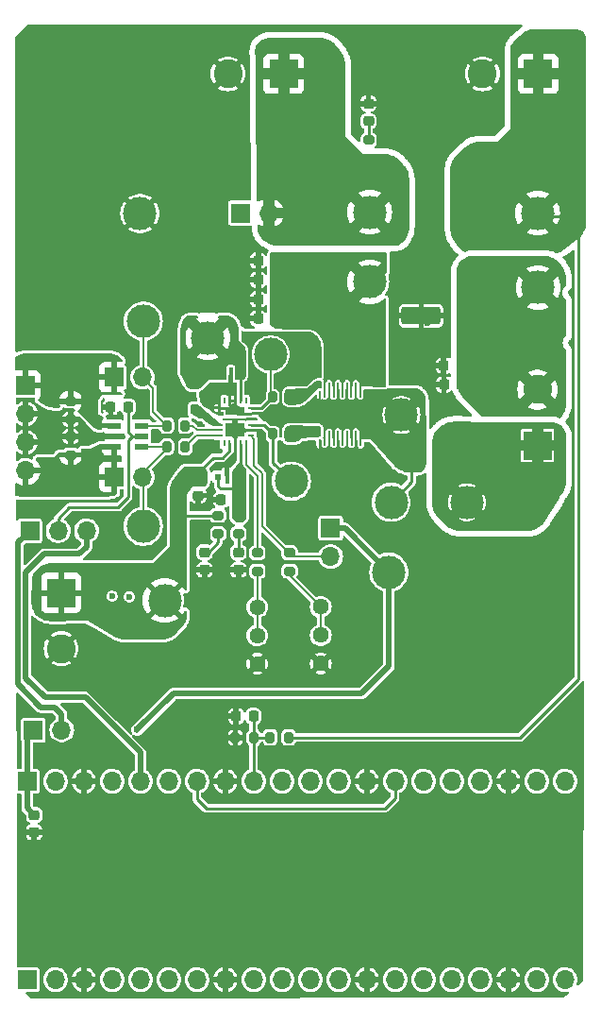
<source format=gbr>
%TF.GenerationSoftware,KiCad,Pcbnew,8.0.9-8.0.9-0~ubuntu22.04.1*%
%TF.CreationDate,2025-04-21T19:03:48+05:30*%
%TF.ProjectId,Variable Buck Converter,56617269-6162-46c6-9520-4275636b2043,rev?*%
%TF.SameCoordinates,Original*%
%TF.FileFunction,Copper,L1,Top*%
%TF.FilePolarity,Positive*%
%FSLAX46Y46*%
G04 Gerber Fmt 4.6, Leading zero omitted, Abs format (unit mm)*
G04 Created by KiCad (PCBNEW 8.0.9-8.0.9-0~ubuntu22.04.1) date 2025-04-21 19:03:48*
%MOMM*%
%LPD*%
G01*
G04 APERTURE LIST*
G04 Aperture macros list*
%AMRoundRect*
0 Rectangle with rounded corners*
0 $1 Rounding radius*
0 $2 $3 $4 $5 $6 $7 $8 $9 X,Y pos of 4 corners*
0 Add a 4 corners polygon primitive as box body*
4,1,4,$2,$3,$4,$5,$6,$7,$8,$9,$2,$3,0*
0 Add four circle primitives for the rounded corners*
1,1,$1+$1,$2,$3*
1,1,$1+$1,$4,$5*
1,1,$1+$1,$6,$7*
1,1,$1+$1,$8,$9*
0 Add four rect primitives between the rounded corners*
20,1,$1+$1,$2,$3,$4,$5,0*
20,1,$1+$1,$4,$5,$6,$7,0*
20,1,$1+$1,$6,$7,$8,$9,0*
20,1,$1+$1,$8,$9,$2,$3,0*%
G04 Aperture macros list end*
%TA.AperFunction,ComponentPad*%
%ADD10C,3.000000*%
%TD*%
%TA.AperFunction,SMDPad,CuDef*%
%ADD11RoundRect,0.200000X-0.200000X-0.275000X0.200000X-0.275000X0.200000X0.275000X-0.200000X0.275000X0*%
%TD*%
%TA.AperFunction,SMDPad,CuDef*%
%ADD12RoundRect,0.200000X-0.275000X0.200000X-0.275000X-0.200000X0.275000X-0.200000X0.275000X0.200000X0*%
%TD*%
%TA.AperFunction,ComponentPad*%
%ADD13R,1.700000X1.700000*%
%TD*%
%TA.AperFunction,ComponentPad*%
%ADD14O,1.700000X1.700000*%
%TD*%
%TA.AperFunction,SMDPad,CuDef*%
%ADD15RoundRect,0.218750X0.256250X-0.218750X0.256250X0.218750X-0.256250X0.218750X-0.256250X-0.218750X0*%
%TD*%
%TA.AperFunction,SMDPad,CuDef*%
%ADD16RoundRect,0.225000X0.225000X0.250000X-0.225000X0.250000X-0.225000X-0.250000X0.225000X-0.250000X0*%
%TD*%
%TA.AperFunction,SMDPad,CuDef*%
%ADD17R,0.600000X0.600000*%
%TD*%
%TA.AperFunction,SMDPad,CuDef*%
%ADD18R,0.400000X1.200000*%
%TD*%
%TA.AperFunction,SMDPad,CuDef*%
%ADD19O,0.180000X0.560000*%
%TD*%
%TA.AperFunction,SMDPad,CuDef*%
%ADD20O,0.180000X1.362000*%
%TD*%
%TA.AperFunction,SMDPad,CuDef*%
%ADD21RoundRect,0.200000X0.200000X0.275000X-0.200000X0.275000X-0.200000X-0.275000X0.200000X-0.275000X0*%
%TD*%
%TA.AperFunction,SMDPad,CuDef*%
%ADD22RoundRect,0.225000X-0.250000X0.225000X-0.250000X-0.225000X0.250000X-0.225000X0.250000X0.225000X0*%
%TD*%
%TA.AperFunction,SMDPad,CuDef*%
%ADD23RoundRect,0.250000X1.500000X0.550000X-1.500000X0.550000X-1.500000X-0.550000X1.500000X-0.550000X0*%
%TD*%
%TA.AperFunction,ComponentPad*%
%ADD24C,1.440000*%
%TD*%
%TA.AperFunction,SMDPad,CuDef*%
%ADD25RoundRect,0.200000X0.275000X-0.200000X0.275000X0.200000X-0.275000X0.200000X-0.275000X-0.200000X0*%
%TD*%
%TA.AperFunction,SMDPad,CuDef*%
%ADD26RoundRect,0.225000X0.250000X-0.225000X0.250000X0.225000X-0.250000X0.225000X-0.250000X-0.225000X0*%
%TD*%
%TA.AperFunction,SMDPad,CuDef*%
%ADD27R,0.250000X0.600000*%
%TD*%
%TA.AperFunction,SMDPad,CuDef*%
%ADD28R,0.600000X0.250000*%
%TD*%
%TA.AperFunction,SMDPad,CuDef*%
%ADD29R,1.700000X1.200000*%
%TD*%
%TA.AperFunction,SMDPad,CuDef*%
%ADD30R,1.700000X0.750000*%
%TD*%
%TA.AperFunction,ComponentPad*%
%ADD31R,2.600000X2.600000*%
%TD*%
%TA.AperFunction,ComponentPad*%
%ADD32C,2.600000*%
%TD*%
%TA.AperFunction,SMDPad,CuDef*%
%ADD33R,1.200000X0.600000*%
%TD*%
%TA.AperFunction,SMDPad,CuDef*%
%ADD34RoundRect,0.250000X0.625000X-0.312500X0.625000X0.312500X-0.625000X0.312500X-0.625000X-0.312500X0*%
%TD*%
%TA.AperFunction,SMDPad,CuDef*%
%ADD35RoundRect,0.250000X-0.312500X-0.625000X0.312500X-0.625000X0.312500X0.625000X-0.312500X0.625000X0*%
%TD*%
%TA.AperFunction,SMDPad,CuDef*%
%ADD36RoundRect,0.218750X-0.256250X0.218750X-0.256250X-0.218750X0.256250X-0.218750X0.256250X0.218750X0*%
%TD*%
%TA.AperFunction,SMDPad,CuDef*%
%ADD37R,0.460000X0.840000*%
%TD*%
%TA.AperFunction,ViaPad*%
%ADD38C,0.600000*%
%TD*%
%TA.AperFunction,Conductor*%
%ADD39C,0.500000*%
%TD*%
%TA.AperFunction,Conductor*%
%ADD40C,0.254000*%
%TD*%
%TA.AperFunction,Conductor*%
%ADD41C,0.250000*%
%TD*%
%TA.AperFunction,Conductor*%
%ADD42C,0.156500*%
%TD*%
%TA.AperFunction,Conductor*%
%ADD43C,0.200000*%
%TD*%
G04 APERTURE END LIST*
D10*
%TO.P,TP3,1,1*%
%TO.N,/Buck Converter/HS*%
X119320000Y-94420000D03*
%TD*%
D11*
%TO.P,R5,1*%
%TO.N,Net-(IC1-1Y)*%
X98265000Y-95360000D03*
%TO.P,R5,2*%
%TO.N,Net-(IC2-EN{slash}HI)*%
X99915000Y-95360000D03*
%TD*%
D10*
%TO.P,TP5,1,1*%
%TO.N,Net-(D1-K)*%
X101940000Y-87500000D03*
%TD*%
D12*
%TO.P,R10,1*%
%TO.N,Net-(IC2-DHL)*%
X106400000Y-106760000D03*
%TO.P,R10,2*%
%TO.N,Net-(POT2-Pad1)*%
X106400000Y-108410000D03*
%TD*%
D13*
%TO.P,JP2,1,A*%
%TO.N,/Buck Converter/EN*%
X93545000Y-91030000D03*
D14*
%TO.P,JP2,2,B*%
%TO.N,Net-(IC1-1Y)*%
X96085000Y-91030000D03*
%TD*%
D10*
%TO.P,TP14,1,1*%
%TO.N,/Buck Converter/HS*%
X118400000Y-102230000D03*
%TD*%
%TO.P,TP10,1,1*%
%TO.N,+Vin_Buck*%
X116480000Y-76240000D03*
%TD*%
D13*
%TO.P,JP6,1,A*%
%TO.N,+VIN*%
X104865000Y-76310000D03*
D14*
%TO.P,JP6,2,B*%
%TO.N,+Vin_Buck*%
X107405000Y-76310000D03*
%TD*%
D12*
%TO.P,R7,1*%
%TO.N,+5V*%
X104680000Y-103407500D03*
%TO.P,R7,2*%
%TO.N,Net-(D2-A)*%
X104680000Y-105057500D03*
%TD*%
D15*
%TO.P,D2,1,K*%
%TO.N,GND*%
X104680000Y-108290000D03*
%TO.P,D2,2,A*%
%TO.N,Net-(D2-A)*%
X104680000Y-106715000D03*
%TD*%
D10*
%TO.P,TP15,1,1*%
%TO.N,Net-(J4-Pin_1)*%
X125200000Y-102230000D03*
%TD*%
D16*
%TO.P,C12,1*%
%TO.N,Net-(C10-Pad1)*%
X108015000Y-80576668D03*
%TO.P,C12,2*%
%TO.N,GND*%
X106465000Y-80576668D03*
%TD*%
D17*
%TO.P,C4,1,1*%
%TO.N,Net-(D1-K)*%
X103210000Y-90730000D03*
D18*
%TO.P,C4,2,2*%
%TO.N,/Buck Converter/HS*%
X104010000Y-90730000D03*
D17*
%TO.P,C4,3,3*%
%TO.N,Net-(D1-K)*%
X104810000Y-90730000D03*
%TD*%
D10*
%TO.P,TP11,1,1*%
%TO.N,Net-(C10-Pad1)*%
X116480000Y-82470000D03*
%TD*%
%TO.P,TP7,1,1*%
%TO.N,+5V*%
X118190000Y-108500000D03*
%TD*%
D16*
%TO.P,C13,1*%
%TO.N,Net-(C10-Pad1)*%
X108015000Y-82303334D03*
%TO.P,C13,2*%
%TO.N,GND*%
X106465000Y-82303334D03*
%TD*%
%TO.P,C2,1*%
%TO.N,Net-(J7-Pin_9)*%
X106045000Y-121400000D03*
%TO.P,C2,2*%
%TO.N,GND*%
X104495000Y-121400000D03*
%TD*%
D19*
%TO.P,Q2,1,G*%
%TO.N,Net-(Q2-G)*%
X112040000Y-96079000D03*
%TO.P,Q2,2,SUB*%
%TO.N,GND*%
X112040000Y-96881000D03*
D20*
%TO.P,Q2,3,D*%
%TO.N,/Buck Converter/HS*%
X112440000Y-96480000D03*
%TO.P,Q2,4,S*%
%TO.N,GND*%
X112840000Y-96480000D03*
%TO.P,Q2,5,D*%
%TO.N,/Buck Converter/HS*%
X113240000Y-96480000D03*
%TO.P,Q2,6,S*%
%TO.N,GND*%
X113640000Y-96480000D03*
%TO.P,Q2,7,D*%
%TO.N,/Buck Converter/HS*%
X114040000Y-96480000D03*
%TO.P,Q2,8,S*%
%TO.N,GND*%
X114440000Y-96480000D03*
%TO.P,Q2,9,D*%
%TO.N,/Buck Converter/HS*%
X114840000Y-96480000D03*
%TO.P,Q2,10,S*%
%TO.N,GND*%
X115240000Y-96480000D03*
%TO.P,Q2,11,D*%
%TO.N,/Buck Converter/HS*%
X115640000Y-96480000D03*
%TD*%
D21*
%TO.P,R12,1*%
%TO.N,Net-(Q2-G)*%
X109440000Y-96080000D03*
%TO.P,R12,2*%
%TO.N,/Buck Converter/LO*%
X107790000Y-96080000D03*
%TD*%
D10*
%TO.P,TP13,1,1*%
%TO.N,/Buck Converter/V_OUT*%
X131550000Y-76330000D03*
%TD*%
D16*
%TO.P,C9,1*%
%TO.N,Net-(C10-Pad1)*%
X108015000Y-85756668D03*
%TO.P,C9,2*%
%TO.N,GND*%
X106465000Y-85756668D03*
%TD*%
D13*
%TO.P,JP1,1,A*%
%TO.N,Net-(J7-Pin_1)*%
X86295000Y-122640000D03*
D14*
%TO.P,JP1,2,B*%
%TO.N,+5V*%
X88835000Y-122640000D03*
%TD*%
D10*
%TO.P,TP4,1,1*%
%TO.N,GND*%
X95850000Y-76340000D03*
%TD*%
D13*
%TO.P,JP5,1,A*%
%TO.N,+5V*%
X112970000Y-104560000D03*
D14*
%TO.P,JP5,2,B*%
%TO.N,Net-(IC2-DLH)*%
X112970000Y-107100000D03*
%TD*%
D22*
%TO.P,C5,1*%
%TO.N,+VIN*%
X101100000Y-100075000D03*
%TO.P,C5,2*%
%TO.N,GND*%
X101100000Y-101625000D03*
%TD*%
D23*
%TO.P,C14,1*%
%TO.N,Net-(J4-Pin_2)*%
X126700000Y-85510000D03*
%TO.P,C14,2*%
%TO.N,GND*%
X121100000Y-85510000D03*
%TD*%
D24*
%TO.P,POT2,1,1*%
%TO.N,Net-(POT2-Pad1)*%
X106390000Y-111640000D03*
%TO.P,POT2,2,2*%
X106390000Y-114180000D03*
%TO.P,POT2,3,3*%
%TO.N,GND*%
X106390000Y-116720000D03*
%TD*%
D25*
%TO.P,R15,1*%
%TO.N,+Vin_Buck*%
X116370000Y-71435000D03*
%TO.P,R15,2*%
%TO.N,Net-(D4-A)*%
X116370000Y-69785000D03*
%TD*%
D13*
%TO.P,JP3,1,A*%
%TO.N,/pwm*%
X93545000Y-99970000D03*
D14*
%TO.P,JP3,2,B*%
%TO.N,Net-(IC1-2Y)*%
X96085000Y-99970000D03*
%TD*%
D10*
%TO.P,TP6,1,1*%
%TO.N,+VIN*%
X98080000Y-111030000D03*
%TD*%
D24*
%TO.P,POT1,1,1*%
%TO.N,Net-(POT1-Pad1)*%
X112080000Y-111610000D03*
%TO.P,POT1,2,2*%
X112080000Y-114150000D03*
%TO.P,POT1,3,3*%
%TO.N,GND*%
X112080000Y-116690000D03*
%TD*%
D16*
%TO.P,C6,1*%
%TO.N,+5V*%
X104695000Y-101970000D03*
%TO.P,C6,2*%
%TO.N,GND*%
X103145000Y-101970000D03*
%TD*%
D13*
%TO.P,J6,1,Pin_1*%
%TO.N,unconnected-(J6-Pin_1-Pad1)*%
X85730000Y-145010000D03*
D14*
%TO.P,J6,2,Pin_2*%
%TO.N,unconnected-(J6-Pin_2-Pad2)*%
X88270000Y-145010000D03*
%TO.P,J6,3,Pin_3*%
%TO.N,GND*%
X90810000Y-145010000D03*
%TO.P,J6,4,Pin_4*%
%TO.N,unconnected-(J6-Pin_4-Pad4)*%
X93350000Y-145010000D03*
%TO.P,J6,5,Pin_5*%
%TO.N,unconnected-(J6-Pin_5-Pad5)*%
X95890000Y-145010000D03*
%TO.P,J6,6,Pin_6*%
%TO.N,unconnected-(J6-Pin_6-Pad6)*%
X98430000Y-145010000D03*
%TO.P,J6,7,Pin_7*%
%TO.N,unconnected-(J6-Pin_7-Pad7)*%
X100970000Y-145010000D03*
%TO.P,J6,8,Pin_8*%
%TO.N,GND*%
X103510000Y-145010000D03*
%TO.P,J6,9,Pin_9*%
%TO.N,unconnected-(J6-Pin_9-Pad9)*%
X106050000Y-145010000D03*
%TO.P,J6,10,Pin_10*%
%TO.N,unconnected-(J6-Pin_10-Pad10)*%
X108590000Y-145010000D03*
%TO.P,J6,11,Pin_11*%
%TO.N,unconnected-(J6-Pin_11-Pad11)*%
X111130000Y-145010000D03*
%TO.P,J6,12,Pin_12*%
%TO.N,unconnected-(J6-Pin_12-Pad12)*%
X113670000Y-145010000D03*
%TO.P,J6,13,Pin_13*%
%TO.N,GND*%
X116210000Y-145010000D03*
%TO.P,J6,14,Pin_14*%
%TO.N,unconnected-(J6-Pin_14-Pad14)*%
X118750000Y-145010000D03*
%TO.P,J6,15,Pin_15*%
%TO.N,unconnected-(J6-Pin_15-Pad15)*%
X121290000Y-145010000D03*
%TO.P,J6,16,Pin_16*%
%TO.N,unconnected-(J6-Pin_16-Pad16)*%
X123830000Y-145010000D03*
%TO.P,J6,17,Pin_17*%
%TO.N,unconnected-(J6-Pin_17-Pad17)*%
X126370000Y-145010000D03*
%TO.P,J6,18,Pin_18*%
%TO.N,GND*%
X128910000Y-145010000D03*
%TO.P,J6,19,Pin_19*%
%TO.N,unconnected-(J6-Pin_19-Pad19)*%
X131450000Y-145010000D03*
%TO.P,J6,20,Pin_20*%
%TO.N,unconnected-(J6-Pin_20-Pad20)*%
X133990000Y-145010000D03*
%TD*%
D26*
%TO.P,C1,1*%
%TO.N,GND*%
X86360000Y-131815000D03*
%TO.P,C1,2*%
%TO.N,Net-(J7-Pin_1)*%
X86360000Y-130265000D03*
%TD*%
D27*
%TO.P,IC2,1,NC_1*%
%TO.N,unconnected-(IC2-NC_1-Pad1)*%
X103410000Y-96930000D03*
%TO.P,IC2,2,VIN*%
%TO.N,+VIN*%
X103910000Y-96930000D03*
%TO.P,IC2,3,VSS_1*%
%TO.N,GND*%
X104410000Y-96930000D03*
%TO.P,IC2,4,VDD*%
%TO.N,+5V*%
X104910000Y-96930000D03*
%TO.P,IC2,5,DHL*%
%TO.N,Net-(IC2-DHL)*%
X105410000Y-96930000D03*
D28*
%TO.P,IC2,6,DLH*%
%TO.N,Net-(IC2-DLH)*%
X105810000Y-96280000D03*
%TO.P,IC2,7,VSS_2*%
%TO.N,GND*%
X105810000Y-95780000D03*
%TO.P,IC2,8,LO*%
%TO.N,/Buck Converter/LO*%
X105810000Y-95280000D03*
%TO.P,IC2,9,HS_1*%
%TO.N,/Buck Converter/HS*%
X105810000Y-94280000D03*
%TO.P,IC2,10,HO*%
%TO.N,/Buck Converter/HO*%
X105810000Y-93780000D03*
D27*
%TO.P,IC2,11,NC_2*%
%TO.N,unconnected-(IC2-NC_2-Pad11)*%
X105410000Y-93130000D03*
%TO.P,IC2,12,HB*%
%TO.N,Net-(D1-K)*%
X104910000Y-93130000D03*
%TO.P,IC2,13,HS_2*%
%TO.N,/Buck Converter/HS*%
X104410000Y-93130000D03*
%TO.P,IC2,14,NC1*%
X103910000Y-93130000D03*
%TO.P,IC2,15,NC_3*%
%TO.N,unconnected-(IC2-NC_3-Pad15)*%
X103410000Y-93130000D03*
D28*
%TO.P,IC2,16,HS_3*%
%TO.N,/Buck Converter/HS*%
X103010000Y-93780000D03*
%TO.P,IC2,17,BST*%
%TO.N,Net-(D1-A)*%
X103010000Y-95280000D03*
%TO.P,IC2,18,EN/HI*%
%TO.N,Net-(IC2-EN{slash}HI)*%
X103010000Y-95780000D03*
%TO.P,IC2,19,PWM/LI*%
%TO.N,Net-(IC2-PWM{slash}LI)*%
X103010000Y-96280000D03*
D29*
%TO.P,IC2,20,VSS_3*%
%TO.N,GND*%
X104410000Y-95780000D03*
D30*
%TO.P,IC2,21,HS_4*%
%TO.N,/Buck Converter/HS*%
X104410000Y-94055000D03*
%TD*%
D31*
%TO.P,J4,1,Pin_1*%
%TO.N,Net-(J4-Pin_1)*%
X131525000Y-97140000D03*
D32*
%TO.P,J4,2,Pin_2*%
%TO.N,Net-(J4-Pin_2)*%
X131525000Y-92140000D03*
%TD*%
D31*
%TO.P,J3,1,Pin_1*%
%TO.N,+Vin_Buck*%
X108750000Y-63830000D03*
D32*
%TO.P,J3,2,Pin_2*%
%TO.N,GND*%
X103750000Y-63830000D03*
%TD*%
D19*
%TO.P,Q1,1,G*%
%TO.N,Net-(Q1-G)*%
X112030000Y-91750000D03*
%TO.P,Q1,2,SUB*%
%TO.N,/Buck Converter/HS*%
X112030000Y-92552000D03*
D20*
%TO.P,Q1,3,D*%
%TO.N,Net-(C10-Pad1)*%
X112430000Y-92151000D03*
%TO.P,Q1,4,S*%
%TO.N,/Buck Converter/HS*%
X112830000Y-92151000D03*
%TO.P,Q1,5,D*%
%TO.N,Net-(C10-Pad1)*%
X113230000Y-92151000D03*
%TO.P,Q1,6,S*%
%TO.N,/Buck Converter/HS*%
X113630000Y-92151000D03*
%TO.P,Q1,7,D*%
%TO.N,Net-(C10-Pad1)*%
X114030000Y-92151000D03*
%TO.P,Q1,8,S*%
%TO.N,/Buck Converter/HS*%
X114430000Y-92151000D03*
%TO.P,Q1,9,D*%
%TO.N,Net-(C10-Pad1)*%
X114830000Y-92151000D03*
%TO.P,Q1,10,S*%
%TO.N,/Buck Converter/HS*%
X115230000Y-92151000D03*
%TO.P,Q1,11,D*%
%TO.N,Net-(C10-Pad1)*%
X115630000Y-92151000D03*
%TD*%
D31*
%TO.P,J5,1,Pin_1*%
%TO.N,/Buck Converter/V_OUT*%
X131595000Y-63830000D03*
D32*
%TO.P,J5,2,Pin_2*%
%TO.N,GND*%
X126595000Y-63830000D03*
%TD*%
D10*
%TO.P,TP8,1,1*%
%TO.N,/Buck Converter/HO*%
X107580000Y-88980000D03*
%TD*%
D33*
%TO.P,IC1,1,1A*%
%TO.N,/Buck Converter/EN*%
X93530000Y-95360000D03*
%TO.P,IC1,2,GND*%
%TO.N,GND*%
X93530000Y-96310000D03*
%TO.P,IC1,3,2A*%
%TO.N,/pwm*%
X93530000Y-97260000D03*
%TO.P,IC1,4,2Y*%
%TO.N,Net-(IC1-2Y)*%
X96030000Y-97260000D03*
%TO.P,IC1,5,VCC*%
%TO.N,Net-(IC1-VCC)*%
X96030000Y-96310000D03*
%TO.P,IC1,6,1Y*%
%TO.N,Net-(IC1-1Y)*%
X96030000Y-95360000D03*
%TD*%
D12*
%TO.P,R8,1*%
%TO.N,+VIN*%
X102870000Y-103410000D03*
%TO.P,R8,2*%
%TO.N,Net-(D3-A)*%
X102870000Y-105060000D03*
%TD*%
D16*
%TO.P,C11,1*%
%TO.N,Net-(J4-Pin_2)*%
X124685000Y-91700000D03*
%TO.P,C11,2*%
%TO.N,GND*%
X123135000Y-91700000D03*
%TD*%
D21*
%TO.P,R2,1*%
%TO.N,Net-(J7-Pin_9)*%
X106070000Y-123310000D03*
%TO.P,R2,2*%
%TO.N,GND*%
X104420000Y-123310000D03*
%TD*%
D34*
%TO.P,R14,1*%
%TO.N,Net-(J4-Pin_2)*%
X127170000Y-81042500D03*
%TO.P,R14,2*%
%TO.N,/Buck Converter/V_OUT*%
X127170000Y-78117500D03*
%TD*%
D13*
%TO.P,J7,1,Pin_1*%
%TO.N,Net-(J7-Pin_1)*%
X85730000Y-127230000D03*
D14*
%TO.P,J7,2,Pin_2*%
%TO.N,unconnected-(J7-Pin_2-Pad2)*%
X88270000Y-127230000D03*
%TO.P,J7,3,Pin_3*%
%TO.N,GND*%
X90810000Y-127230000D03*
%TO.P,J7,4,Pin_4*%
%TO.N,unconnected-(J7-Pin_4-Pad4)*%
X93350000Y-127230000D03*
%TO.P,J7,5,Pin_5*%
%TO.N,+3V3*%
X95890000Y-127230000D03*
%TO.P,J7,6,Pin_6*%
%TO.N,unconnected-(J7-Pin_6-Pad6)*%
X98430000Y-127230000D03*
%TO.P,J7,7,Pin_7*%
%TO.N,/pwm*%
X100970000Y-127230000D03*
%TO.P,J7,8,Pin_8*%
%TO.N,GND*%
X103510000Y-127230000D03*
%TO.P,J7,9,Pin_9*%
%TO.N,Net-(J7-Pin_9)*%
X106050000Y-127230000D03*
%TO.P,J7,10,Pin_10*%
%TO.N,unconnected-(J7-Pin_10-Pad10)*%
X108590000Y-127230000D03*
%TO.P,J7,11,Pin_11*%
%TO.N,unconnected-(J7-Pin_11-Pad11)*%
X111130000Y-127230000D03*
%TO.P,J7,12,Pin_12*%
%TO.N,unconnected-(J7-Pin_12-Pad12)*%
X113670000Y-127230000D03*
%TO.P,J7,13,Pin_13*%
%TO.N,GND*%
X116210000Y-127230000D03*
%TO.P,J7,14,Pin_14*%
%TO.N,/pwm*%
X118750000Y-127230000D03*
%TO.P,J7,15,Pin_15*%
%TO.N,/Buck Converter/EN*%
X121290000Y-127230000D03*
%TO.P,J7,16,Pin_16*%
%TO.N,unconnected-(J7-Pin_16-Pad16)*%
X123830000Y-127230000D03*
%TO.P,J7,17,Pin_17*%
%TO.N,unconnected-(J7-Pin_17-Pad17)*%
X126370000Y-127230000D03*
%TO.P,J7,18,Pin_18*%
%TO.N,GND*%
X128910000Y-127230000D03*
%TO.P,J7,19,Pin_19*%
%TO.N,unconnected-(J7-Pin_19-Pad19)*%
X131450000Y-127230000D03*
%TO.P,J7,20,Pin_20*%
%TO.N,unconnected-(J7-Pin_20-Pad20)*%
X133990000Y-127230000D03*
%TD*%
D16*
%TO.P,C10,1*%
%TO.N,Net-(C10-Pad1)*%
X108015000Y-84030000D03*
%TO.P,C10,2*%
%TO.N,GND*%
X106465000Y-84030000D03*
%TD*%
D25*
%TO.P,R4,1*%
%TO.N,/pwm*%
X89630000Y-97985000D03*
%TO.P,R4,2*%
%TO.N,GND*%
X89630000Y-96335000D03*
%TD*%
D12*
%TO.P,R9,1*%
%TO.N,Net-(IC2-DLH)*%
X109290000Y-106755000D03*
%TO.P,R9,2*%
%TO.N,Net-(POT1-Pad1)*%
X109290000Y-108405000D03*
%TD*%
D16*
%TO.P,C3,1*%
%TO.N,Net-(IC1-VCC)*%
X94795000Y-93680000D03*
%TO.P,C3,2*%
%TO.N,GND*%
X93245000Y-93680000D03*
%TD*%
D10*
%TO.P,TP2,1,1*%
%TO.N,Net-(IC1-2Y)*%
X96160000Y-104390000D03*
%TD*%
%TO.P,TP9,1,1*%
%TO.N,/Buck Converter/LO*%
X109440000Y-100350000D03*
%TD*%
D17*
%TO.P,C7,1,1*%
%TO.N,+5V*%
X104470000Y-99940000D03*
D18*
%TO.P,C7,2,2*%
%TO.N,GND*%
X103670000Y-99940000D03*
D17*
%TO.P,C7,3,3*%
%TO.N,+5V*%
X102870000Y-99940000D03*
%TD*%
D34*
%TO.P,R13,1*%
%TO.N,Net-(C10-Pad1)*%
X111360000Y-81255000D03*
%TO.P,R13,2*%
%TO.N,+Vin_Buck*%
X111360000Y-78330000D03*
%TD*%
D21*
%TO.P,R1,1*%
%TO.N,/Buck Converter/V_OUT*%
X109190000Y-123300000D03*
%TO.P,R1,2*%
%TO.N,Net-(J7-Pin_9)*%
X107540000Y-123300000D03*
%TD*%
D12*
%TO.P,R3,1*%
%TO.N,/Buck Converter/EN*%
X89630000Y-93165000D03*
%TO.P,R3,2*%
%TO.N,GND*%
X89630000Y-94815000D03*
%TD*%
D21*
%TO.P,R11,1*%
%TO.N,Net-(Q1-G)*%
X109430000Y-92780000D03*
%TO.P,R11,2*%
%TO.N,/Buck Converter/HO*%
X107780000Y-92780000D03*
%TD*%
D31*
%TO.P,J2,1,Pin_1*%
%TO.N,+VIN*%
X88790000Y-110350000D03*
D32*
%TO.P,J2,2,Pin_2*%
%TO.N,GND*%
X88790000Y-115350000D03*
%TD*%
D13*
%TO.P,JP4,1,A*%
%TO.N,+5V*%
X85975000Y-104790000D03*
D14*
%TO.P,JP4,2,C*%
%TO.N,Net-(IC1-VCC)*%
X88515000Y-104790000D03*
%TO.P,JP4,3,B*%
%TO.N,+3V3*%
X91055000Y-104790000D03*
%TD*%
D13*
%TO.P,J1,1,Pin_1*%
%TO.N,/Buck Converter/EN*%
X85570000Y-91760000D03*
D14*
%TO.P,J1,2,Pin_2*%
%TO.N,GND*%
X85570000Y-94300000D03*
%TO.P,J1,3,Pin_3*%
X85570000Y-96840000D03*
%TO.P,J1,4,Pin_4*%
%TO.N,/pwm*%
X85570000Y-99380000D03*
%TD*%
D35*
%TO.P,R16,1*%
%TO.N,/Buck Converter/HS*%
X120237500Y-97940000D03*
%TO.P,R16,2*%
%TO.N,Net-(J4-Pin_1)*%
X123162500Y-97940000D03*
%TD*%
D10*
%TO.P,TP1,1,1*%
%TO.N,Net-(IC1-1Y)*%
X96160000Y-86010000D03*
%TD*%
D36*
%TO.P,D4,1,K*%
%TO.N,GND*%
X116360000Y-66492500D03*
%TO.P,D4,2,A*%
%TO.N,Net-(D4-A)*%
X116360000Y-68067500D03*
%TD*%
D10*
%TO.P,TP12,1,1*%
%TO.N,Net-(J4-Pin_2)*%
X131580000Y-82980000D03*
%TD*%
D37*
%TO.P,D1,1,K*%
%TO.N,Net-(D1-K)*%
X100800000Y-91610000D03*
%TO.P,D1,2,A*%
%TO.N,Net-(D1-A)*%
X100800000Y-93910000D03*
%TD*%
D21*
%TO.P,R6,1*%
%TO.N,Net-(IC2-PWM{slash}LI)*%
X99915000Y-97270000D03*
%TO.P,R6,2*%
%TO.N,Net-(IC1-2Y)*%
X98265000Y-97270000D03*
%TD*%
D16*
%TO.P,C8,1*%
%TO.N,Net-(J4-Pin_2)*%
X124675000Y-89990000D03*
%TO.P,C8,2*%
%TO.N,GND*%
X123125000Y-89990000D03*
%TD*%
D15*
%TO.P,D3,1,K*%
%TO.N,GND*%
X101650000Y-108287500D03*
%TO.P,D3,2,A*%
%TO.N,Net-(D3-A)*%
X101650000Y-106712500D03*
%TD*%
D38*
%TO.N,GND*%
X104010000Y-98530000D03*
X93610000Y-136760000D03*
X99680000Y-120550000D03*
X102050000Y-123500000D03*
X114950000Y-97770000D03*
X120510000Y-83830000D03*
X112286668Y-99220000D03*
X104740000Y-109530000D03*
X114060000Y-99220000D03*
X110860000Y-97080000D03*
X105060000Y-80560000D03*
X134590000Y-87950000D03*
X133150000Y-118380000D03*
X134870000Y-119990000D03*
X131960000Y-122820000D03*
X113173334Y-99220000D03*
X101223885Y-95201750D03*
X101640000Y-97410000D03*
X112290000Y-97770000D03*
X130510000Y-121060000D03*
X109290000Y-124850000D03*
X105090000Y-82330000D03*
X93245000Y-93680000D03*
X134580000Y-83450000D03*
X122420000Y-122400000D03*
X118180000Y-64950000D03*
X122150000Y-64840000D03*
X93370000Y-106850000D03*
X111840000Y-98470000D03*
X99590000Y-123370000D03*
X87470000Y-102720000D03*
X113176666Y-97770000D03*
X130010000Y-124460000D03*
X94020000Y-94410000D03*
X99850000Y-125240000D03*
X105120000Y-84050000D03*
X87940000Y-95810000D03*
X97750000Y-118650000D03*
X114946668Y-99220000D03*
X93350000Y-110640000D03*
X114063332Y-97770000D03*
X114483332Y-98470000D03*
X117710000Y-124430000D03*
X126830000Y-124360000D03*
X98990000Y-64270000D03*
X98930000Y-61070000D03*
X134360000Y-106100000D03*
X93370000Y-104100000D03*
X101140000Y-102680000D03*
X96200000Y-117240000D03*
X125150000Y-136600000D03*
X134540000Y-94900000D03*
X107880000Y-107830000D03*
X93340000Y-116050000D03*
X134150000Y-111140000D03*
X108780000Y-136680000D03*
X102880000Y-109540000D03*
X94910000Y-110710000D03*
X126870000Y-122400000D03*
X122420000Y-124510000D03*
X112710000Y-98470000D03*
X125160000Y-113040000D03*
X121660000Y-88270000D03*
X109590000Y-97380000D03*
X98000000Y-121880000D03*
X121620000Y-86160000D03*
X95170000Y-115850000D03*
X115370000Y-98470000D03*
X113500000Y-124320000D03*
X87990000Y-96870000D03*
X117790000Y-122290000D03*
X101210000Y-122090000D03*
X95240000Y-106830000D03*
X94720000Y-118480000D03*
X134250000Y-102050000D03*
X122040000Y-70580000D03*
X102110000Y-125280000D03*
X87910000Y-94780000D03*
X96400000Y-120120000D03*
X102140000Y-101900000D03*
X113390000Y-122360000D03*
X104410000Y-95780000D03*
X104390000Y-95110000D03*
X134540000Y-80120000D03*
X134110000Y-115090000D03*
X98960000Y-68030000D03*
X115780000Y-113180000D03*
X108510000Y-97130000D03*
X97360000Y-101800000D03*
X113596666Y-98470000D03*
X109290000Y-122020000D03*
X85680000Y-102820000D03*
X107030000Y-97270000D03*
X93370000Y-105450000D03*
X90700000Y-95580000D03*
X99260000Y-116530000D03*
X122790000Y-105340000D03*
X94870000Y-102690000D03*
X105200000Y-85790000D03*
X121930000Y-76320000D03*
%TO.N,/Buck Converter/HS*%
X111500000Y-94030000D03*
X110240000Y-87860000D03*
X104410000Y-94055000D03*
X110930000Y-90780000D03*
X109430000Y-91160000D03*
X102290000Y-92690000D03*
X103940000Y-92050000D03*
X108980000Y-94040000D03*
X106340000Y-91460000D03*
%TO.N,+5V*%
X95615000Y-122615000D03*
X104680000Y-103407500D03*
%TD*%
D39*
%TO.N,Net-(J7-Pin_1)*%
X85730000Y-123205000D02*
X86295000Y-122640000D01*
X85730000Y-127230000D02*
X85730000Y-123205000D01*
X85730000Y-127230000D02*
X85730000Y-129635000D01*
X85730000Y-129635000D02*
X86360000Y-130265000D01*
D40*
%TO.N,Net-(J7-Pin_9)*%
X106080000Y-123300000D02*
X106070000Y-123310000D01*
X106070000Y-121425000D02*
X106045000Y-121400000D01*
X106070000Y-127210000D02*
X106050000Y-127230000D01*
X106070000Y-123310000D02*
X106070000Y-121425000D01*
X107540000Y-123300000D02*
X106080000Y-123300000D01*
X106070000Y-123310000D02*
X106070000Y-127210000D01*
%TO.N,Net-(IC1-VCC)*%
X94795000Y-95929000D02*
X95176000Y-96310000D01*
X93890000Y-102680000D02*
X89510000Y-102680000D01*
X89510000Y-102680000D02*
X88515000Y-103675000D01*
X95176000Y-96310000D02*
X96030000Y-96310000D01*
X88515000Y-103675000D02*
X88515000Y-104790000D01*
X94795000Y-93680000D02*
X94795000Y-95929000D01*
X95176000Y-96310000D02*
X94790000Y-96696000D01*
X94790000Y-96696000D02*
X94790000Y-101780000D01*
X94790000Y-101780000D02*
X93890000Y-102680000D01*
D41*
%TO.N,/Buck Converter/HS*%
X103010000Y-93780000D02*
X104135000Y-93780000D01*
X104635000Y-94280000D02*
X105810000Y-94280000D01*
X103910000Y-93130000D02*
X103910000Y-93555000D01*
X104410000Y-93130000D02*
X104410000Y-94055000D01*
X103910000Y-93555000D02*
X104410000Y-94055000D01*
D40*
X118400000Y-102230000D02*
X120237500Y-100392500D01*
X120237500Y-100392500D02*
X120237500Y-97940000D01*
D41*
X104410000Y-94055000D02*
X104635000Y-94280000D01*
X104135000Y-93780000D02*
X104410000Y-94055000D01*
%TO.N,Net-(D1-K)*%
X104910000Y-90830000D02*
X104910000Y-93130000D01*
X104810000Y-90730000D02*
X104910000Y-90830000D01*
%TO.N,+VIN*%
X103240000Y-98240000D02*
X103910000Y-97570000D01*
X101100000Y-100075000D02*
X101100000Y-99590000D01*
X102450000Y-98240000D02*
X103240000Y-98240000D01*
X101100000Y-99590000D02*
X102450000Y-98240000D01*
X99620000Y-103410000D02*
X99600000Y-103430000D01*
X102870000Y-103410000D02*
X99620000Y-103410000D01*
X103910000Y-97570000D02*
X103910000Y-96930000D01*
D39*
%TO.N,+5V*%
X118190000Y-108500000D02*
X114250000Y-104560000D01*
X88835000Y-121215000D02*
X88230000Y-120610000D01*
X118190000Y-116930000D02*
X115740000Y-119380000D01*
D41*
X104470000Y-100730000D02*
X104470000Y-99940000D01*
D39*
X118190000Y-108500000D02*
X118190000Y-116930000D01*
X95615000Y-122615000D02*
X95600000Y-122630000D01*
D41*
X104500000Y-100760000D02*
X104470000Y-100730000D01*
D39*
X84910000Y-118550000D02*
X84910000Y-105855000D01*
X84910000Y-105855000D02*
X85975000Y-104790000D01*
D41*
X104270000Y-100990000D02*
X104500000Y-100760000D01*
D39*
X88835000Y-122640000D02*
X88835000Y-121215000D01*
D41*
X102870000Y-99940000D02*
X102870000Y-100790000D01*
D39*
X98850000Y-119380000D02*
X95615000Y-122615000D01*
X115740000Y-119380000D02*
X98850000Y-119380000D01*
X86970000Y-120610000D02*
X84910000Y-118550000D01*
X114250000Y-104560000D02*
X112970000Y-104560000D01*
D41*
X102870000Y-100790000D02*
X103070000Y-100990000D01*
X103070000Y-100990000D02*
X104270000Y-100990000D01*
D39*
X88230000Y-120610000D02*
X86970000Y-120610000D01*
D41*
%TO.N,Net-(D2-A)*%
X104680000Y-105057500D02*
X104680000Y-106715000D01*
%TO.N,Net-(D3-A)*%
X102870000Y-105060000D02*
X102870000Y-105840000D01*
X102870000Y-105840000D02*
X101997500Y-106712500D01*
X101997500Y-106712500D02*
X101650000Y-106712500D01*
D42*
%TO.N,Net-(IC1-1Y)*%
X97050000Y-91995000D02*
X97050000Y-94145000D01*
X96160000Y-90955000D02*
X96085000Y-91030000D01*
X97050000Y-94145000D02*
X98265000Y-95360000D01*
X96085000Y-91030000D02*
X97050000Y-91995000D01*
X96030000Y-95360000D02*
X98265000Y-95360000D01*
X96160000Y-86010000D02*
X96160000Y-90955000D01*
%TO.N,Net-(IC1-2Y)*%
X96160000Y-104390000D02*
X96160000Y-100045000D01*
X98255000Y-97260000D02*
X98265000Y-97270000D01*
X96085000Y-99970000D02*
X96085000Y-99595000D01*
X96160000Y-100045000D02*
X96085000Y-99970000D01*
X96085000Y-99595000D02*
X98265000Y-97415000D01*
X96030000Y-97260000D02*
X98255000Y-97260000D01*
X98265000Y-97415000D02*
X98265000Y-97270000D01*
D40*
%TO.N,/pwm*%
X101820000Y-129680000D02*
X100970000Y-128830000D01*
X118750000Y-128750000D02*
X117820000Y-129680000D01*
X118750000Y-127230000D02*
X118750000Y-128750000D01*
X100970000Y-128830000D02*
X100970000Y-127230000D01*
X117820000Y-129680000D02*
X101820000Y-129680000D01*
D42*
%TO.N,Net-(IC2-PWM{slash}LI)*%
X100905000Y-96280000D02*
X99915000Y-97270000D01*
X103010000Y-96280000D02*
X100905000Y-96280000D01*
%TO.N,Net-(IC2-EN{slash}HI)*%
X100960000Y-95780000D02*
X103010000Y-95780000D01*
X99915000Y-95360000D02*
X100540000Y-95360000D01*
X100540000Y-95360000D02*
X100960000Y-95780000D01*
%TO.N,Net-(IC2-DLH)*%
X106830000Y-104410000D02*
X109175000Y-106755000D01*
X106100000Y-98920000D02*
X106830000Y-99650000D01*
X109175000Y-106755000D02*
X109290000Y-106755000D01*
X106830000Y-99650000D02*
X106830000Y-104410000D01*
X105810000Y-96280000D02*
X106100000Y-96570000D01*
X106100000Y-96570000D02*
X106100000Y-98920000D01*
X109635000Y-107100000D02*
X109290000Y-106755000D01*
X112970000Y-107100000D02*
X109635000Y-107100000D01*
D43*
%TO.N,/Buck Converter/HO*%
X107580000Y-92580000D02*
X107780000Y-92780000D01*
D41*
X106780000Y-93780000D02*
X107780000Y-92780000D01*
X105810000Y-93780000D02*
X106780000Y-93780000D01*
D43*
X107580000Y-88980000D02*
X107580000Y-92580000D01*
D42*
%TO.N,Net-(IC2-DHL)*%
X106400000Y-99850000D02*
X106400000Y-106760000D01*
X105410000Y-98860000D02*
X106400000Y-99850000D01*
X105410000Y-96930000D02*
X105410000Y-98860000D01*
D41*
%TO.N,/Buck Converter/LO*%
X105810000Y-95280000D02*
X106990000Y-95280000D01*
X106990000Y-95280000D02*
X107790000Y-96080000D01*
X107790000Y-96080000D02*
X107790000Y-98700000D01*
X107790000Y-98700000D02*
X109440000Y-100350000D01*
D40*
%TO.N,Net-(D4-A)*%
X116370000Y-68077500D02*
X116360000Y-68067500D01*
X116370000Y-69785000D02*
X116370000Y-68077500D01*
%TO.N,/Buck Converter/V_OUT*%
X133880000Y-76630000D02*
X131850000Y-76630000D01*
X135220000Y-118050000D02*
X135220000Y-77970000D01*
X131850000Y-76630000D02*
X131550000Y-76330000D01*
X129970000Y-123300000D02*
X135220000Y-118050000D01*
X109190000Y-123300000D02*
X129970000Y-123300000D01*
X135220000Y-77970000D02*
X133880000Y-76630000D01*
D39*
%TO.N,+3V3*%
X90450000Y-106870000D02*
X87250000Y-106870000D01*
X90975025Y-119735025D02*
X95890000Y-124650000D01*
X85610000Y-117970000D02*
X87375025Y-119735025D01*
X87250000Y-106870000D02*
X85610000Y-108510000D01*
X91055000Y-104790000D02*
X91055000Y-106265000D01*
X87375025Y-119735025D02*
X90975025Y-119735025D01*
X91055000Y-106265000D02*
X90450000Y-106870000D01*
X95890000Y-124650000D02*
X95890000Y-127230000D01*
X85610000Y-108510000D02*
X85610000Y-117970000D01*
D42*
%TO.N,Net-(POT1-Pad1)*%
X112080000Y-111610000D02*
X109290000Y-108820000D01*
X112080000Y-114150000D02*
X112080000Y-111610000D01*
X109290000Y-108820000D02*
X109290000Y-108405000D01*
%TO.N,Net-(POT2-Pad1)*%
X106390000Y-108420000D02*
X106400000Y-108410000D01*
X106390000Y-111640000D02*
X106390000Y-108420000D01*
X106390000Y-114180000D02*
X106390000Y-111640000D01*
%TD*%
%TA.AperFunction,Conductor*%
%TO.N,Net-(J4-Pin_1)*%
G36*
X127000000Y-95030000D02*
G01*
X132811775Y-95048275D01*
X132818932Y-95048588D01*
X133013087Y-95064930D01*
X133027257Y-95067286D01*
X133212757Y-95113786D01*
X133226358Y-95118390D01*
X133401957Y-95194138D01*
X133414647Y-95200876D01*
X133575757Y-95303892D01*
X133587200Y-95312586D01*
X133729161Y-95439769D01*
X133739836Y-95451174D01*
X133889318Y-95641999D01*
X133898417Y-95656207D01*
X134008916Y-95871261D01*
X134015169Y-95886931D01*
X134083096Y-96118965D01*
X134086280Y-96135534D01*
X134109599Y-96380444D01*
X134110000Y-96388880D01*
X134110000Y-100343555D01*
X134109783Y-100349762D01*
X134090980Y-100618727D01*
X134089253Y-100631020D01*
X134033854Y-100891715D01*
X134030433Y-100903648D01*
X133939302Y-101154096D01*
X133934254Y-101165437D01*
X133835610Y-101351010D01*
X133804376Y-101384593D01*
X133747737Y-101420183D01*
X133620183Y-101547738D01*
X133524212Y-101700474D01*
X133464630Y-101870751D01*
X133455568Y-101951184D01*
X133442611Y-101988370D01*
X133291670Y-102230001D01*
X132269152Y-103866871D01*
X132265548Y-103872202D01*
X132100816Y-104097812D01*
X132092501Y-104107624D01*
X131899234Y-104304827D01*
X131889591Y-104313338D01*
X131669915Y-104480630D01*
X131659148Y-104487662D01*
X131417664Y-104621541D01*
X131405994Y-104626948D01*
X131147731Y-104724625D01*
X131135405Y-104728294D01*
X130865753Y-104787731D01*
X130853026Y-104789584D01*
X130574419Y-104809767D01*
X130567988Y-104810000D01*
X124651399Y-104810000D01*
X124645515Y-104809805D01*
X124390471Y-104792906D01*
X124378805Y-104791354D01*
X124131092Y-104741530D01*
X124119734Y-104738451D01*
X123880784Y-104656388D01*
X123869931Y-104651839D01*
X123643876Y-104538957D01*
X123633718Y-104533014D01*
X123424548Y-104391303D01*
X123415263Y-104384073D01*
X123224406Y-104214032D01*
X123220142Y-104209972D01*
X122944914Y-103929999D01*
X122644120Y-103624018D01*
X122639498Y-103618938D01*
X122446953Y-103390067D01*
X122438931Y-103378876D01*
X122285794Y-103126017D01*
X122279593Y-103113723D01*
X122167288Y-102840255D01*
X122163058Y-102827151D01*
X122140413Y-102732484D01*
X122094280Y-102539627D01*
X122092125Y-102526050D01*
X122068413Y-102229998D01*
X123495233Y-102229998D01*
X123495233Y-102230001D01*
X123514274Y-102484083D01*
X123570969Y-102732484D01*
X123664058Y-102969672D01*
X123696693Y-103026197D01*
X123696694Y-103026197D01*
X124402339Y-102320552D01*
X124430743Y-102463351D01*
X124491049Y-102608942D01*
X124578599Y-102739970D01*
X124690030Y-102851401D01*
X124821058Y-102938951D01*
X124966649Y-102999257D01*
X125109445Y-103027660D01*
X124403718Y-103733388D01*
X124577177Y-103816922D01*
X124820646Y-103892023D01*
X124820661Y-103892026D01*
X125072602Y-103929999D01*
X125072606Y-103930000D01*
X125327394Y-103930000D01*
X125327397Y-103929999D01*
X125579338Y-103892026D01*
X125579353Y-103892023D01*
X125822822Y-103816921D01*
X125822827Y-103816919D01*
X125996281Y-103733389D01*
X125996281Y-103733388D01*
X125290554Y-103027660D01*
X125433351Y-102999257D01*
X125578942Y-102938951D01*
X125709970Y-102851401D01*
X125821401Y-102739970D01*
X125908951Y-102608942D01*
X125969257Y-102463351D01*
X125997660Y-102320554D01*
X126703304Y-103026197D01*
X126703305Y-103026197D01*
X126735941Y-102969672D01*
X126829030Y-102732484D01*
X126885725Y-102484083D01*
X126904767Y-102230001D01*
X126904767Y-102229998D01*
X126885725Y-101975916D01*
X126829030Y-101727515D01*
X126735941Y-101490327D01*
X126703305Y-101433801D01*
X125997660Y-102139445D01*
X125969257Y-101996649D01*
X125908951Y-101851058D01*
X125821401Y-101720030D01*
X125709970Y-101608599D01*
X125578942Y-101521049D01*
X125433351Y-101460743D01*
X125290552Y-101432339D01*
X125996281Y-100726610D01*
X125996281Y-100726609D01*
X125822828Y-100643080D01*
X125822822Y-100643078D01*
X125579353Y-100567976D01*
X125579338Y-100567973D01*
X125327397Y-100530000D01*
X125072602Y-100530000D01*
X124820661Y-100567973D01*
X124820646Y-100567976D01*
X124577177Y-100643078D01*
X124577172Y-100643080D01*
X124403718Y-100726610D01*
X125109447Y-101432339D01*
X124966649Y-101460743D01*
X124821058Y-101521049D01*
X124690030Y-101608599D01*
X124578599Y-101720030D01*
X124491049Y-101851058D01*
X124430743Y-101996649D01*
X124402339Y-102139447D01*
X123696693Y-101433801D01*
X123696692Y-101433801D01*
X123664062Y-101490319D01*
X123664060Y-101490324D01*
X123570969Y-101727515D01*
X123514274Y-101975916D01*
X123495233Y-102229998D01*
X122068413Y-102229998D01*
X122068245Y-102227902D01*
X122067962Y-102221027D01*
X122056566Y-97640001D01*
X130025000Y-97640001D01*
X130025000Y-98459702D01*
X130036603Y-98518035D01*
X130080806Y-98584189D01*
X130080810Y-98584193D01*
X130146964Y-98628396D01*
X130205297Y-98639999D01*
X130205306Y-98640000D01*
X131024999Y-98640000D01*
X131025000Y-98639999D01*
X131025000Y-97640001D01*
X131024999Y-97640000D01*
X130025001Y-97640000D01*
X130025000Y-97640001D01*
X122056566Y-97640001D01*
X122055163Y-97075981D01*
X130875000Y-97075981D01*
X130875000Y-97204019D01*
X130899979Y-97329598D01*
X130948978Y-97447890D01*
X131020112Y-97554351D01*
X131110649Y-97644888D01*
X131217110Y-97716022D01*
X131335402Y-97765021D01*
X131460981Y-97790000D01*
X131589019Y-97790000D01*
X131714598Y-97765021D01*
X131832890Y-97716022D01*
X131939351Y-97644888D01*
X131944238Y-97640001D01*
X132025000Y-97640001D01*
X132025000Y-98639999D01*
X132025001Y-98640000D01*
X132844694Y-98640000D01*
X132844702Y-98639999D01*
X132903035Y-98628396D01*
X132969189Y-98584193D01*
X132969193Y-98584189D01*
X133013396Y-98518035D01*
X133024999Y-98459702D01*
X133025000Y-98459694D01*
X133025000Y-97640001D01*
X133024999Y-97640000D01*
X132025001Y-97640000D01*
X132025000Y-97640001D01*
X131944238Y-97640001D01*
X132029888Y-97554351D01*
X132101022Y-97447890D01*
X132150021Y-97329598D01*
X132175000Y-97204019D01*
X132175000Y-97075981D01*
X132150021Y-96950402D01*
X132101022Y-96832110D01*
X132029888Y-96725649D01*
X131939351Y-96635112D01*
X131832890Y-96563978D01*
X131714598Y-96514979D01*
X131589019Y-96490000D01*
X131460981Y-96490000D01*
X131335402Y-96514979D01*
X131217110Y-96563978D01*
X131110649Y-96635112D01*
X131020112Y-96725649D01*
X130948978Y-96832110D01*
X130899979Y-96950402D01*
X130875000Y-97075981D01*
X122055163Y-97075981D01*
X122055025Y-97020323D01*
X122055238Y-97013992D01*
X122074442Y-96737320D01*
X122076234Y-96724704D01*
X122134151Y-96456759D01*
X122137733Y-96444520D01*
X122233385Y-96187638D01*
X122238680Y-96176036D01*
X122370109Y-95935473D01*
X122377018Y-95924740D01*
X122417137Y-95871261D01*
X122455368Y-95820297D01*
X130025000Y-95820297D01*
X130025000Y-96639999D01*
X130025001Y-96640000D01*
X131024999Y-96640000D01*
X131025000Y-96639999D01*
X131025000Y-95640001D01*
X132025000Y-95640001D01*
X132025000Y-96639999D01*
X132025001Y-96640000D01*
X133024999Y-96640000D01*
X133025000Y-96639999D01*
X133025000Y-95820305D01*
X133024999Y-95820297D01*
X133013396Y-95761964D01*
X132969193Y-95695810D01*
X132969189Y-95695806D01*
X132903035Y-95651603D01*
X132844702Y-95640000D01*
X132025001Y-95640000D01*
X132025000Y-95640001D01*
X131025000Y-95640001D01*
X131024999Y-95640000D01*
X130205297Y-95640000D01*
X130146964Y-95651603D01*
X130080810Y-95695806D01*
X130080806Y-95695810D01*
X130036603Y-95761964D01*
X130025000Y-95820297D01*
X122455368Y-95820297D01*
X122541504Y-95705473D01*
X122549878Y-95695838D01*
X122589651Y-95656207D01*
X122744052Y-95502356D01*
X122753713Y-95494023D01*
X122831669Y-95435976D01*
X122973571Y-95330315D01*
X122984314Y-95323455D01*
X123225353Y-95192882D01*
X123236971Y-95187629D01*
X123494201Y-95092892D01*
X123506448Y-95089355D01*
X123774593Y-95032397D01*
X123787227Y-95030648D01*
X124063961Y-95012433D01*
X124070323Y-95012244D01*
X127000000Y-95030000D01*
G37*
%TD.AperFunction*%
%TD*%
%TA.AperFunction,Conductor*%
%TO.N,GND*%
G36*
X115349500Y-97109245D02*
G01*
X115369297Y-97183129D01*
X115369298Y-97183131D01*
X115407538Y-97249366D01*
X115407540Y-97249368D01*
X115407542Y-97249371D01*
X115457492Y-97299321D01*
X115470000Y-98400000D01*
X111950000Y-98410000D01*
X111950000Y-96650000D01*
X112149500Y-96649430D01*
X112149500Y-97109245D01*
X112169297Y-97183129D01*
X112169298Y-97183131D01*
X112207538Y-97249366D01*
X112207540Y-97249368D01*
X112207542Y-97249371D01*
X112261629Y-97303458D01*
X112261631Y-97303459D01*
X112261633Y-97303461D01*
X112309353Y-97331011D01*
X112327871Y-97341703D01*
X112401755Y-97361500D01*
X112401757Y-97361500D01*
X112478243Y-97361500D01*
X112478245Y-97361500D01*
X112552129Y-97341703D01*
X112618371Y-97303458D01*
X112672458Y-97249371D01*
X112710703Y-97183129D01*
X112730500Y-97109245D01*
X112730500Y-96647770D01*
X112949500Y-96647144D01*
X112949500Y-97109245D01*
X112969297Y-97183129D01*
X112969298Y-97183131D01*
X113007538Y-97249366D01*
X113007540Y-97249368D01*
X113007542Y-97249371D01*
X113061629Y-97303458D01*
X113061631Y-97303459D01*
X113061633Y-97303461D01*
X113109353Y-97331011D01*
X113127871Y-97341703D01*
X113201755Y-97361500D01*
X113201757Y-97361500D01*
X113278243Y-97361500D01*
X113278245Y-97361500D01*
X113352129Y-97341703D01*
X113418371Y-97303458D01*
X113472458Y-97249371D01*
X113510703Y-97183129D01*
X113530500Y-97109245D01*
X113530500Y-96645484D01*
X113749500Y-96644858D01*
X113749500Y-97109245D01*
X113769297Y-97183129D01*
X113769298Y-97183131D01*
X113807538Y-97249366D01*
X113807540Y-97249368D01*
X113807542Y-97249371D01*
X113861629Y-97303458D01*
X113861631Y-97303459D01*
X113861633Y-97303461D01*
X113909353Y-97331011D01*
X113927871Y-97341703D01*
X114001755Y-97361500D01*
X114001757Y-97361500D01*
X114078243Y-97361500D01*
X114078245Y-97361500D01*
X114152129Y-97341703D01*
X114218371Y-97303458D01*
X114272458Y-97249371D01*
X114310703Y-97183129D01*
X114330500Y-97109245D01*
X114330500Y-96643198D01*
X114549500Y-96642572D01*
X114549500Y-97109245D01*
X114569297Y-97183129D01*
X114569298Y-97183131D01*
X114607538Y-97249366D01*
X114607540Y-97249368D01*
X114607542Y-97249371D01*
X114661629Y-97303458D01*
X114661631Y-97303459D01*
X114661633Y-97303461D01*
X114709353Y-97331011D01*
X114727871Y-97341703D01*
X114801755Y-97361500D01*
X114801757Y-97361500D01*
X114878243Y-97361500D01*
X114878245Y-97361500D01*
X114952129Y-97341703D01*
X115018371Y-97303458D01*
X115072458Y-97249371D01*
X115110703Y-97183129D01*
X115130500Y-97109245D01*
X115130500Y-96640912D01*
X115349500Y-96640287D01*
X115349500Y-97109245D01*
G37*
%TD.AperFunction*%
%TD*%
%TA.AperFunction,Conductor*%
%TO.N,/Buck Converter/EN*%
G36*
X93054731Y-88860366D02*
G01*
X93063370Y-88861031D01*
X93282778Y-88877932D01*
X93301591Y-88880849D01*
X93519594Y-88932043D01*
X93537735Y-88937804D01*
X93745345Y-89021789D01*
X93762375Y-89030254D01*
X93954666Y-89145043D01*
X93970217Y-89156030D01*
X93992675Y-89174639D01*
X94142483Y-89298771D01*
X94156446Y-89312323D01*
X94298818Y-89474071D01*
X94328336Y-89537399D01*
X94318930Y-89606633D01*
X94273587Y-89659791D01*
X94206703Y-89679996D01*
X94205739Y-89680000D01*
X93795000Y-89680000D01*
X93795000Y-90596988D01*
X93737993Y-90564075D01*
X93610826Y-90530000D01*
X93479174Y-90530000D01*
X93352007Y-90564075D01*
X93295000Y-90596988D01*
X93295000Y-89680000D01*
X92647155Y-89680000D01*
X92587627Y-89686401D01*
X92587620Y-89686403D01*
X92452913Y-89736645D01*
X92452906Y-89736649D01*
X92337812Y-89822809D01*
X92337809Y-89822812D01*
X92251649Y-89937906D01*
X92251645Y-89937913D01*
X92201403Y-90072620D01*
X92201401Y-90072627D01*
X92195000Y-90132155D01*
X92195000Y-90780000D01*
X93111988Y-90780000D01*
X93079075Y-90837007D01*
X93045000Y-90964174D01*
X93045000Y-91095826D01*
X93079075Y-91222993D01*
X93111988Y-91280000D01*
X92195000Y-91280000D01*
X92195000Y-91927844D01*
X92201401Y-91987372D01*
X92201403Y-91987379D01*
X92251645Y-92122086D01*
X92251649Y-92122093D01*
X92337809Y-92237187D01*
X92337812Y-92237190D01*
X92452906Y-92323350D01*
X92452913Y-92323354D01*
X92587620Y-92373596D01*
X92587627Y-92373598D01*
X92647155Y-92379999D01*
X92647172Y-92380000D01*
X93295000Y-92380000D01*
X93295000Y-91463012D01*
X93352007Y-91495925D01*
X93479174Y-91530000D01*
X93610826Y-91530000D01*
X93737993Y-91495925D01*
X93795000Y-91463012D01*
X93795000Y-92380000D01*
X94146748Y-92380000D01*
X94213787Y-92399685D01*
X94259542Y-92452489D01*
X94269486Y-92521647D01*
X94240461Y-92585203D01*
X94181683Y-92622977D01*
X94162933Y-92626939D01*
X94071785Y-92638939D01*
X94055600Y-92640000D01*
X92420000Y-92640000D01*
X92250007Y-92849991D01*
X92250003Y-92849995D01*
X92250000Y-92849998D01*
X92249994Y-92850007D01*
X92080000Y-93060000D01*
X92080000Y-93330184D01*
X92080000Y-94336059D01*
X92075134Y-94357060D01*
X92076256Y-94357202D01*
X92073874Y-94376125D01*
X92070000Y-94380000D01*
X92076578Y-94382591D01*
X92076579Y-94382592D01*
X92400000Y-94510000D01*
X92512378Y-94554270D01*
X92547968Y-94578531D01*
X92575258Y-94642850D01*
X92563443Y-94711714D01*
X92551354Y-94731473D01*
X92486647Y-94817910D01*
X92486645Y-94817913D01*
X92436403Y-94952620D01*
X92436401Y-94952627D01*
X92430000Y-95012155D01*
X92430000Y-95110000D01*
X93406000Y-95110000D01*
X93473039Y-95129685D01*
X93518794Y-95182489D01*
X93530000Y-95234000D01*
X93530000Y-95486000D01*
X93510315Y-95553039D01*
X93457511Y-95598794D01*
X93406000Y-95610000D01*
X92430000Y-95610000D01*
X92430000Y-95620837D01*
X92410315Y-95687876D01*
X92357511Y-95733631D01*
X92307712Y-95744825D01*
X92301410Y-95744912D01*
X92288624Y-95744428D01*
X92136729Y-95730808D01*
X92111671Y-95725923D01*
X91971934Y-95683358D01*
X91948408Y-95673445D01*
X91820348Y-95603165D01*
X91799351Y-95588644D01*
X91683514Y-95489447D01*
X91674246Y-95480643D01*
X91398282Y-95190000D01*
X90277939Y-94010063D01*
X90277580Y-94006671D01*
X90308953Y-93944241D01*
X90335432Y-93922759D01*
X90339878Y-93920071D01*
X90460072Y-93799877D01*
X90548019Y-93654395D01*
X90598590Y-93492106D01*
X90605000Y-93421572D01*
X90605000Y-93415000D01*
X88655001Y-93415000D01*
X88655001Y-93421582D01*
X88661408Y-93492102D01*
X88661409Y-93492107D01*
X88697869Y-93609109D01*
X88699021Y-93678969D01*
X88662220Y-93738362D01*
X88599152Y-93768430D01*
X88579484Y-93770000D01*
X88285065Y-93770000D01*
X88276596Y-93769710D01*
X88016756Y-93751922D01*
X87999977Y-93749614D01*
X87749139Y-93697448D01*
X87732831Y-93692875D01*
X87491441Y-93607013D01*
X87475908Y-93600260D01*
X87244715Y-93480356D01*
X87237331Y-93476201D01*
X87024257Y-93346503D01*
X87024252Y-93346501D01*
X87024247Y-93346498D01*
X86699465Y-93148804D01*
X86684233Y-93108595D01*
X86698735Y-93040247D01*
X86733560Y-92999849D01*
X86777189Y-92967188D01*
X86777190Y-92967187D01*
X86821178Y-92908427D01*
X88655000Y-92908427D01*
X88655000Y-92915000D01*
X89380000Y-92915000D01*
X89880000Y-92915000D01*
X90604999Y-92915000D01*
X90604999Y-92908417D01*
X90598591Y-92837897D01*
X90598590Y-92837892D01*
X90548018Y-92675603D01*
X90460072Y-92530122D01*
X90339877Y-92409927D01*
X90194395Y-92321980D01*
X90194396Y-92321980D01*
X90032105Y-92271409D01*
X90032106Y-92271409D01*
X89961572Y-92265000D01*
X89880000Y-92265000D01*
X89880000Y-92915000D01*
X89380000Y-92915000D01*
X89380000Y-92265000D01*
X89379999Y-92264999D01*
X89298417Y-92265000D01*
X89227897Y-92271408D01*
X89227892Y-92271409D01*
X89065603Y-92321981D01*
X88920122Y-92409927D01*
X88799927Y-92530122D01*
X88711980Y-92675604D01*
X88661409Y-92837893D01*
X88655000Y-92908427D01*
X86821178Y-92908427D01*
X86863350Y-92852093D01*
X86863354Y-92852086D01*
X86913596Y-92717379D01*
X86913598Y-92717372D01*
X86919999Y-92657844D01*
X86920000Y-92657827D01*
X86920000Y-92010000D01*
X86003012Y-92010000D01*
X86035925Y-91952993D01*
X86070000Y-91825826D01*
X86070000Y-91694174D01*
X86035925Y-91567007D01*
X86003012Y-91510000D01*
X86920000Y-91510000D01*
X86920000Y-90862172D01*
X86919999Y-90862155D01*
X86913598Y-90802627D01*
X86913596Y-90802620D01*
X86863354Y-90667913D01*
X86863350Y-90667906D01*
X86777190Y-90552812D01*
X86777187Y-90552809D01*
X86662093Y-90466649D01*
X86662086Y-90466645D01*
X86527379Y-90416403D01*
X86527372Y-90416401D01*
X86467844Y-90410000D01*
X85820000Y-90410000D01*
X85820000Y-91326988D01*
X85762993Y-91294075D01*
X85635826Y-91260000D01*
X85504174Y-91260000D01*
X85377007Y-91294075D01*
X85320000Y-91326988D01*
X85320000Y-90410000D01*
X84784500Y-90410000D01*
X84717461Y-90390315D01*
X84671706Y-90337511D01*
X84660500Y-90286000D01*
X84660500Y-89329124D01*
X84680185Y-89262085D01*
X84698118Y-89240162D01*
X84751780Y-89188055D01*
X84768192Y-89174646D01*
X84951353Y-89049495D01*
X84969802Y-89039082D01*
X85171623Y-88946973D01*
X85191575Y-88939858D01*
X85406132Y-88883494D01*
X85427017Y-88879882D01*
X85653344Y-88860453D01*
X85663949Y-88860000D01*
X93045207Y-88860000D01*
X93054731Y-88860366D01*
G37*
%TD.AperFunction*%
%TD*%
%TA.AperFunction,Conductor*%
%TO.N,/Buck Converter/V_OUT*%
G36*
X134883382Y-59812988D02*
G01*
X135120422Y-59835984D01*
X135138393Y-59839625D01*
X135361264Y-59909339D01*
X135378105Y-59916586D01*
X135526822Y-59999694D01*
X135581307Y-60030142D01*
X135597407Y-60041662D01*
X135715863Y-60148205D01*
X135729854Y-60164201D01*
X135819260Y-60295180D01*
X135829059Y-60314035D01*
X135863808Y-60406470D01*
X135869500Y-60437786D01*
X135869500Y-77512186D01*
X135867601Y-77530473D01*
X135844926Y-77638474D01*
X135841572Y-77650310D01*
X135752182Y-77898833D01*
X135747229Y-77910093D01*
X135624421Y-78143921D01*
X135617962Y-78154390D01*
X135464085Y-78369050D01*
X135456244Y-78378530D01*
X135274233Y-78569924D01*
X135265159Y-78578231D01*
X135056093Y-78744610D01*
X135051148Y-78748274D01*
X133547375Y-79783744D01*
X133541687Y-79787351D01*
X133327120Y-79912299D01*
X133267205Y-79923094D01*
X133237228Y-79912113D01*
X133201909Y-79891350D01*
X133201906Y-79891348D01*
X133168283Y-79873254D01*
X133168284Y-79873254D01*
X133168272Y-79873248D01*
X133156229Y-79867342D01*
X133121315Y-79851829D01*
X132878580Y-79754777D01*
X132842627Y-79741954D01*
X132829826Y-79737926D01*
X132792963Y-79727842D01*
X132657342Y-79696196D01*
X132657343Y-79696196D01*
X132615685Y-79686475D01*
X132538349Y-79668429D01*
X132500865Y-79661164D01*
X132487615Y-79659112D01*
X132449649Y-79654691D01*
X132185684Y-79634026D01*
X132166554Y-79632892D01*
X132159842Y-79632622D01*
X132140797Y-79632214D01*
X125887075Y-79616158D01*
X125869514Y-79616419D01*
X125863300Y-79616620D01*
X125845917Y-79617484D01*
X125845905Y-79617484D01*
X125845901Y-79617485D01*
X125831001Y-79618482D01*
X125609212Y-79633334D01*
X125574302Y-79636891D01*
X125562099Y-79638564D01*
X125527487Y-79644541D01*
X125298296Y-79692369D01*
X125264231Y-79700722D01*
X125252379Y-79704067D01*
X125218932Y-79714777D01*
X125033961Y-79781165D01*
X124973082Y-79780893D01*
X124954043Y-79771124D01*
X124856253Y-79705000D01*
X124847013Y-79697824D01*
X124813908Y-79668429D01*
X124656976Y-79529082D01*
X124652742Y-79525065D01*
X124287869Y-79155421D01*
X124283205Y-79150313D01*
X124089497Y-78920875D01*
X124081426Y-78909652D01*
X123927387Y-78655951D01*
X123921156Y-78643620D01*
X123812134Y-78378530D01*
X123808265Y-78369121D01*
X123804017Y-78355969D01*
X123734998Y-78067302D01*
X123732839Y-78053658D01*
X123709079Y-77754298D01*
X123708802Y-77747435D01*
X123706739Y-76329996D01*
X129544891Y-76329996D01*
X129544891Y-76330003D01*
X129565300Y-76615359D01*
X129626112Y-76894902D01*
X129726087Y-77162948D01*
X129826341Y-77346550D01*
X130752339Y-76420552D01*
X130780743Y-76563351D01*
X130841049Y-76708942D01*
X130928599Y-76839970D01*
X131040030Y-76951401D01*
X131171058Y-77038951D01*
X131316649Y-77099257D01*
X131459445Y-77127660D01*
X130533448Y-78053658D01*
X130717044Y-78153909D01*
X130717046Y-78153910D01*
X130985097Y-78253887D01*
X131264640Y-78314699D01*
X131549996Y-78335109D01*
X131550004Y-78335109D01*
X131835359Y-78314699D01*
X132114902Y-78253887D01*
X132382953Y-78153910D01*
X132382955Y-78153909D01*
X132566550Y-78053658D01*
X132566551Y-78053657D01*
X131640554Y-77127660D01*
X131783351Y-77099257D01*
X131928942Y-77038951D01*
X132059970Y-76951401D01*
X132171401Y-76839970D01*
X132258951Y-76708942D01*
X132319257Y-76563351D01*
X132347660Y-76420554D01*
X133273657Y-77346551D01*
X133273658Y-77346550D01*
X133373909Y-77162955D01*
X133373910Y-77162953D01*
X133473887Y-76894902D01*
X133534699Y-76615359D01*
X133555109Y-76330003D01*
X133555109Y-76329996D01*
X133534699Y-76044640D01*
X133473887Y-75765097D01*
X133373910Y-75497046D01*
X133373909Y-75497044D01*
X133273658Y-75313448D01*
X132347660Y-76239445D01*
X132319257Y-76096649D01*
X132258951Y-75951058D01*
X132171401Y-75820030D01*
X132059970Y-75708599D01*
X131928942Y-75621049D01*
X131783351Y-75560743D01*
X131640552Y-75532339D01*
X132566551Y-74606341D01*
X132382948Y-74506087D01*
X132114902Y-74406112D01*
X131835359Y-74345300D01*
X131550004Y-74324891D01*
X131549996Y-74324891D01*
X131264640Y-74345300D01*
X130985097Y-74406112D01*
X130717048Y-74506088D01*
X130533448Y-74606340D01*
X131459447Y-75532339D01*
X131316649Y-75560743D01*
X131171058Y-75621049D01*
X131040030Y-75708599D01*
X130928599Y-75820030D01*
X130841049Y-75951058D01*
X130780743Y-76096649D01*
X130752339Y-76239447D01*
X129826340Y-75313448D01*
X129726088Y-75497048D01*
X129626112Y-75765097D01*
X129565300Y-76044640D01*
X129544891Y-76329996D01*
X123706739Y-76329996D01*
X123701245Y-72555312D01*
X123701437Y-72549351D01*
X123718464Y-72290511D01*
X123720044Y-72278681D01*
X123770980Y-72027374D01*
X123774125Y-72015880D01*
X123858250Y-71773648D01*
X123862913Y-71762665D01*
X123978708Y-71533882D01*
X123984791Y-71523635D01*
X124130183Y-71312404D01*
X124137578Y-71303068D01*
X124311962Y-71110979D01*
X124316079Y-71106738D01*
X125006691Y-70441704D01*
X125011743Y-70437201D01*
X125240126Y-70248755D01*
X125251266Y-70240915D01*
X125502786Y-70091316D01*
X125514985Y-70085272D01*
X125786415Y-69975830D01*
X125799396Y-69971720D01*
X126084352Y-69905012D01*
X126097796Y-69902934D01*
X126364132Y-69882479D01*
X126393013Y-69880261D01*
X126399828Y-69880000D01*
X127154297Y-69880000D01*
X127154308Y-69880000D01*
X127950000Y-69880000D01*
X129100000Y-68780000D01*
X129076454Y-64330001D01*
X129795000Y-64330001D01*
X129795000Y-65177837D01*
X129801401Y-65237373D01*
X129851647Y-65372089D01*
X129851648Y-65372091D01*
X129937808Y-65487185D01*
X129937814Y-65487191D01*
X130052908Y-65573351D01*
X130052910Y-65573352D01*
X130187626Y-65623598D01*
X130247162Y-65629999D01*
X130247178Y-65630000D01*
X131094999Y-65630000D01*
X131095000Y-65629999D01*
X131095000Y-64330001D01*
X131094999Y-64330000D01*
X129795001Y-64330000D01*
X129795000Y-64330001D01*
X129076454Y-64330001D01*
X129073470Y-63765981D01*
X130945000Y-63765981D01*
X130945000Y-63894019D01*
X130969979Y-64019598D01*
X131018978Y-64137890D01*
X131090112Y-64244351D01*
X131180649Y-64334888D01*
X131287110Y-64406022D01*
X131405402Y-64455021D01*
X131530981Y-64480000D01*
X131659019Y-64480000D01*
X131784598Y-64455021D01*
X131902890Y-64406022D01*
X132009351Y-64334888D01*
X132014238Y-64330001D01*
X132095000Y-64330001D01*
X132095000Y-65629999D01*
X132095001Y-65630000D01*
X132942822Y-65630000D01*
X132942837Y-65629999D01*
X133002373Y-65623598D01*
X133137089Y-65573352D01*
X133137091Y-65573351D01*
X133252185Y-65487191D01*
X133252191Y-65487185D01*
X133338351Y-65372091D01*
X133338352Y-65372089D01*
X133388598Y-65237373D01*
X133394999Y-65177837D01*
X133395000Y-65177821D01*
X133395000Y-64330001D01*
X133394999Y-64330000D01*
X132095001Y-64330000D01*
X132095000Y-64330001D01*
X132014238Y-64330001D01*
X132099888Y-64244351D01*
X132171022Y-64137890D01*
X132220021Y-64019598D01*
X132245000Y-63894019D01*
X132245000Y-63765981D01*
X132220021Y-63640402D01*
X132171022Y-63522110D01*
X132099888Y-63415649D01*
X132009351Y-63325112D01*
X131902890Y-63253978D01*
X131784598Y-63204979D01*
X131659019Y-63180000D01*
X131530981Y-63180000D01*
X131405402Y-63204979D01*
X131287110Y-63253978D01*
X131180649Y-63325112D01*
X131090112Y-63415649D01*
X131018978Y-63522110D01*
X130969979Y-63640402D01*
X130945000Y-63765981D01*
X129073470Y-63765981D01*
X129066677Y-62482162D01*
X129795000Y-62482162D01*
X129795000Y-63329999D01*
X129795001Y-63330000D01*
X131094999Y-63330000D01*
X131095000Y-63329999D01*
X131095000Y-62030001D01*
X132095000Y-62030001D01*
X132095000Y-63329999D01*
X132095001Y-63330000D01*
X133394999Y-63330000D01*
X133395000Y-63329999D01*
X133395000Y-62482178D01*
X133394999Y-62482162D01*
X133388598Y-62422626D01*
X133338352Y-62287910D01*
X133338351Y-62287908D01*
X133252191Y-62172814D01*
X133252185Y-62172808D01*
X133137091Y-62086648D01*
X133137089Y-62086647D01*
X133002373Y-62036401D01*
X132942837Y-62030000D01*
X132095001Y-62030000D01*
X132095000Y-62030001D01*
X131095000Y-62030001D01*
X131094999Y-62030000D01*
X130247162Y-62030000D01*
X130187626Y-62036401D01*
X130052910Y-62086647D01*
X130052908Y-62086648D01*
X129937814Y-62172808D01*
X129937808Y-62172814D01*
X129851648Y-62287908D01*
X129851647Y-62287910D01*
X129801401Y-62422626D01*
X129795000Y-62482162D01*
X129066677Y-62482162D01*
X129063222Y-61829134D01*
X129063498Y-61821671D01*
X129080561Y-61606232D01*
X129082996Y-61591461D01*
X129135056Y-61385594D01*
X129139941Y-61371429D01*
X129225813Y-61177233D01*
X129233002Y-61164096D01*
X129350260Y-60987059D01*
X129359549Y-60975319D01*
X129507435Y-60817732D01*
X129512778Y-60812499D01*
X129922939Y-60443354D01*
X129923553Y-60442809D01*
X129959624Y-60411142D01*
X129961182Y-60409807D01*
X129998090Y-60378988D01*
X129998583Y-60378582D01*
X130307097Y-60127363D01*
X130313103Y-60122882D01*
X130482797Y-60007091D01*
X130495887Y-59999697D01*
X130679216Y-59915716D01*
X130693367Y-59910631D01*
X130888219Y-59858726D01*
X130903023Y-59856097D01*
X131107613Y-59837404D01*
X131115108Y-59837038D01*
X134874243Y-59812575D01*
X134883382Y-59812988D01*
G37*
%TD.AperFunction*%
%TD*%
%TA.AperFunction,Conductor*%
%TO.N,Net-(Q1-G)*%
G36*
X111959562Y-91303632D02*
G01*
X112016910Y-91317829D01*
X112069616Y-91345629D01*
X112106376Y-91378398D01*
X112135761Y-91417531D01*
X112136322Y-91418706D01*
X112147443Y-91487685D01*
X112144197Y-91504223D01*
X112139500Y-91521750D01*
X112139500Y-91921594D01*
X112119815Y-91988633D01*
X112067011Y-92034388D01*
X112047236Y-92041464D01*
X112018734Y-92049010D01*
X112014458Y-92050000D01*
X111850000Y-92050000D01*
X111733332Y-92166667D01*
X111733326Y-92166672D01*
X111733323Y-92166675D01*
X111521086Y-92378913D01*
X111520748Y-92379250D01*
X111510320Y-92389598D01*
X111509643Y-92390264D01*
X111499140Y-92400528D01*
X111498796Y-92400864D01*
X110807096Y-93071603D01*
X110800069Y-93077916D01*
X110628340Y-93220755D01*
X110612947Y-93231688D01*
X110425584Y-93344357D01*
X110408712Y-93352826D01*
X110206423Y-93435744D01*
X110188459Y-93441554D01*
X109975926Y-93492800D01*
X109957289Y-93495816D01*
X109734706Y-93514602D01*
X109725269Y-93515037D01*
X109533885Y-93516568D01*
X109318017Y-93518295D01*
X109303098Y-93517512D01*
X109234904Y-93509790D01*
X109195659Y-93505346D01*
X109166596Y-93498434D01*
X109072266Y-93463544D01*
X109045699Y-93449880D01*
X108963675Y-93394271D01*
X108939229Y-93372471D01*
X108878337Y-93301637D01*
X108859233Y-93271559D01*
X108821606Y-93187684D01*
X108811846Y-93153423D01*
X108798423Y-93053335D01*
X108797331Y-93035509D01*
X108803068Y-92507725D01*
X108804797Y-92488396D01*
X108826890Y-92357760D01*
X108839213Y-92321093D01*
X108896028Y-92212196D01*
X108918796Y-92181364D01*
X108964976Y-92135725D01*
X108995750Y-92113485D01*
X109053746Y-92083876D01*
X109089808Y-92071994D01*
X109163574Y-92059743D01*
X109182531Y-92058075D01*
X110282759Y-92046149D01*
X110282759Y-92046148D01*
X110282775Y-92046148D01*
X110282776Y-92046147D01*
X110850000Y-92040000D01*
X111568976Y-91421344D01*
X111586856Y-91408534D01*
X111701755Y-91340764D01*
X111742838Y-91325521D01*
X111874132Y-91301950D01*
X111896043Y-91300000D01*
X111929771Y-91300000D01*
X111959562Y-91303632D01*
G37*
%TD.AperFunction*%
%TD*%
%TA.AperFunction,Conductor*%
%TO.N,/Buck Converter/HS*%
G36*
X112901131Y-92016512D02*
G01*
X112936335Y-92066182D01*
X112939500Y-92089707D01*
X112939500Y-92780245D01*
X112953657Y-92833080D01*
X112959297Y-92854129D01*
X112959298Y-92854131D01*
X112997538Y-92920366D01*
X112997540Y-92920368D01*
X112997542Y-92920371D01*
X113051629Y-92974458D01*
X113051631Y-92974459D01*
X113051633Y-92974461D01*
X113099353Y-93002011D01*
X113117871Y-93012703D01*
X113191755Y-93032500D01*
X113191757Y-93032500D01*
X113268243Y-93032500D01*
X113268245Y-93032500D01*
X113342129Y-93012703D01*
X113408371Y-92974458D01*
X113462458Y-92920371D01*
X113500703Y-92854129D01*
X113520500Y-92780245D01*
X113520500Y-92091423D01*
X113541322Y-92034215D01*
X113594045Y-92003775D01*
X113609703Y-92002423D01*
X113650716Y-92002522D01*
X113707871Y-92023480D01*
X113738185Y-92076276D01*
X113739500Y-92091521D01*
X113739500Y-92780245D01*
X113753657Y-92833080D01*
X113759297Y-92854129D01*
X113759298Y-92854131D01*
X113797538Y-92920366D01*
X113797540Y-92920368D01*
X113797542Y-92920371D01*
X113851629Y-92974458D01*
X113851631Y-92974459D01*
X113851633Y-92974461D01*
X113899353Y-93002011D01*
X113917871Y-93012703D01*
X113991755Y-93032500D01*
X113991757Y-93032500D01*
X114068243Y-93032500D01*
X114068245Y-93032500D01*
X114142129Y-93012703D01*
X114208371Y-92974458D01*
X114262458Y-92920371D01*
X114300703Y-92854129D01*
X114320500Y-92780245D01*
X114320500Y-92093344D01*
X114341322Y-92036136D01*
X114394045Y-92005696D01*
X114409705Y-92004344D01*
X114450715Y-92004443D01*
X114507871Y-92025401D01*
X114538185Y-92078197D01*
X114539500Y-92093442D01*
X114539500Y-92780245D01*
X114553657Y-92833080D01*
X114559297Y-92854129D01*
X114559298Y-92854131D01*
X114597538Y-92920366D01*
X114597540Y-92920368D01*
X114597542Y-92920371D01*
X114651629Y-92974458D01*
X114651631Y-92974459D01*
X114651633Y-92974461D01*
X114699353Y-93002011D01*
X114717871Y-93012703D01*
X114791755Y-93032500D01*
X114791757Y-93032500D01*
X114868243Y-93032500D01*
X114868245Y-93032500D01*
X114942129Y-93012703D01*
X115008371Y-92974458D01*
X115062458Y-92920371D01*
X115100703Y-92854129D01*
X115120500Y-92780245D01*
X115120500Y-92095265D01*
X115141322Y-92038057D01*
X115194045Y-92007617D01*
X115209708Y-92006265D01*
X115250715Y-92006363D01*
X115307871Y-92027322D01*
X115338185Y-92080118D01*
X115339500Y-92095363D01*
X115339500Y-92780245D01*
X115353657Y-92833080D01*
X115359297Y-92854129D01*
X115359298Y-92854131D01*
X115397538Y-92920366D01*
X115397540Y-92920368D01*
X115397542Y-92920371D01*
X115451629Y-92974458D01*
X115451631Y-92974459D01*
X115451633Y-92974461D01*
X115499353Y-93002011D01*
X115517871Y-93012703D01*
X115591755Y-93032500D01*
X115591757Y-93032500D01*
X115668243Y-93032500D01*
X115668245Y-93032500D01*
X115742129Y-93012703D01*
X115808371Y-92974458D01*
X115862458Y-92920371D01*
X115900703Y-92854129D01*
X115920500Y-92780245D01*
X115920500Y-92181423D01*
X115941322Y-92124215D01*
X115994045Y-92093775D01*
X116010573Y-92092430D01*
X117409308Y-92109429D01*
X117817996Y-92114397D01*
X117817998Y-92114397D01*
X117818002Y-92114396D01*
X117818015Y-92114397D01*
X117836498Y-92113789D01*
X117836511Y-92113788D01*
X117836512Y-92113788D01*
X117841022Y-92113435D01*
X117852454Y-92112544D01*
X117938037Y-92086312D01*
X117990961Y-92056222D01*
X118024916Y-92030853D01*
X118078394Y-92013153D01*
X120508460Y-92018987D01*
X120517142Y-92019433D01*
X120700635Y-92037896D01*
X120717687Y-92041320D01*
X120889893Y-92093840D01*
X120905956Y-92100516D01*
X121064657Y-92185528D01*
X121079105Y-92195194D01*
X121184286Y-92281566D01*
X121218244Y-92309452D01*
X121230549Y-92321759D01*
X121344761Y-92460873D01*
X121354441Y-92475347D01*
X121439383Y-92634040D01*
X121446058Y-92650120D01*
X121485667Y-92780242D01*
X121498473Y-92822309D01*
X121501890Y-92839384D01*
X121520210Y-93022854D01*
X121520649Y-93031554D01*
X121524978Y-95835673D01*
X121529464Y-98742679D01*
X121529080Y-98751078D01*
X121515116Y-98900852D01*
X121511986Y-98917353D01*
X121471311Y-99057767D01*
X121465135Y-99073388D01*
X121398802Y-99203658D01*
X121389803Y-99217839D01*
X121300376Y-99333071D01*
X121288366Y-99345752D01*
X121179758Y-99439914D01*
X121164920Y-99450334D01*
X121039764Y-99520374D01*
X121023122Y-99527570D01*
X120886380Y-99570788D01*
X120868625Y-99574463D01*
X120721411Y-99589537D01*
X120712345Y-99590000D01*
X120151761Y-99590000D01*
X120145502Y-99589780D01*
X119874289Y-99570660D01*
X119861896Y-99568904D01*
X119599121Y-99512582D01*
X119587096Y-99509104D01*
X119334829Y-99416476D01*
X119323411Y-99411346D01*
X119086630Y-99284239D01*
X119076045Y-99277558D01*
X118859434Y-99118486D01*
X118849891Y-99110385D01*
X118804367Y-99065871D01*
X118655504Y-98920309D01*
X118651183Y-98915776D01*
X117146737Y-97221882D01*
X116550000Y-96550000D01*
X115651377Y-96550000D01*
X115651374Y-96550000D01*
X115619500Y-96550000D01*
X115562292Y-96529178D01*
X115531852Y-96476455D01*
X115530500Y-96461000D01*
X115530500Y-95850757D01*
X115530500Y-95850755D01*
X115510703Y-95776871D01*
X115500011Y-95758353D01*
X115472461Y-95710633D01*
X115472459Y-95710631D01*
X115472458Y-95710629D01*
X115418371Y-95656542D01*
X115418368Y-95656540D01*
X115418366Y-95656538D01*
X115352131Y-95618298D01*
X115352129Y-95618297D01*
X115351685Y-95618178D01*
X115278245Y-95598500D01*
X115201755Y-95598500D01*
X115152499Y-95611698D01*
X115127870Y-95618297D01*
X115127868Y-95618298D01*
X115061633Y-95656538D01*
X115007538Y-95710633D01*
X114969298Y-95776868D01*
X114969297Y-95776870D01*
X114969297Y-95776871D01*
X114949500Y-95850755D01*
X114949500Y-95850757D01*
X114949500Y-96461000D01*
X114928678Y-96518208D01*
X114875955Y-96548648D01*
X114860500Y-96550000D01*
X114819500Y-96550000D01*
X114762292Y-96529178D01*
X114731852Y-96476455D01*
X114730500Y-96461000D01*
X114730500Y-95850757D01*
X114730500Y-95850755D01*
X114710703Y-95776871D01*
X114700011Y-95758353D01*
X114672461Y-95710633D01*
X114672459Y-95710631D01*
X114672458Y-95710629D01*
X114618371Y-95656542D01*
X114618368Y-95656540D01*
X114618366Y-95656538D01*
X114552131Y-95618298D01*
X114552129Y-95618297D01*
X114551685Y-95618178D01*
X114478245Y-95598500D01*
X114401755Y-95598500D01*
X114352499Y-95611698D01*
X114327870Y-95618297D01*
X114327868Y-95618298D01*
X114261633Y-95656538D01*
X114207538Y-95710633D01*
X114169298Y-95776868D01*
X114169297Y-95776870D01*
X114169297Y-95776871D01*
X114149500Y-95850755D01*
X114149500Y-95850757D01*
X114149500Y-96461000D01*
X114128678Y-96518208D01*
X114075955Y-96548648D01*
X114060500Y-96550000D01*
X114019500Y-96550000D01*
X113962292Y-96529178D01*
X113931852Y-96476455D01*
X113930500Y-96461000D01*
X113930500Y-95850757D01*
X113930500Y-95850755D01*
X113910703Y-95776871D01*
X113900011Y-95758353D01*
X113872461Y-95710633D01*
X113872459Y-95710631D01*
X113872458Y-95710629D01*
X113818371Y-95656542D01*
X113818368Y-95656540D01*
X113818366Y-95656538D01*
X113752131Y-95618298D01*
X113752129Y-95618297D01*
X113751685Y-95618178D01*
X113678245Y-95598500D01*
X113601755Y-95598500D01*
X113552499Y-95611698D01*
X113527870Y-95618297D01*
X113527868Y-95618298D01*
X113461633Y-95656538D01*
X113407538Y-95710633D01*
X113369298Y-95776868D01*
X113369297Y-95776870D01*
X113369297Y-95776871D01*
X113349500Y-95850755D01*
X113349500Y-95850757D01*
X113349500Y-96461000D01*
X113328678Y-96518208D01*
X113275955Y-96548648D01*
X113260500Y-96550000D01*
X113219500Y-96550000D01*
X113162292Y-96529178D01*
X113131852Y-96476455D01*
X113130500Y-96461000D01*
X113130500Y-95850757D01*
X113130500Y-95850755D01*
X113110703Y-95776871D01*
X113100011Y-95758353D01*
X113072461Y-95710633D01*
X113072459Y-95710631D01*
X113072458Y-95710629D01*
X113018371Y-95656542D01*
X113018368Y-95656540D01*
X113018366Y-95656538D01*
X112952131Y-95618298D01*
X112952129Y-95618297D01*
X112951685Y-95618178D01*
X112878245Y-95598500D01*
X112801755Y-95598500D01*
X112752499Y-95611698D01*
X112727870Y-95618297D01*
X112727868Y-95618298D01*
X112661633Y-95656538D01*
X112607538Y-95710633D01*
X112569298Y-95776868D01*
X112569297Y-95776870D01*
X112569297Y-95776871D01*
X112549500Y-95850755D01*
X112549500Y-95850757D01*
X112549500Y-96461000D01*
X112528678Y-96518208D01*
X112475955Y-96548648D01*
X112460500Y-96550000D01*
X112375891Y-96550000D01*
X112318683Y-96529178D01*
X112306464Y-96516686D01*
X112303522Y-96513018D01*
X112306381Y-96510724D01*
X112283381Y-96473327D01*
X112292281Y-96413102D01*
X112293425Y-96411053D01*
X112310703Y-96381129D01*
X112330500Y-96307245D01*
X112330500Y-95850755D01*
X112330499Y-95850752D01*
X112329917Y-95846334D01*
X112329159Y-95835686D01*
X112327073Y-95643616D01*
X112326244Y-95632281D01*
X112325218Y-95618220D01*
X112325216Y-95618208D01*
X112325215Y-95618186D01*
X112321081Y-95587755D01*
X112316088Y-95562752D01*
X112316083Y-95562734D01*
X112316080Y-95562719D01*
X112297803Y-95493788D01*
X112297802Y-95493784D01*
X112278767Y-95446583D01*
X112278759Y-95446569D01*
X112278757Y-95446564D01*
X112249153Y-95393326D01*
X112249149Y-95393318D01*
X112219100Y-95352244D01*
X112206482Y-95338855D01*
X112201111Y-95333155D01*
X112201101Y-95333146D01*
X112176312Y-95306843D01*
X112176310Y-95306841D01*
X112176307Y-95306838D01*
X112162497Y-95294780D01*
X112146245Y-95280589D01*
X112107243Y-95252716D01*
X112107244Y-95252716D01*
X112107239Y-95252713D01*
X112072658Y-95232765D01*
X112072653Y-95232762D01*
X112072650Y-95232761D01*
X111995720Y-95197857D01*
X111995718Y-95197856D01*
X111968614Y-95187792D01*
X111935206Y-95178000D01*
X111919886Y-95174659D01*
X111906971Y-95171842D01*
X111906965Y-95171841D01*
X111906960Y-95171840D01*
X111807835Y-95157431D01*
X111807821Y-95157429D01*
X111807818Y-95157429D01*
X111793442Y-95155854D01*
X111776073Y-95154567D01*
X111770027Y-95154332D01*
X111761602Y-95154005D01*
X109285352Y-95145209D01*
X109282601Y-95145294D01*
X109271199Y-95145646D01*
X109258287Y-95146489D01*
X109254175Y-95146758D01*
X109240126Y-95148162D01*
X109147005Y-95160726D01*
X109119312Y-95166424D01*
X109086546Y-95175556D01*
X109086535Y-95175559D01*
X109086531Y-95175561D01*
X109059897Y-95185001D01*
X109059888Y-95185004D01*
X109059882Y-95185007D01*
X108981627Y-95218966D01*
X108956529Y-95231977D01*
X108927490Y-95249666D01*
X108927472Y-95249678D01*
X108904418Y-95265994D01*
X108904416Y-95265996D01*
X108837520Y-95320619D01*
X108837510Y-95320628D01*
X108818076Y-95338713D01*
X108818056Y-95338733D01*
X108796107Y-95361981D01*
X108779158Y-95382434D01*
X108755004Y-95415750D01*
X108754984Y-95415778D01*
X108726213Y-95455463D01*
X108712864Y-95476438D01*
X108712848Y-95476464D01*
X108698355Y-95502604D01*
X108698345Y-95502624D01*
X108687618Y-95525076D01*
X108653337Y-95609629D01*
X108653331Y-95609646D01*
X108645411Y-95633174D01*
X108637591Y-95662087D01*
X108632559Y-95686458D01*
X108632557Y-95686473D01*
X108618472Y-95784267D01*
X108617068Y-95796660D01*
X108615834Y-95811600D01*
X108615188Y-95823961D01*
X108615187Y-95823983D01*
X108615187Y-95823993D01*
X108611167Y-96006919D01*
X108603946Y-96335476D01*
X108603945Y-96335477D01*
X108603324Y-96363717D01*
X108581250Y-96420453D01*
X108527870Y-96449726D01*
X108481220Y-96444366D01*
X108446371Y-96430391D01*
X108401025Y-96389773D01*
X108390499Y-96347789D01*
X108390499Y-95773482D01*
X108375646Y-95679696D01*
X108375645Y-95679694D01*
X108375645Y-95679692D01*
X108318053Y-95566662D01*
X108318051Y-95566660D01*
X108318050Y-95566658D01*
X108228342Y-95476950D01*
X108228339Y-95476948D01*
X108228337Y-95476946D01*
X108115307Y-95419354D01*
X108115301Y-95419352D01*
X108021520Y-95404500D01*
X108021519Y-95404500D01*
X107611693Y-95404500D01*
X107554485Y-95383678D01*
X107548761Y-95378433D01*
X107189864Y-95019537D01*
X107189863Y-95019536D01*
X107189862Y-95019535D01*
X107152750Y-94998108D01*
X107115638Y-94976681D01*
X107067840Y-94963874D01*
X107032853Y-94954500D01*
X106947107Y-94954500D01*
X106889899Y-94933678D01*
X106876551Y-94919748D01*
X106536095Y-94476946D01*
X106522930Y-94435333D01*
X106520009Y-94435916D01*
X106517441Y-94423051D01*
X106525104Y-94419998D01*
X117615233Y-94419998D01*
X117615233Y-94420001D01*
X117634274Y-94674083D01*
X117690969Y-94922484D01*
X117784058Y-95159672D01*
X117816693Y-95216197D01*
X117816694Y-95216197D01*
X118522339Y-94510552D01*
X118550743Y-94653351D01*
X118611049Y-94798942D01*
X118698599Y-94929970D01*
X118810030Y-95041401D01*
X118941058Y-95128951D01*
X119086649Y-95189257D01*
X119229445Y-95217660D01*
X118523718Y-95923388D01*
X118697177Y-96006922D01*
X118940646Y-96082023D01*
X118940661Y-96082026D01*
X119192602Y-96119999D01*
X119192606Y-96120000D01*
X119447394Y-96120000D01*
X119447397Y-96119999D01*
X119699338Y-96082026D01*
X119699353Y-96082023D01*
X119942822Y-96006921D01*
X119942827Y-96006919D01*
X120116281Y-95923389D01*
X120116281Y-95923388D01*
X119410554Y-95217660D01*
X119553351Y-95189257D01*
X119698942Y-95128951D01*
X119829970Y-95041401D01*
X119941401Y-94929970D01*
X120028951Y-94798942D01*
X120089257Y-94653351D01*
X120117660Y-94510554D01*
X120823304Y-95216197D01*
X120823305Y-95216197D01*
X120855941Y-95159672D01*
X120949030Y-94922484D01*
X121005725Y-94674083D01*
X121024767Y-94420001D01*
X121024767Y-94419998D01*
X121005725Y-94165916D01*
X120949030Y-93917515D01*
X120855941Y-93680327D01*
X120823305Y-93623801D01*
X120117660Y-94329445D01*
X120089257Y-94186649D01*
X120028951Y-94041058D01*
X119941401Y-93910030D01*
X119829970Y-93798599D01*
X119698942Y-93711049D01*
X119553351Y-93650743D01*
X119410552Y-93622339D01*
X120116281Y-92916610D01*
X120116281Y-92916609D01*
X119942828Y-92833080D01*
X119942822Y-92833078D01*
X119699353Y-92757976D01*
X119699338Y-92757973D01*
X119447397Y-92720000D01*
X119192602Y-92720000D01*
X118940661Y-92757973D01*
X118940646Y-92757976D01*
X118697177Y-92833078D01*
X118697172Y-92833080D01*
X118523718Y-92916610D01*
X119229447Y-93622339D01*
X119086649Y-93650743D01*
X118941058Y-93711049D01*
X118810030Y-93798599D01*
X118698599Y-93910030D01*
X118611049Y-94041058D01*
X118550743Y-94186649D01*
X118522339Y-94329447D01*
X117816693Y-93623801D01*
X117816692Y-93623801D01*
X117784062Y-93680319D01*
X117784060Y-93680324D01*
X117690969Y-93917515D01*
X117634274Y-94165916D01*
X117615233Y-94419998D01*
X106525104Y-94419998D01*
X106530239Y-94417952D01*
X111870000Y-94340000D01*
X112140000Y-93990000D01*
X112140000Y-92890000D01*
X112140000Y-92782111D01*
X112153657Y-92833080D01*
X112159297Y-92854129D01*
X112159298Y-92854131D01*
X112197538Y-92920366D01*
X112197540Y-92920368D01*
X112197542Y-92920371D01*
X112251629Y-92974458D01*
X112251631Y-92974459D01*
X112251633Y-92974461D01*
X112299353Y-93002011D01*
X112317871Y-93012703D01*
X112391755Y-93032500D01*
X112391757Y-93032500D01*
X112468243Y-93032500D01*
X112468245Y-93032500D01*
X112542129Y-93012703D01*
X112608371Y-92974458D01*
X112662458Y-92920371D01*
X112700703Y-92854129D01*
X112720500Y-92780245D01*
X112720500Y-92093530D01*
X112741322Y-92036322D01*
X112794045Y-92005882D01*
X112801226Y-92004915D01*
X112842238Y-92001091D01*
X112901131Y-92016512D01*
G37*
%TD.AperFunction*%
%TD*%
%TA.AperFunction,Conductor*%
%TO.N,+VIN*%
G36*
X101285703Y-99020879D02*
G01*
X101422649Y-99037279D01*
X101451299Y-99044241D01*
X101502733Y-99063456D01*
X101573526Y-99089904D01*
X101599719Y-99103431D01*
X101706490Y-99175838D01*
X101730679Y-99197347D01*
X101810972Y-99290181D01*
X101830002Y-99319841D01*
X101880316Y-99430170D01*
X101890234Y-99463994D01*
X101908741Y-99592877D01*
X101910000Y-99610502D01*
X101910000Y-100222882D01*
X101909561Y-100233307D01*
X101893254Y-100426580D01*
X101889761Y-100447134D01*
X101844521Y-100622476D01*
X101830658Y-100655502D01*
X101790382Y-100722333D01*
X101755929Y-100759460D01*
X101698631Y-100800112D01*
X101652206Y-100820366D01*
X101595224Y-100832255D01*
X101570631Y-100837386D01*
X101545307Y-100840000D01*
X100590000Y-100840000D01*
X100405003Y-101059997D01*
X100404994Y-101060006D01*
X100276379Y-101212954D01*
X100274637Y-101214981D01*
X100220386Y-101276743D01*
X100216773Y-101280681D01*
X100159937Y-101340021D01*
X100158068Y-101341931D01*
X100125001Y-101374998D01*
X100124998Y-101375001D01*
X100030000Y-101470000D01*
X100030391Y-101604347D01*
X100030390Y-101604351D01*
X100054758Y-109987118D01*
X100035269Y-110054214D01*
X99982598Y-110100122D01*
X99913469Y-110110267D01*
X99849829Y-110081427D01*
X99821926Y-110046904D01*
X99766805Y-109945956D01*
X99766803Y-109945953D01*
X99660116Y-109803436D01*
X99660115Y-109803435D01*
X98795846Y-110667704D01*
X98788951Y-110651058D01*
X98701401Y-110520030D01*
X98589970Y-110408599D01*
X98458942Y-110321049D01*
X98442293Y-110314152D01*
X99306563Y-109449883D01*
X99306562Y-109449882D01*
X99164046Y-109343196D01*
X99164038Y-109343191D01*
X98912957Y-109206091D01*
X98912958Y-109206091D01*
X98644895Y-109106109D01*
X98365362Y-109045300D01*
X98080001Y-109024891D01*
X98079999Y-109024891D01*
X97794637Y-109045300D01*
X97515104Y-109106109D01*
X97247041Y-109206091D01*
X96995961Y-109343191D01*
X96995953Y-109343196D01*
X96853435Y-109449882D01*
X97717706Y-110314152D01*
X97701058Y-110321049D01*
X97570030Y-110408599D01*
X97458599Y-110520030D01*
X97371049Y-110651058D01*
X97364153Y-110667706D01*
X96499882Y-109803435D01*
X96393196Y-109945953D01*
X96393191Y-109945961D01*
X96256091Y-110197041D01*
X96156109Y-110465104D01*
X96095300Y-110744637D01*
X96074891Y-111029998D01*
X96074891Y-111030001D01*
X96095300Y-111315362D01*
X96156109Y-111594895D01*
X96256091Y-111862958D01*
X96393191Y-112114038D01*
X96393196Y-112114046D01*
X96499882Y-112256562D01*
X96499883Y-112256563D01*
X97364153Y-111392293D01*
X97371049Y-111408942D01*
X97458599Y-111539970D01*
X97570030Y-111651401D01*
X97701058Y-111738951D01*
X97717705Y-111745846D01*
X96853435Y-112610115D01*
X96853436Y-112610116D01*
X96995953Y-112716803D01*
X96995961Y-112716808D01*
X97247042Y-112853908D01*
X97247041Y-112853908D01*
X97515104Y-112953890D01*
X97794637Y-113014699D01*
X98079999Y-113035109D01*
X98080001Y-113035109D01*
X98365362Y-113014699D01*
X98644895Y-112953890D01*
X98912958Y-112853908D01*
X99164038Y-112716808D01*
X99164039Y-112716807D01*
X99306563Y-112610115D01*
X98442294Y-111745846D01*
X98458942Y-111738951D01*
X98589970Y-111651401D01*
X98701401Y-111539970D01*
X98788951Y-111408942D01*
X98795846Y-111392294D01*
X99660115Y-112256563D01*
X99766807Y-112114039D01*
X99766811Y-112114033D01*
X99827168Y-112003498D01*
X99876573Y-111954092D01*
X99944845Y-111939240D01*
X100010310Y-111963657D01*
X100052182Y-112019590D01*
X100060000Y-112062924D01*
X100060000Y-112364377D01*
X100059491Y-112375600D01*
X100035967Y-112634440D01*
X100031920Y-112656519D01*
X99963632Y-112901448D01*
X99955672Y-112922435D01*
X99844353Y-113151030D01*
X99832740Y-113170238D01*
X99678682Y-113379577D01*
X99671619Y-113388315D01*
X99254579Y-113858974D01*
X99248606Y-113865258D01*
X99058370Y-114051874D01*
X99045181Y-114063116D01*
X98834281Y-114218807D01*
X98819654Y-114228100D01*
X98589109Y-114352868D01*
X98573329Y-114360031D01*
X98327642Y-114451440D01*
X98311017Y-114456333D01*
X98054991Y-114512595D01*
X98037847Y-114515123D01*
X97772126Y-114535475D01*
X97763463Y-114535834D01*
X94599737Y-114556422D01*
X94591485Y-114556201D01*
X94338210Y-114540967D01*
X94321842Y-114538883D01*
X94076890Y-114490951D01*
X94060944Y-114486712D01*
X93824529Y-114406683D01*
X93809286Y-114400364D01*
X93581885Y-114287820D01*
X93574613Y-114283915D01*
X92032483Y-113388315D01*
X91140000Y-112870000D01*
X90593276Y-112874131D01*
X90593270Y-112874131D01*
X90593260Y-112874131D01*
X90593237Y-112874130D01*
X87889392Y-112894563D01*
X87880057Y-112894282D01*
X87622695Y-112876812D01*
X87604223Y-112874150D01*
X87513039Y-112853908D01*
X87356968Y-112819260D01*
X87339102Y-112813855D01*
X87102896Y-112722475D01*
X87086050Y-112714452D01*
X86866230Y-112588649D01*
X86850773Y-112578184D01*
X86652725Y-112421126D01*
X86638342Y-112407732D01*
X86470413Y-112224406D01*
X86457785Y-112208073D01*
X86322902Y-111999850D01*
X86313156Y-111981642D01*
X86214708Y-111753911D01*
X86208120Y-111734335D01*
X86173809Y-111594895D01*
X86148841Y-111493423D01*
X86145596Y-111473040D01*
X86126747Y-111220449D01*
X86126408Y-111210118D01*
X86127458Y-111092143D01*
X86143388Y-109302694D01*
X86143825Y-109293353D01*
X86151209Y-109206091D01*
X86161925Y-109079455D01*
X86164901Y-109060999D01*
X86179018Y-109002155D01*
X86990000Y-109002155D01*
X86990000Y-110100000D01*
X88189999Y-110100000D01*
X88164979Y-110160402D01*
X88140000Y-110285981D01*
X88140000Y-110414019D01*
X88164979Y-110539598D01*
X88189999Y-110600000D01*
X86990000Y-110600000D01*
X86990000Y-111697844D01*
X86996401Y-111757372D01*
X86996403Y-111757379D01*
X87046645Y-111892086D01*
X87046649Y-111892093D01*
X87132809Y-112007187D01*
X87132812Y-112007190D01*
X87247906Y-112093350D01*
X87247913Y-112093354D01*
X87382620Y-112143596D01*
X87382627Y-112143598D01*
X87442155Y-112149999D01*
X87442172Y-112150000D01*
X88540000Y-112150000D01*
X88540000Y-110950001D01*
X88600402Y-110975021D01*
X88725981Y-111000000D01*
X88854019Y-111000000D01*
X88979598Y-110975021D01*
X89040000Y-110950001D01*
X89040000Y-112150000D01*
X90137828Y-112150000D01*
X90137844Y-112149999D01*
X90197372Y-112143598D01*
X90197379Y-112143596D01*
X90332086Y-112093354D01*
X90332093Y-112093350D01*
X90447187Y-112007190D01*
X90447190Y-112007187D01*
X90533350Y-111892093D01*
X90533354Y-111892086D01*
X90583596Y-111757379D01*
X90583598Y-111757372D01*
X90589999Y-111697844D01*
X90590000Y-111697827D01*
X90590000Y-110640000D01*
X92844353Y-110640000D01*
X92864834Y-110782456D01*
X92871316Y-110796649D01*
X92924623Y-110913373D01*
X93018872Y-111022143D01*
X93139947Y-111099953D01*
X93139950Y-111099954D01*
X93139949Y-111099954D01*
X93278036Y-111140499D01*
X93278038Y-111140500D01*
X93278039Y-111140500D01*
X93421962Y-111140500D01*
X93421962Y-111140499D01*
X93560053Y-111099953D01*
X93681128Y-111022143D01*
X93775377Y-110913373D01*
X93835165Y-110782457D01*
X93845583Y-110710000D01*
X94404353Y-110710000D01*
X94424834Y-110852456D01*
X94458431Y-110926022D01*
X94484623Y-110983373D01*
X94578872Y-111092143D01*
X94699947Y-111169953D01*
X94699950Y-111169954D01*
X94699949Y-111169954D01*
X94838036Y-111210499D01*
X94838038Y-111210500D01*
X94838039Y-111210500D01*
X94981962Y-111210500D01*
X94981962Y-111210499D01*
X95120053Y-111169953D01*
X95241128Y-111092143D01*
X95335377Y-110983373D01*
X95395165Y-110852457D01*
X95415647Y-110710000D01*
X95395165Y-110567543D01*
X95335377Y-110436627D01*
X95241128Y-110327857D01*
X95120053Y-110250047D01*
X95120051Y-110250046D01*
X95120049Y-110250045D01*
X95120050Y-110250045D01*
X94981963Y-110209500D01*
X94981961Y-110209500D01*
X94838039Y-110209500D01*
X94838036Y-110209500D01*
X94699949Y-110250045D01*
X94578873Y-110327856D01*
X94484623Y-110436626D01*
X94484622Y-110436628D01*
X94424834Y-110567543D01*
X94404353Y-110710000D01*
X93845583Y-110710000D01*
X93855647Y-110640000D01*
X93835165Y-110497543D01*
X93775377Y-110366627D01*
X93681128Y-110257857D01*
X93560053Y-110180047D01*
X93560051Y-110180046D01*
X93560049Y-110180045D01*
X93560050Y-110180045D01*
X93421963Y-110139500D01*
X93421961Y-110139500D01*
X93278039Y-110139500D01*
X93278036Y-110139500D01*
X93139949Y-110180045D01*
X93018873Y-110257856D01*
X92924623Y-110366626D01*
X92924622Y-110366628D01*
X92864834Y-110497543D01*
X92844353Y-110640000D01*
X90590000Y-110640000D01*
X90590000Y-110600000D01*
X89390001Y-110600000D01*
X89415021Y-110539598D01*
X89440000Y-110414019D01*
X89440000Y-110285981D01*
X89415021Y-110160402D01*
X89390001Y-110100000D01*
X90590000Y-110100000D01*
X90590000Y-109002172D01*
X90589999Y-109002155D01*
X90583598Y-108942627D01*
X90583596Y-108942620D01*
X90533354Y-108807913D01*
X90533350Y-108807906D01*
X90447190Y-108692812D01*
X90447187Y-108692809D01*
X90332093Y-108606649D01*
X90332086Y-108606645D01*
X90197379Y-108556403D01*
X90197372Y-108556401D01*
X90137844Y-108550000D01*
X89040000Y-108550000D01*
X89040000Y-109749998D01*
X88979598Y-109724979D01*
X88854019Y-109700000D01*
X88725981Y-109700000D01*
X88600402Y-109724979D01*
X88540000Y-109749998D01*
X88540000Y-108550000D01*
X87442155Y-108550000D01*
X87382627Y-108556401D01*
X87382620Y-108556403D01*
X87247913Y-108606645D01*
X87247906Y-108606649D01*
X87132812Y-108692809D01*
X87132809Y-108692812D01*
X87046649Y-108807906D01*
X87046645Y-108807913D01*
X86996403Y-108942620D01*
X86996401Y-108942627D01*
X86990000Y-109002155D01*
X86179018Y-109002155D01*
X86213887Y-108856809D01*
X86219611Y-108839001D01*
X86298757Y-108644515D01*
X86307090Y-108627779D01*
X86414604Y-108447406D01*
X86425357Y-108432119D01*
X86558790Y-108269970D01*
X86571713Y-108256484D01*
X86731536Y-108113107D01*
X86738691Y-108107160D01*
X86777608Y-108077223D01*
X86784196Y-108072492D01*
X86991824Y-107933436D01*
X87005872Y-107925307D01*
X87226270Y-107816388D01*
X87241245Y-107810173D01*
X87473980Y-107731015D01*
X87489650Y-107726807D01*
X87730738Y-107678763D01*
X87746830Y-107676640D01*
X87996193Y-107660265D01*
X88004318Y-107660000D01*
X96261363Y-107660000D01*
X96261372Y-107660000D01*
X97110000Y-107660000D01*
X98540000Y-106180000D01*
X98540000Y-101266284D01*
X98540275Y-101258028D01*
X98557183Y-101004642D01*
X98559373Y-100988305D01*
X98608983Y-100743454D01*
X98613327Y-100727546D01*
X98695021Y-100491485D01*
X98701448Y-100476279D01*
X98813785Y-100253167D01*
X98822176Y-100238945D01*
X98829588Y-100228104D01*
X98965503Y-100029314D01*
X98970368Y-100022683D01*
X99448834Y-99414200D01*
X99449119Y-99413841D01*
X99459726Y-99400475D01*
X99460371Y-99399668D01*
X99471346Y-99386092D01*
X99609203Y-99217105D01*
X99621787Y-99203818D01*
X99642448Y-99185000D01*
X99713781Y-99120029D01*
X99744090Y-99099691D01*
X99848129Y-99050297D01*
X99883045Y-99039669D01*
X99985196Y-99024466D01*
X100006128Y-99021351D01*
X100024381Y-99020000D01*
X101270960Y-99020000D01*
X101285703Y-99020879D01*
G37*
%TD.AperFunction*%
%TD*%
%TA.AperFunction,Conductor*%
%TO.N,Net-(D1-A)*%
G36*
X101058562Y-93469367D02*
G01*
X101076283Y-93482655D01*
X101239977Y-93629981D01*
X101240014Y-93630012D01*
X101948291Y-94205723D01*
X103064214Y-95112783D01*
X103103819Y-95170342D01*
X103110000Y-95209004D01*
X103110000Y-95296000D01*
X103090315Y-95363039D01*
X103037511Y-95408794D01*
X102986000Y-95420000D01*
X102541096Y-95420000D01*
X102482583Y-95405326D01*
X102278316Y-95296000D01*
X101704862Y-94989081D01*
X101655046Y-94940093D01*
X101650584Y-94931272D01*
X101649262Y-94928377D01*
X101555013Y-94819607D01*
X101433938Y-94741797D01*
X101433936Y-94741796D01*
X101433934Y-94741795D01*
X101433935Y-94741795D01*
X101295848Y-94701250D01*
X101295846Y-94701250D01*
X101198168Y-94701250D01*
X101139655Y-94686576D01*
X100445487Y-94315049D01*
X100395670Y-94266060D01*
X100380000Y-94205723D01*
X100380000Y-93625097D01*
X100398394Y-93560109D01*
X100424417Y-93517821D01*
X100476316Y-93471045D01*
X100527881Y-93458829D01*
X100991194Y-93450841D01*
X101058562Y-93469367D01*
G37*
%TD.AperFunction*%
%TD*%
%TA.AperFunction,Conductor*%
%TO.N,/pwm*%
G36*
X92413986Y-97010000D02*
G01*
X93406000Y-97010000D01*
X93473039Y-97029685D01*
X93518794Y-97082489D01*
X93530000Y-97134000D01*
X93530000Y-97260000D01*
X93656000Y-97260000D01*
X93723039Y-97279685D01*
X93768794Y-97332489D01*
X93780000Y-97384000D01*
X93780000Y-98060000D01*
X94126000Y-98060000D01*
X94193039Y-98079685D01*
X94238794Y-98132489D01*
X94250000Y-98184000D01*
X94250000Y-98496000D01*
X94230315Y-98563039D01*
X94177511Y-98608794D01*
X94126000Y-98620000D01*
X93795000Y-98620000D01*
X93795000Y-99536988D01*
X93737993Y-99504075D01*
X93610826Y-99470000D01*
X93479174Y-99470000D01*
X93352007Y-99504075D01*
X93295000Y-99536988D01*
X93295000Y-98620000D01*
X92647155Y-98620000D01*
X92587627Y-98626401D01*
X92587620Y-98626403D01*
X92452913Y-98676645D01*
X92452906Y-98676649D01*
X92337812Y-98762809D01*
X92337809Y-98762812D01*
X92251649Y-98877906D01*
X92251645Y-98877913D01*
X92201403Y-99012620D01*
X92201401Y-99012627D01*
X92195000Y-99072155D01*
X92195000Y-99720000D01*
X93111988Y-99720000D01*
X93079075Y-99777007D01*
X93045000Y-99904174D01*
X93045000Y-100035826D01*
X93079075Y-100162993D01*
X93111988Y-100220000D01*
X92195000Y-100220000D01*
X92195000Y-100867844D01*
X92201401Y-100927372D01*
X92201403Y-100927379D01*
X92251645Y-101062086D01*
X92251649Y-101062093D01*
X92337809Y-101177187D01*
X92337812Y-101177190D01*
X92452906Y-101263350D01*
X92452913Y-101263354D01*
X92587620Y-101313596D01*
X92587627Y-101313598D01*
X92647155Y-101319999D01*
X92647172Y-101320000D01*
X93295000Y-101320000D01*
X93295000Y-100403012D01*
X93352007Y-100435925D01*
X93479174Y-100470000D01*
X93610826Y-100470000D01*
X93737993Y-100435925D01*
X93795000Y-100403012D01*
X93795000Y-101326560D01*
X93820594Y-101373432D01*
X93815610Y-101443124D01*
X93773738Y-101499057D01*
X93770126Y-101501661D01*
X93722136Y-101534966D01*
X93703506Y-101545633D01*
X93522317Y-101629464D01*
X93502128Y-101636758D01*
X93309199Y-101688083D01*
X93288054Y-101691786D01*
X93135974Y-101705000D01*
X93083777Y-101709535D01*
X93073046Y-101710000D01*
X85130416Y-101710000D01*
X85130090Y-101709999D01*
X85120186Y-101709973D01*
X85119552Y-101709969D01*
X85112823Y-101709916D01*
X85109773Y-101709893D01*
X84929175Y-101708011D01*
X84783208Y-101706491D01*
X84716377Y-101686109D01*
X84671175Y-101632831D01*
X84660500Y-101582498D01*
X84660500Y-100629408D01*
X84680185Y-100562369D01*
X84732989Y-100516614D01*
X84802147Y-100506670D01*
X84855625Y-100527834D01*
X84892420Y-100553599D01*
X85106507Y-100653429D01*
X85106516Y-100653433D01*
X85320000Y-100710634D01*
X85320000Y-99813012D01*
X85377007Y-99845925D01*
X85504174Y-99880000D01*
X85635826Y-99880000D01*
X85762993Y-99845925D01*
X85820000Y-99813012D01*
X85820000Y-100710633D01*
X86033483Y-100653433D01*
X86033492Y-100653429D01*
X86247578Y-100553600D01*
X86441082Y-100418105D01*
X86608105Y-100251082D01*
X86743600Y-100057578D01*
X86843429Y-99843492D01*
X86843432Y-99843486D01*
X86900636Y-99630000D01*
X86003012Y-99630000D01*
X86035925Y-99572993D01*
X86070000Y-99445826D01*
X86070000Y-99314174D01*
X86035925Y-99187007D01*
X86003012Y-99130000D01*
X86900636Y-99130000D01*
X86900635Y-99129999D01*
X86843432Y-98916513D01*
X86843429Y-98916507D01*
X86743600Y-98702422D01*
X86743599Y-98702420D01*
X86608113Y-98508926D01*
X86608108Y-98508920D01*
X86530869Y-98431681D01*
X86497384Y-98370358D01*
X86502368Y-98300666D01*
X86544240Y-98244733D01*
X86552688Y-98241582D01*
X88655001Y-98241582D01*
X88661408Y-98312102D01*
X88661409Y-98312107D01*
X88711981Y-98474396D01*
X88799927Y-98619877D01*
X88920122Y-98740072D01*
X89065604Y-98828019D01*
X89065603Y-98828019D01*
X89227894Y-98878590D01*
X89227892Y-98878590D01*
X89298418Y-98884999D01*
X89880000Y-98884999D01*
X89961581Y-98884999D01*
X90032102Y-98878591D01*
X90032107Y-98878590D01*
X90194396Y-98828018D01*
X90339877Y-98740072D01*
X90460072Y-98619877D01*
X90548019Y-98474395D01*
X90598590Y-98312106D01*
X90605000Y-98241572D01*
X90605000Y-98235000D01*
X89880000Y-98235000D01*
X89880000Y-98884999D01*
X89298418Y-98884999D01*
X89379999Y-98884998D01*
X89380000Y-98884998D01*
X89380000Y-98235000D01*
X88655001Y-98235000D01*
X88655001Y-98241582D01*
X86552688Y-98241582D01*
X86609704Y-98220316D01*
X86618550Y-98220000D01*
X87581427Y-98220000D01*
X87581434Y-98220000D01*
X88130000Y-98220000D01*
X88500000Y-97815000D01*
X88543969Y-97774212D01*
X88545450Y-97775808D01*
X88556580Y-97762513D01*
X88564594Y-97755079D01*
X88628868Y-97735018D01*
X88630971Y-97735000D01*
X90604999Y-97735000D01*
X90604999Y-97728417D01*
X90598591Y-97657897D01*
X90598590Y-97657892D01*
X90582994Y-97607844D01*
X92430000Y-97607844D01*
X92436401Y-97667372D01*
X92436403Y-97667379D01*
X92486645Y-97802086D01*
X92486649Y-97802093D01*
X92572809Y-97917187D01*
X92572812Y-97917190D01*
X92687906Y-98003350D01*
X92687913Y-98003354D01*
X92822620Y-98053596D01*
X92822627Y-98053598D01*
X92882155Y-98059999D01*
X92882172Y-98060000D01*
X93280000Y-98060000D01*
X93280000Y-97510000D01*
X92430000Y-97510000D01*
X92430000Y-97607844D01*
X90582994Y-97607844D01*
X90569232Y-97563679D01*
X90568080Y-97493819D01*
X90604881Y-97434426D01*
X90667949Y-97404358D01*
X90687123Y-97402789D01*
X90981788Y-97401620D01*
X90981790Y-97401620D01*
X90981804Y-97401618D01*
X91390000Y-97400000D01*
X91764925Y-97238536D01*
X92312290Y-97002810D01*
X92381648Y-96994373D01*
X92413986Y-97010000D01*
G37*
%TD.AperFunction*%
%TD*%
%TA.AperFunction,Conductor*%
%TO.N,Net-(Q2-G)*%
G36*
X111760888Y-95359505D02*
G01*
X111778257Y-95360792D01*
X111877410Y-95375205D01*
X111910803Y-95384993D01*
X111987752Y-95419905D01*
X112026756Y-95447780D01*
X112056929Y-95479796D01*
X112069547Y-95493185D01*
X112099165Y-95546450D01*
X112117451Y-95615418D01*
X112121585Y-95645849D01*
X112124895Y-95950414D01*
X112123629Y-95969487D01*
X112106974Y-96084806D01*
X112095793Y-96121243D01*
X112049138Y-96217328D01*
X112027417Y-96248650D01*
X111953779Y-96326027D01*
X111923573Y-96349270D01*
X111829920Y-96400623D01*
X111794080Y-96413595D01*
X111679719Y-96435940D01*
X111660735Y-96438147D01*
X111328638Y-96450991D01*
X110322500Y-96489902D01*
X110322497Y-96489903D01*
X110320000Y-96490000D01*
X110322390Y-96490000D01*
X110306472Y-96507355D01*
X110305995Y-96506918D01*
X110302147Y-96512852D01*
X110170748Y-96644251D01*
X110158553Y-96654946D01*
X110064814Y-96726874D01*
X110036781Y-96743059D01*
X109935193Y-96785138D01*
X109903927Y-96793516D01*
X109815171Y-96805201D01*
X109786783Y-96808939D01*
X109770600Y-96810000D01*
X109144978Y-96810000D01*
X109124229Y-96808251D01*
X109081877Y-96801062D01*
X109059926Y-96797336D01*
X109020748Y-96783640D01*
X108972928Y-96757239D01*
X108940466Y-96731384D01*
X108903096Y-96689632D01*
X108882065Y-96657037D01*
X108881141Y-96654946D01*
X108834970Y-96550420D01*
X108825350Y-96515655D01*
X108824315Y-96507355D01*
X108809625Y-96389500D01*
X108808704Y-96371441D01*
X108809396Y-96339997D01*
X108820637Y-95828508D01*
X108821871Y-95813580D01*
X108835961Y-95715751D01*
X108843780Y-95686843D01*
X108878064Y-95602282D01*
X108892586Y-95576089D01*
X108920938Y-95536981D01*
X108945533Y-95503057D01*
X108967490Y-95479800D01*
X109034385Y-95425177D01*
X109063441Y-95407478D01*
X109141702Y-95373517D01*
X109174479Y-95364382D01*
X109267588Y-95351820D01*
X109284595Y-95350709D01*
X111760888Y-95359505D01*
G37*
%TD.AperFunction*%
%TD*%
%TA.AperFunction,Conductor*%
%TO.N,+Vin_Buck*%
G36*
X111968821Y-60600292D02*
G01*
X112230411Y-60618320D01*
X112247292Y-60620658D01*
X112499751Y-60673525D01*
X112516147Y-60678155D01*
X112758968Y-60765155D01*
X112774580Y-60771994D01*
X113003161Y-60891477D01*
X113017690Y-60900394D01*
X113227723Y-61050107D01*
X113240884Y-61060926D01*
X113346760Y-61160931D01*
X113428391Y-61238035D01*
X113439952Y-61250567D01*
X113604072Y-61455063D01*
X113609179Y-61461896D01*
X113944930Y-61944861D01*
X113950063Y-61952885D01*
X114098212Y-62205357D01*
X114106558Y-62222466D01*
X114209380Y-62482172D01*
X114212557Y-62490195D01*
X114218185Y-62508381D01*
X114281954Y-62789179D01*
X114284732Y-62808012D01*
X114305100Y-63100018D01*
X114305398Y-63109538D01*
X114287312Y-65623596D01*
X114260000Y-69420000D01*
X115860000Y-71030000D01*
X117785187Y-71030000D01*
X117793664Y-71030289D01*
X118053808Y-71048118D01*
X118070585Y-71050428D01*
X118297805Y-71097737D01*
X118321703Y-71102713D01*
X118338027Y-71107296D01*
X118458840Y-71150320D01*
X118579655Y-71193346D01*
X118595201Y-71200113D01*
X118822826Y-71318321D01*
X118837304Y-71327146D01*
X119046677Y-71475302D01*
X119059816Y-71486020D01*
X119250128Y-71664266D01*
X119256096Y-71670251D01*
X119453601Y-71882386D01*
X119472043Y-71902194D01*
X119478103Y-71909212D01*
X119656144Y-72131687D01*
X119666609Y-72146979D01*
X119807181Y-72389487D01*
X119815250Y-72406169D01*
X119918110Y-72666911D01*
X119923603Y-72684608D01*
X119986460Y-72957769D01*
X119989254Y-72976088D01*
X120011056Y-73260193D01*
X120011420Y-73269458D01*
X120019025Y-77498199D01*
X120018772Y-77506336D01*
X120002802Y-77756060D01*
X120000700Y-77772196D01*
X119952956Y-78013682D01*
X119948759Y-78029406D01*
X119869804Y-78262554D01*
X119863585Y-78277590D01*
X119752970Y-78502066D01*
X119749133Y-78509247D01*
X119667718Y-78650290D01*
X119661876Y-78659458D01*
X119548357Y-78821461D01*
X119534383Y-78838089D01*
X119398192Y-78973953D01*
X119381530Y-78987887D01*
X119223730Y-79097895D01*
X119204892Y-79108709D01*
X119030311Y-79189497D01*
X119009875Y-79196857D01*
X118823884Y-79245940D01*
X118802478Y-79249622D01*
X118605321Y-79265949D01*
X118594458Y-79266370D01*
X108204054Y-79213672D01*
X108195301Y-79213319D01*
X107933637Y-79193465D01*
X107916316Y-79190911D01*
X107664362Y-79135351D01*
X107647574Y-79130383D01*
X107405955Y-79039891D01*
X107390033Y-79032608D01*
X107163566Y-78908985D01*
X107148829Y-78899532D01*
X107044186Y-78821461D01*
X106942738Y-78745773D01*
X106928249Y-78733099D01*
X106851847Y-78655000D01*
X106753480Y-78554447D01*
X106740125Y-78538255D01*
X106598494Y-78333404D01*
X106588061Y-78315190D01*
X106483017Y-78089393D01*
X106475805Y-78069679D01*
X106446925Y-77963658D01*
X106410350Y-77829389D01*
X106406568Y-77808746D01*
X106403031Y-77772196D01*
X106382073Y-77555595D01*
X106381507Y-77545111D01*
X106381005Y-77502266D01*
X106380750Y-77480503D01*
X106399647Y-77413239D01*
X106451912Y-77366869D01*
X106520949Y-77356116D01*
X106575865Y-77377478D01*
X106727414Y-77483596D01*
X106727424Y-77483601D01*
X106904999Y-77566405D01*
X106905000Y-77566405D01*
X107905000Y-77566405D01*
X108082575Y-77483601D01*
X108082577Y-77483600D01*
X108276082Y-77348105D01*
X108443105Y-77181082D01*
X108578601Y-76987576D01*
X108661406Y-76810000D01*
X107905000Y-76810000D01*
X107905000Y-77566405D01*
X106905000Y-77566405D01*
X106905000Y-76375826D01*
X106939075Y-76502993D01*
X107004901Y-76617007D01*
X107097993Y-76710099D01*
X107212007Y-76775925D01*
X107339174Y-76810000D01*
X107470826Y-76810000D01*
X107597993Y-76775925D01*
X107712007Y-76710099D01*
X107805099Y-76617007D01*
X107870925Y-76502993D01*
X107905000Y-76375826D01*
X107905000Y-76244174D01*
X107903881Y-76239998D01*
X114474891Y-76239998D01*
X114474891Y-76240001D01*
X114495300Y-76525362D01*
X114556109Y-76804895D01*
X114656091Y-77072958D01*
X114756341Y-77256550D01*
X115682339Y-76330553D01*
X115710743Y-76473351D01*
X115771049Y-76618942D01*
X115858599Y-76749970D01*
X115970030Y-76861401D01*
X116101058Y-76948951D01*
X116246649Y-77009257D01*
X116389445Y-77037660D01*
X115463448Y-77963657D01*
X115463448Y-77963658D01*
X115647042Y-78063908D01*
X115647041Y-78063908D01*
X115915104Y-78163890D01*
X116194637Y-78224699D01*
X116479999Y-78245109D01*
X116480001Y-78245109D01*
X116765362Y-78224699D01*
X117044895Y-78163890D01*
X117312957Y-78063908D01*
X117496550Y-77963658D01*
X117496550Y-77963657D01*
X116570555Y-77037660D01*
X116713351Y-77009257D01*
X116858942Y-76948951D01*
X116989970Y-76861401D01*
X117101401Y-76749970D01*
X117188951Y-76618942D01*
X117249257Y-76473351D01*
X117277660Y-76330554D01*
X118203657Y-77256550D01*
X118203658Y-77256550D01*
X118303908Y-77072957D01*
X118403890Y-76804895D01*
X118464699Y-76525362D01*
X118485109Y-76240001D01*
X118485109Y-76239998D01*
X118464699Y-75954637D01*
X118403890Y-75675104D01*
X118303908Y-75407042D01*
X118203657Y-75223448D01*
X117277660Y-76149445D01*
X117249257Y-76006649D01*
X117188951Y-75861058D01*
X117101401Y-75730030D01*
X116989970Y-75618599D01*
X116858942Y-75531049D01*
X116713351Y-75470743D01*
X116570554Y-75442339D01*
X117496550Y-74516341D01*
X117496550Y-74516340D01*
X117312957Y-74416091D01*
X117312958Y-74416091D01*
X117044895Y-74316109D01*
X116765362Y-74255300D01*
X116480001Y-74234891D01*
X116479999Y-74234891D01*
X116194637Y-74255300D01*
X115915104Y-74316109D01*
X115647041Y-74416091D01*
X115647035Y-74416094D01*
X115463448Y-74516339D01*
X115463448Y-74516341D01*
X116389446Y-75442339D01*
X116246649Y-75470743D01*
X116101058Y-75531049D01*
X115970030Y-75618599D01*
X115858599Y-75730030D01*
X115771049Y-75861058D01*
X115710743Y-76006649D01*
X115682339Y-76149445D01*
X114756341Y-75223448D01*
X114756339Y-75223448D01*
X114656094Y-75407035D01*
X114656091Y-75407041D01*
X114556109Y-75675104D01*
X114495300Y-75954637D01*
X114474891Y-76239998D01*
X107903881Y-76239998D01*
X107870925Y-76117007D01*
X107805099Y-76002993D01*
X107712007Y-75909901D01*
X107597993Y-75844075D01*
X107470826Y-75810000D01*
X107905000Y-75810000D01*
X108661406Y-75810000D01*
X108661405Y-75809999D01*
X108578599Y-75632421D01*
X108578597Y-75632417D01*
X108443113Y-75438926D01*
X108443108Y-75438920D01*
X108276082Y-75271894D01*
X108082576Y-75136398D01*
X107905000Y-75053593D01*
X107905000Y-75810000D01*
X107470826Y-75810000D01*
X107339174Y-75810000D01*
X107212007Y-75844075D01*
X107097993Y-75909901D01*
X107004901Y-76002993D01*
X106939075Y-76117007D01*
X106905000Y-76244174D01*
X106905000Y-75053593D01*
X106904999Y-75053593D01*
X106727422Y-75136399D01*
X106727420Y-75136400D01*
X106548692Y-75261547D01*
X106482486Y-75283874D01*
X106414719Y-75266864D01*
X106366906Y-75215916D01*
X106353578Y-75161428D01*
X106236606Y-65177844D01*
X106950000Y-65177844D01*
X106956401Y-65237372D01*
X106956403Y-65237379D01*
X107006645Y-65372086D01*
X107006649Y-65372093D01*
X107092809Y-65487187D01*
X107092812Y-65487190D01*
X107207906Y-65573350D01*
X107207913Y-65573354D01*
X107342620Y-65623596D01*
X107342627Y-65623598D01*
X107402155Y-65629999D01*
X107402172Y-65630000D01*
X108250000Y-65630000D01*
X109250000Y-65630000D01*
X110097828Y-65630000D01*
X110097844Y-65629999D01*
X110157372Y-65623598D01*
X110157379Y-65623596D01*
X110292086Y-65573354D01*
X110292093Y-65573350D01*
X110407187Y-65487190D01*
X110407190Y-65487187D01*
X110493350Y-65372093D01*
X110493354Y-65372086D01*
X110543596Y-65237379D01*
X110543598Y-65237372D01*
X110549999Y-65177844D01*
X110550000Y-65177827D01*
X110550000Y-64330000D01*
X109250000Y-64330000D01*
X109250000Y-65630000D01*
X108250000Y-65630000D01*
X108250000Y-64330000D01*
X106950000Y-64330000D01*
X106950000Y-65177844D01*
X106236606Y-65177844D01*
X106220064Y-63765981D01*
X108100000Y-63765981D01*
X108100000Y-63894019D01*
X108124979Y-64019598D01*
X108173978Y-64137890D01*
X108245112Y-64244351D01*
X108335649Y-64334888D01*
X108442110Y-64406022D01*
X108560402Y-64455021D01*
X108685981Y-64480000D01*
X108814019Y-64480000D01*
X108939598Y-64455021D01*
X109057890Y-64406022D01*
X109164351Y-64334888D01*
X109254888Y-64244351D01*
X109326022Y-64137890D01*
X109375021Y-64019598D01*
X109400000Y-63894019D01*
X109400000Y-63765981D01*
X109375021Y-63640402D01*
X109326022Y-63522110D01*
X109254888Y-63415649D01*
X109169239Y-63330000D01*
X109250000Y-63330000D01*
X110550000Y-63330000D01*
X110550000Y-62482172D01*
X110549999Y-62482155D01*
X110543598Y-62422627D01*
X110543596Y-62422620D01*
X110493354Y-62287913D01*
X110493350Y-62287906D01*
X110407190Y-62172812D01*
X110407187Y-62172809D01*
X110292093Y-62086649D01*
X110292086Y-62086645D01*
X110157379Y-62036403D01*
X110157372Y-62036401D01*
X110097844Y-62030000D01*
X109250000Y-62030000D01*
X109250000Y-63330000D01*
X109169239Y-63330000D01*
X109164351Y-63325112D01*
X109057890Y-63253978D01*
X108939598Y-63204979D01*
X108814019Y-63180000D01*
X108685981Y-63180000D01*
X108560402Y-63204979D01*
X108442110Y-63253978D01*
X108335649Y-63325112D01*
X108245112Y-63415649D01*
X108173978Y-63522110D01*
X108124979Y-63640402D01*
X108100000Y-63765981D01*
X106220064Y-63765981D01*
X106205022Y-62482155D01*
X106950000Y-62482155D01*
X106950000Y-63330000D01*
X108250000Y-63330000D01*
X108250000Y-62030000D01*
X107402155Y-62030000D01*
X107342627Y-62036401D01*
X107342620Y-62036403D01*
X107207913Y-62086645D01*
X107207906Y-62086649D01*
X107092812Y-62172809D01*
X107092809Y-62172812D01*
X107006649Y-62287906D01*
X107006645Y-62287913D01*
X106956403Y-62422620D01*
X106956401Y-62422627D01*
X106950000Y-62482155D01*
X106205022Y-62482155D01*
X106196213Y-61730301D01*
X106196657Y-61718281D01*
X106211577Y-61544441D01*
X106215961Y-61520750D01*
X106262542Y-61358935D01*
X106271422Y-61336548D01*
X106348429Y-61186791D01*
X106361472Y-61166545D01*
X106465997Y-61034509D01*
X106482706Y-61017173D01*
X106611808Y-60906991D01*
X106629278Y-60894525D01*
X106830409Y-60775863D01*
X106847322Y-60767549D01*
X107065350Y-60680282D01*
X107083342Y-60674625D01*
X107312082Y-60621444D01*
X107330720Y-60618583D01*
X107569603Y-60600358D01*
X107579036Y-60600000D01*
X111960297Y-60600000D01*
X111968821Y-60600292D01*
G37*
%TD.AperFunction*%
%TD*%
%TA.AperFunction,Conductor*%
%TO.N,+5V*%
G36*
X104993525Y-96969235D02*
G01*
X105031008Y-97028199D01*
X105035848Y-97060862D01*
X105060000Y-98840000D01*
X105111088Y-98889492D01*
X105144583Y-98946458D01*
X105150244Y-98967586D01*
X105150247Y-98967593D01*
X105186944Y-99031156D01*
X105344522Y-99188734D01*
X105378007Y-99250057D01*
X105380838Y-99275586D01*
X105409700Y-103595171D01*
X105390464Y-103662341D01*
X105381564Y-103674655D01*
X105127206Y-103984655D01*
X105069464Y-104023995D01*
X105031345Y-104030000D01*
X104551362Y-104030000D01*
X104484323Y-104010315D01*
X104463681Y-103993681D01*
X104176439Y-103706439D01*
X104142954Y-103645116D01*
X104140120Y-103618468D01*
X104149893Y-99435465D01*
X104169734Y-99368475D01*
X104179461Y-99355393D01*
X104780000Y-98650000D01*
X104787861Y-97061928D01*
X104807877Y-96994990D01*
X104860906Y-96949497D01*
X104930113Y-96939896D01*
X104993525Y-96969235D01*
G37*
%TD.AperFunction*%
%TD*%
%TA.AperFunction,Conductor*%
%TO.N,Net-(D1-K)*%
G36*
X100992427Y-85529685D02*
G01*
X101038182Y-85582489D01*
X101048126Y-85651647D01*
X101019101Y-85715203D01*
X100984814Y-85742832D01*
X100923448Y-85776339D01*
X100923448Y-85776341D01*
X101849446Y-86702339D01*
X101706649Y-86730743D01*
X101561058Y-86791049D01*
X101430030Y-86878599D01*
X101318599Y-86990030D01*
X101231049Y-87121058D01*
X101170743Y-87266649D01*
X101142339Y-87409445D01*
X100216341Y-86483448D01*
X100216339Y-86483448D01*
X100116094Y-86667035D01*
X100116091Y-86667041D01*
X100016109Y-86935104D01*
X99955300Y-87214637D01*
X99934891Y-87499998D01*
X99934891Y-87500001D01*
X99955300Y-87785362D01*
X100016109Y-88064895D01*
X100116091Y-88332958D01*
X100216341Y-88516550D01*
X101142339Y-87590553D01*
X101170743Y-87733351D01*
X101231049Y-87878942D01*
X101318599Y-88009970D01*
X101430030Y-88121401D01*
X101561058Y-88208951D01*
X101706649Y-88269257D01*
X101849445Y-88297660D01*
X100923448Y-89223657D01*
X100923448Y-89223658D01*
X101107042Y-89323908D01*
X101107041Y-89323908D01*
X101375104Y-89423890D01*
X101654637Y-89484699D01*
X101939999Y-89505109D01*
X101940001Y-89505109D01*
X102225362Y-89484699D01*
X102504895Y-89423890D01*
X102772957Y-89323908D01*
X102956550Y-89223658D01*
X102956550Y-89223657D01*
X102030555Y-88297660D01*
X102173351Y-88269257D01*
X102318942Y-88208951D01*
X102449970Y-88121401D01*
X102561401Y-88009970D01*
X102648951Y-87878942D01*
X102709257Y-87733351D01*
X102737660Y-87590553D01*
X103663657Y-88516550D01*
X103663658Y-88516550D01*
X103763908Y-88332957D01*
X103863890Y-88064895D01*
X103924699Y-87785362D01*
X103945109Y-87500001D01*
X103945109Y-87499998D01*
X103924699Y-87214637D01*
X103863890Y-86935104D01*
X103763908Y-86667042D01*
X103663657Y-86483448D01*
X102737660Y-87409444D01*
X102709257Y-87266649D01*
X102648951Y-87121058D01*
X102561401Y-86990030D01*
X102449970Y-86878599D01*
X102318942Y-86791049D01*
X102173351Y-86730743D01*
X102030554Y-86702339D01*
X102956550Y-85776341D01*
X102895183Y-85742832D01*
X102845778Y-85693427D01*
X102830926Y-85625154D01*
X102855343Y-85559690D01*
X102911276Y-85517818D01*
X102954610Y-85510000D01*
X103626672Y-85510000D01*
X103638607Y-85510576D01*
X103649537Y-85511632D01*
X103810200Y-85527169D01*
X103833618Y-85531741D01*
X103993096Y-85579194D01*
X104015209Y-85588170D01*
X104136539Y-85651647D01*
X104162636Y-85665300D01*
X104182624Y-85678350D01*
X104312541Y-85782300D01*
X104329658Y-85798939D01*
X104438077Y-85926834D01*
X104450420Y-85944232D01*
X104567036Y-86142843D01*
X104575296Y-86159723D01*
X104661038Y-86374875D01*
X104666652Y-86392808D01*
X104718896Y-86618437D01*
X104721735Y-86637013D01*
X104739643Y-86872664D01*
X104740000Y-86882060D01*
X104740000Y-87820000D01*
X105049994Y-88069995D01*
X105049995Y-88069996D01*
X105050006Y-88070006D01*
X105054978Y-88074015D01*
X105064951Y-88082989D01*
X105141689Y-88159963D01*
X105177789Y-88196175D01*
X105194547Y-88217086D01*
X105276803Y-88346176D01*
X105288678Y-88370200D01*
X105341276Y-88513942D01*
X105347711Y-88539958D01*
X105369100Y-88698339D01*
X105370174Y-88711714D01*
X105379458Y-89069129D01*
X105379473Y-89069769D01*
X105379881Y-89089372D01*
X105379901Y-89090642D01*
X105380108Y-89110233D01*
X105380113Y-89110869D01*
X105388866Y-90721479D01*
X105388093Y-90735992D01*
X105368540Y-90910095D01*
X105361951Y-90938352D01*
X105306412Y-91092233D01*
X105288587Y-91125053D01*
X105241883Y-91186654D01*
X105208096Y-91217321D01*
X105145952Y-91255593D01*
X105103359Y-91271964D01*
X105020070Y-91287283D01*
X104997248Y-91289328D01*
X104534109Y-91287867D01*
X104467132Y-91267971D01*
X104421544Y-91215023D01*
X104410500Y-91163868D01*
X104410500Y-90110249D01*
X104410499Y-90110247D01*
X104398868Y-90051770D01*
X104398867Y-90051769D01*
X104354552Y-89985447D01*
X104288230Y-89941132D01*
X104288229Y-89941131D01*
X104229752Y-89929500D01*
X104229748Y-89929500D01*
X103790252Y-89929500D01*
X103790247Y-89929500D01*
X103731770Y-89941131D01*
X103731769Y-89941132D01*
X103665447Y-89985447D01*
X103621132Y-90051769D01*
X103621131Y-90051770D01*
X103609500Y-90110247D01*
X103609500Y-91160558D01*
X103589815Y-91227597D01*
X103537011Y-91273352D01*
X103485109Y-91284557D01*
X102351125Y-91280980D01*
X102351118Y-91280980D01*
X102040000Y-91280000D01*
X101820003Y-91499997D01*
X101819995Y-91500004D01*
X101617983Y-91702016D01*
X101617433Y-91702563D01*
X101600454Y-91719331D01*
X101599348Y-91720409D01*
X101582091Y-91737032D01*
X101581605Y-91737498D01*
X101454417Y-91858480D01*
X101400704Y-91909574D01*
X101388663Y-91919654D01*
X101263511Y-92011610D01*
X101236107Y-92026829D01*
X101099270Y-92081515D01*
X101068927Y-92089375D01*
X100914871Y-92109005D01*
X100899197Y-92110000D01*
X100565841Y-92110000D01*
X100546307Y-92108452D01*
X100398762Y-92084915D01*
X100361635Y-92072760D01*
X100235265Y-92007842D01*
X100207439Y-91988308D01*
X100097292Y-91885777D01*
X100078570Y-91863744D01*
X99994319Y-91737228D01*
X99989670Y-91730247D01*
X99982363Y-91717749D01*
X99974358Y-91702016D01*
X99513504Y-90796199D01*
X99500024Y-90739689D01*
X99500050Y-90728757D01*
X99505625Y-88320000D01*
X99509187Y-86780745D01*
X99509665Y-86770171D01*
X99538240Y-86445692D01*
X99541892Y-86424838D01*
X99625281Y-86109951D01*
X99628429Y-86099834D01*
X99672431Y-85977161D01*
X99678430Y-85963197D01*
X99687993Y-85944232D01*
X99744623Y-85831926D01*
X99761489Y-85806718D01*
X99852568Y-85701250D01*
X99875056Y-85680888D01*
X99916610Y-85651647D01*
X99989019Y-85600693D01*
X100015771Y-85586404D01*
X100145799Y-85536282D01*
X100175227Y-85528916D01*
X100321144Y-85510931D01*
X100336313Y-85510000D01*
X100925388Y-85510000D01*
X100992427Y-85529685D01*
G37*
%TD.AperFunction*%
%TD*%
%TA.AperFunction,Conductor*%
%TO.N,Net-(J4-Pin_2)*%
G36*
X132139502Y-80137713D02*
G01*
X132146209Y-80137983D01*
X132410217Y-80158652D01*
X132423490Y-80160708D01*
X132542473Y-80188472D01*
X132678094Y-80220118D01*
X132690912Y-80224151D01*
X132933661Y-80321208D01*
X132945717Y-80327120D01*
X133041516Y-80383440D01*
X133171098Y-80459621D01*
X133182132Y-80467284D01*
X133259278Y-80530000D01*
X133384992Y-80632198D01*
X133394749Y-80641437D01*
X133572737Y-80837507D01*
X133577063Y-80842650D01*
X133693699Y-80992458D01*
X133697169Y-80997234D01*
X133841241Y-81210097D01*
X133847206Y-81220312D01*
X133960445Y-81447758D01*
X133965000Y-81458671D01*
X134047061Y-81699120D01*
X134050130Y-81710549D01*
X134099564Y-81959754D01*
X134101090Y-81971489D01*
X134117213Y-82228027D01*
X134117387Y-82233944D01*
X134115453Y-82747631D01*
X134094416Y-82804760D01*
X134081074Y-82816356D01*
X134081643Y-82817069D01*
X134077738Y-82820182D01*
X133950183Y-82947738D01*
X133854212Y-83100474D01*
X133794632Y-83270746D01*
X133794630Y-83270755D01*
X133774435Y-83449996D01*
X133774435Y-83450003D01*
X133794630Y-83629244D01*
X133794631Y-83629250D01*
X133794632Y-83629255D01*
X133814875Y-83687106D01*
X133854212Y-83799525D01*
X133950181Y-83952258D01*
X133950184Y-83952262D01*
X134077738Y-84079816D01*
X134077740Y-84079817D01*
X134081273Y-84083350D01*
X134080076Y-84084546D01*
X134108412Y-84130897D01*
X134110179Y-84148882D01*
X134098419Y-87272971D01*
X134077382Y-87330100D01*
X134072353Y-87335568D01*
X133960183Y-87447738D01*
X133864212Y-87600474D01*
X133804632Y-87770746D01*
X133804630Y-87770755D01*
X133784435Y-87949996D01*
X133784435Y-87950003D01*
X133804630Y-88129244D01*
X133804631Y-88129250D01*
X133804632Y-88129255D01*
X133860257Y-88288224D01*
X133864212Y-88299525D01*
X133960181Y-88452258D01*
X133960184Y-88452262D01*
X134067273Y-88559351D01*
X134093001Y-88614526D01*
X134093339Y-88622618D01*
X134090013Y-89506178D01*
X134090014Y-89506179D01*
X134090000Y-89510000D01*
X134090000Y-89513764D01*
X134090000Y-89513809D01*
X134090000Y-93413417D01*
X134089728Y-93420372D01*
X134067021Y-93710034D01*
X134064853Y-93723776D01*
X133998102Y-94002952D01*
X133993820Y-94016187D01*
X133884377Y-94281565D01*
X133878084Y-94293971D01*
X133729019Y-94538408D01*
X133719906Y-94550799D01*
X133616136Y-94668957D01*
X133562741Y-94698202D01*
X133514012Y-94691949D01*
X133426570Y-94654229D01*
X133388447Y-94639582D01*
X133374826Y-94634971D01*
X133335681Y-94623459D01*
X133150161Y-94576954D01*
X133110183Y-94568635D01*
X133110175Y-94568633D01*
X133110167Y-94568632D01*
X133106102Y-94567956D01*
X133095972Y-94566271D01*
X133055488Y-94561210D01*
X132861354Y-94544870D01*
X132841005Y-94543570D01*
X132833851Y-94543257D01*
X132813406Y-94542777D01*
X127002253Y-94524504D01*
X127002253Y-94524502D01*
X127001992Y-94524502D01*
X126555129Y-94521793D01*
X126498049Y-94500625D01*
X126495989Y-94498820D01*
X126487057Y-94490747D01*
X126415316Y-94425899D01*
X126411077Y-94421802D01*
X125729872Y-93718303D01*
X130653803Y-93718303D01*
X130865538Y-93820269D01*
X131123335Y-93899790D01*
X131123344Y-93899792D01*
X131390110Y-93939999D01*
X131390112Y-93940000D01*
X131659888Y-93940000D01*
X131659889Y-93939999D01*
X131926655Y-93899792D01*
X131926664Y-93899790D01*
X132184461Y-93820269D01*
X132396195Y-93718303D01*
X132396195Y-93718302D01*
X131525000Y-92847106D01*
X130653803Y-93718303D01*
X125729872Y-93718303D01*
X124815585Y-92774095D01*
X124811017Y-92768999D01*
X124621340Y-92540287D01*
X124613442Y-92529117D01*
X124462820Y-92276989D01*
X124456727Y-92264741D01*
X124406229Y-92139998D01*
X129719953Y-92139998D01*
X129719953Y-92140001D01*
X129740114Y-92409029D01*
X129800144Y-92672042D01*
X129898709Y-92923182D01*
X129948489Y-93009402D01*
X130817892Y-92140000D01*
X130753873Y-92075981D01*
X130875000Y-92075981D01*
X130875000Y-92204019D01*
X130899979Y-92329598D01*
X130948978Y-92447890D01*
X131020112Y-92554351D01*
X131110649Y-92644888D01*
X131217110Y-92716022D01*
X131335402Y-92765021D01*
X131460981Y-92790000D01*
X131589019Y-92790000D01*
X131714598Y-92765021D01*
X131832890Y-92716022D01*
X131939351Y-92644888D01*
X132029888Y-92554351D01*
X132101022Y-92447890D01*
X132150021Y-92329598D01*
X132175000Y-92204019D01*
X132175000Y-92140000D01*
X132232106Y-92140000D01*
X133101509Y-93009402D01*
X133101510Y-93009402D01*
X133151290Y-92923182D01*
X133249855Y-92672042D01*
X133309885Y-92409029D01*
X133330047Y-92140001D01*
X133330047Y-92139998D01*
X133309885Y-91870970D01*
X133249855Y-91607957D01*
X133151290Y-91356817D01*
X133101510Y-91270596D01*
X132232106Y-92140000D01*
X132175000Y-92140000D01*
X132175000Y-92075981D01*
X132150021Y-91950402D01*
X132101022Y-91832110D01*
X132029888Y-91725649D01*
X131939351Y-91635112D01*
X131832890Y-91563978D01*
X131714598Y-91514979D01*
X131589019Y-91490000D01*
X131460981Y-91490000D01*
X131335402Y-91514979D01*
X131217110Y-91563978D01*
X131110649Y-91635112D01*
X131020112Y-91725649D01*
X130948978Y-91832110D01*
X130899979Y-91950402D01*
X130875000Y-92075981D01*
X130753873Y-92075981D01*
X129948488Y-91270596D01*
X129898709Y-91356817D01*
X129800144Y-91607957D01*
X129740114Y-91870970D01*
X129719953Y-92139998D01*
X124406229Y-92139998D01*
X124346520Y-91992500D01*
X124342377Y-91979463D01*
X124275193Y-91693548D01*
X124273099Y-91680052D01*
X124250263Y-91383783D01*
X124250000Y-91376943D01*
X124250000Y-90561695D01*
X130653803Y-90561695D01*
X131525000Y-91432892D01*
X132396195Y-90561696D01*
X132396195Y-90561695D01*
X132184464Y-90459732D01*
X132184463Y-90459731D01*
X131926664Y-90380209D01*
X131926655Y-90380207D01*
X131659889Y-90340000D01*
X131390110Y-90340000D01*
X131123344Y-90380207D01*
X131123335Y-90380209D01*
X130865536Y-90459731D01*
X130865535Y-90459732D01*
X130653803Y-90561695D01*
X124250000Y-90561695D01*
X124250000Y-82979996D01*
X129574891Y-82979996D01*
X129574891Y-82980003D01*
X129595300Y-83265359D01*
X129656112Y-83544902D01*
X129756087Y-83812948D01*
X129856341Y-83996550D01*
X130782339Y-83070552D01*
X130810743Y-83213351D01*
X130871049Y-83358942D01*
X130958599Y-83489970D01*
X131070030Y-83601401D01*
X131201058Y-83688951D01*
X131346649Y-83749257D01*
X131489445Y-83777660D01*
X130563448Y-84703658D01*
X130747044Y-84803909D01*
X130747046Y-84803910D01*
X131015097Y-84903887D01*
X131294640Y-84964699D01*
X131579996Y-84985109D01*
X131580004Y-84985109D01*
X131865359Y-84964699D01*
X132144902Y-84903887D01*
X132412953Y-84803910D01*
X132412955Y-84803909D01*
X132596550Y-84703658D01*
X132596551Y-84703657D01*
X131670554Y-83777660D01*
X131813351Y-83749257D01*
X131958942Y-83688951D01*
X132089970Y-83601401D01*
X132201401Y-83489970D01*
X132288951Y-83358942D01*
X132349257Y-83213351D01*
X132377660Y-83070554D01*
X133303657Y-83996551D01*
X133303658Y-83996550D01*
X133403909Y-83812955D01*
X133403910Y-83812953D01*
X133503887Y-83544902D01*
X133564699Y-83265359D01*
X133585109Y-82980003D01*
X133585109Y-82979996D01*
X133564699Y-82694640D01*
X133503887Y-82415097D01*
X133403910Y-82147046D01*
X133403909Y-82147044D01*
X133303658Y-81963448D01*
X132377660Y-82889445D01*
X132349257Y-82746649D01*
X132288951Y-82601058D01*
X132201401Y-82470030D01*
X132089970Y-82358599D01*
X131958942Y-82271049D01*
X131813351Y-82210743D01*
X131670552Y-82182339D01*
X132596551Y-81256341D01*
X132412948Y-81156087D01*
X132144902Y-81056112D01*
X131865359Y-80995300D01*
X131580004Y-80974891D01*
X131579996Y-80974891D01*
X131294640Y-80995300D01*
X131015097Y-81056112D01*
X130747048Y-81156088D01*
X130563448Y-81256340D01*
X131489447Y-82182339D01*
X131346649Y-82210743D01*
X131201058Y-82271049D01*
X131070030Y-82358599D01*
X130958599Y-82470030D01*
X130871049Y-82601058D01*
X130810743Y-82746649D01*
X130782339Y-82889447D01*
X129856340Y-81963448D01*
X129756088Y-82147048D01*
X129656112Y-82415097D01*
X129595300Y-82694640D01*
X129574891Y-82979996D01*
X124250000Y-82979996D01*
X124250000Y-81586657D01*
X124250344Y-81578844D01*
X124270382Y-81351472D01*
X124273113Y-81336092D01*
X124331593Y-81119504D01*
X124336973Y-81104840D01*
X124359885Y-81056112D01*
X124432429Y-80901827D01*
X124440289Y-80888333D01*
X124569785Y-80705141D01*
X124579883Y-80693230D01*
X124740016Y-80534926D01*
X124750694Y-80525914D01*
X124940254Y-80389921D01*
X124950752Y-80383443D01*
X125158051Y-80274609D01*
X125169332Y-80269652D01*
X125389700Y-80190559D01*
X125401567Y-80187209D01*
X125630756Y-80139381D01*
X125642974Y-80137706D01*
X125879677Y-80121855D01*
X125885804Y-80121657D01*
X132139502Y-80137713D01*
G37*
%TD.AperFunction*%
%TD*%
%TA.AperFunction,Conductor*%
%TO.N,Net-(C10-Pad1)*%
G36*
X117957484Y-79840884D02*
G01*
X117988025Y-79893548D01*
X117989405Y-79909760D01*
X117982129Y-81009350D01*
X117982130Y-81009351D01*
X117977696Y-81679410D01*
X117277660Y-82379445D01*
X117249257Y-82236649D01*
X117188951Y-82091058D01*
X117101401Y-81960030D01*
X116989970Y-81848599D01*
X116858942Y-81761049D01*
X116713351Y-81700743D01*
X116570552Y-81672339D01*
X117496551Y-80746341D01*
X117312948Y-80646087D01*
X117044902Y-80546112D01*
X116765359Y-80485300D01*
X116480004Y-80464891D01*
X116479996Y-80464891D01*
X116194640Y-80485300D01*
X115915097Y-80546112D01*
X115647048Y-80646088D01*
X115463448Y-80746340D01*
X116389447Y-81672339D01*
X116246649Y-81700743D01*
X116101058Y-81761049D01*
X115970030Y-81848599D01*
X115858599Y-81960030D01*
X115771049Y-82091058D01*
X115710743Y-82236649D01*
X115682339Y-82379447D01*
X114756340Y-81453448D01*
X114656088Y-81637048D01*
X114556112Y-81905097D01*
X114495300Y-82184640D01*
X114474891Y-82469996D01*
X114474891Y-82470003D01*
X114495300Y-82755359D01*
X114556112Y-83034902D01*
X114656087Y-83302948D01*
X114756341Y-83486550D01*
X115682339Y-82560552D01*
X115710743Y-82703351D01*
X115771049Y-82848942D01*
X115858599Y-82979970D01*
X115970030Y-83091401D01*
X116101058Y-83178951D01*
X116246649Y-83239257D01*
X116389445Y-83267660D01*
X115463448Y-84193658D01*
X115647044Y-84293909D01*
X115647046Y-84293910D01*
X115915097Y-84393887D01*
X116194640Y-84454699D01*
X116479996Y-84475109D01*
X116480004Y-84475109D01*
X116765359Y-84454699D01*
X117044902Y-84393887D01*
X117312953Y-84293910D01*
X117312955Y-84293909D01*
X117564037Y-84156808D01*
X117564043Y-84156805D01*
X117793066Y-83985359D01*
X117793070Y-83985356D01*
X117810197Y-83968229D01*
X117865372Y-83942499D01*
X117924177Y-83958254D01*
X117959098Y-84008123D01*
X117962129Y-84031749D01*
X117910592Y-91820508D01*
X117889392Y-91877577D01*
X117836468Y-91907667D01*
X117820512Y-91908912D01*
X115608418Y-91882028D01*
X115551468Y-91860513D01*
X115521671Y-91807423D01*
X115520500Y-91793035D01*
X115520500Y-91521757D01*
X115520500Y-91521755D01*
X115500703Y-91447871D01*
X115464983Y-91386002D01*
X115462461Y-91381633D01*
X115462459Y-91381631D01*
X115462458Y-91381629D01*
X115408371Y-91327542D01*
X115408368Y-91327540D01*
X115408366Y-91327538D01*
X115342131Y-91289298D01*
X115342129Y-91289297D01*
X115268245Y-91269500D01*
X115191755Y-91269500D01*
X115148911Y-91280980D01*
X115117870Y-91289297D01*
X115117868Y-91289298D01*
X115051633Y-91327538D01*
X114997538Y-91381633D01*
X114959298Y-91447868D01*
X114959297Y-91447870D01*
X114959297Y-91447871D01*
X114939500Y-91521755D01*
X114939500Y-91521757D01*
X114939500Y-91783812D01*
X114918678Y-91841020D01*
X114865955Y-91871460D01*
X114849417Y-91872805D01*
X114808417Y-91872306D01*
X114751466Y-91850790D01*
X114721671Y-91797700D01*
X114720500Y-91783313D01*
X114720500Y-91521757D01*
X114720500Y-91521755D01*
X114700703Y-91447871D01*
X114664983Y-91386002D01*
X114662461Y-91381633D01*
X114662459Y-91381631D01*
X114662458Y-91381629D01*
X114608371Y-91327542D01*
X114608368Y-91327540D01*
X114608366Y-91327538D01*
X114542131Y-91289298D01*
X114542129Y-91289297D01*
X114468245Y-91269500D01*
X114391755Y-91269500D01*
X114348911Y-91280980D01*
X114317870Y-91289297D01*
X114317868Y-91289298D01*
X114251633Y-91327538D01*
X114197538Y-91381633D01*
X114159298Y-91447868D01*
X114159297Y-91447870D01*
X114159297Y-91447871D01*
X114139500Y-91521755D01*
X114139500Y-91521757D01*
X114139500Y-91774089D01*
X114118678Y-91831297D01*
X114065955Y-91861737D01*
X114049419Y-91863082D01*
X114008419Y-91862584D01*
X113951468Y-91841069D01*
X113921671Y-91787980D01*
X113920500Y-91773591D01*
X113920500Y-91521757D01*
X113920500Y-91521755D01*
X113900703Y-91447871D01*
X113864983Y-91386002D01*
X113862461Y-91381633D01*
X113862459Y-91381631D01*
X113862458Y-91381629D01*
X113808371Y-91327542D01*
X113808368Y-91327540D01*
X113808366Y-91327538D01*
X113742131Y-91289298D01*
X113742129Y-91289297D01*
X113668245Y-91269500D01*
X113591755Y-91269500D01*
X113548911Y-91280980D01*
X113517870Y-91289297D01*
X113517868Y-91289298D01*
X113451633Y-91327538D01*
X113397538Y-91381633D01*
X113359298Y-91447868D01*
X113359297Y-91447870D01*
X113359297Y-91447871D01*
X113339500Y-91521755D01*
X113339500Y-91521757D01*
X113339500Y-91764367D01*
X113318678Y-91821575D01*
X113265955Y-91852015D01*
X113249419Y-91853360D01*
X113208419Y-91852862D01*
X113151468Y-91831347D01*
X113121671Y-91778258D01*
X113120500Y-91763869D01*
X113120500Y-91521757D01*
X113120500Y-91521755D01*
X113100703Y-91447871D01*
X113064983Y-91386002D01*
X113062461Y-91381633D01*
X113062459Y-91381631D01*
X113062458Y-91381629D01*
X113008371Y-91327542D01*
X113008368Y-91327540D01*
X113008366Y-91327538D01*
X112942131Y-91289298D01*
X112942129Y-91289297D01*
X112868245Y-91269500D01*
X112791755Y-91269500D01*
X112748911Y-91280980D01*
X112717870Y-91289297D01*
X112717868Y-91289298D01*
X112651633Y-91327538D01*
X112597538Y-91381633D01*
X112559298Y-91447868D01*
X112559297Y-91447870D01*
X112559297Y-91447871D01*
X112539500Y-91521755D01*
X112539500Y-91521757D01*
X112539500Y-91754645D01*
X112518678Y-91811853D01*
X112465955Y-91842293D01*
X112449416Y-91843638D01*
X112432916Y-91843437D01*
X112375966Y-91821920D01*
X112346170Y-91768830D01*
X112345000Y-91754444D01*
X112345000Y-91556778D01*
X112346667Y-91539635D01*
X112349093Y-91527274D01*
X112349092Y-91527274D01*
X112349095Y-91527264D01*
X112350323Y-91454976D01*
X112339202Y-91385997D01*
X112321769Y-91330165D01*
X112321208Y-91328990D01*
X112320328Y-91327538D01*
X112300094Y-91294141D01*
X112300091Y-91294137D01*
X112293981Y-91286000D01*
X112276281Y-91227751D01*
X112290388Y-91184274D01*
X112290441Y-91184192D01*
X112312285Y-91150371D01*
X112333107Y-91093163D01*
X112345500Y-91022878D01*
X112345500Y-88411556D01*
X112345340Y-88403438D01*
X112345062Y-88396406D01*
X112344580Y-88388287D01*
X112324132Y-88130302D01*
X112322207Y-88114159D01*
X112319991Y-88100271D01*
X112316800Y-88084346D01*
X112314749Y-88075867D01*
X112256803Y-87836257D01*
X112252367Y-87820642D01*
X112252365Y-87820634D01*
X112247990Y-87807267D01*
X112242324Y-87792023D01*
X112143985Y-87556460D01*
X112137131Y-87541714D01*
X112134405Y-87536409D01*
X112130700Y-87529196D01*
X112122721Y-87515068D01*
X111988841Y-87298484D01*
X111978895Y-87283845D01*
X111969741Y-87271548D01*
X111969736Y-87271541D01*
X111958560Y-87257805D01*
X111958547Y-87257789D01*
X111832127Y-87115408D01*
X111832112Y-87115391D01*
X111818753Y-87101690D01*
X111818751Y-87101688D01*
X111818737Y-87101674D01*
X111806615Y-87090349D01*
X111792002Y-87077922D01*
X111791993Y-87077915D01*
X111641829Y-86961843D01*
X111641823Y-86961839D01*
X111626148Y-86950851D01*
X111626126Y-86950836D01*
X111626117Y-86950830D01*
X111626100Y-86950819D01*
X111612119Y-86941962D01*
X111612097Y-86941949D01*
X111595459Y-86932466D01*
X111595427Y-86932449D01*
X111426368Y-86846281D01*
X111408895Y-86838379D01*
X111405366Y-86836977D01*
X111393482Y-86832257D01*
X111393471Y-86832253D01*
X111393463Y-86832250D01*
X111375338Y-86826013D01*
X111193152Y-86772699D01*
X111193143Y-86772697D01*
X111174533Y-86768182D01*
X111174534Y-86768182D01*
X111174529Y-86768181D01*
X111174523Y-86768179D01*
X111174487Y-86768172D01*
X111158268Y-86765030D01*
X111158257Y-86765028D01*
X111158250Y-86765027D01*
X111139274Y-86762262D01*
X111072560Y-86755701D01*
X110946219Y-86743276D01*
X110941426Y-86742917D01*
X110936639Y-86742559D01*
X110929979Y-86742217D01*
X110928344Y-86742133D01*
X110918793Y-86741866D01*
X109213948Y-86733875D01*
X109211774Y-86733838D01*
X108076328Y-86700766D01*
X108028329Y-86685027D01*
X107538770Y-86346786D01*
X107503539Y-86297136D01*
X107500363Y-86272880D01*
X107549319Y-79928141D01*
X107570581Y-79871099D01*
X107623538Y-79841066D01*
X107638143Y-79839831D01*
X117900238Y-79820171D01*
X117957484Y-79840884D01*
G37*
%TD.AperFunction*%
%TD*%
%TA.AperFunction,Conductor*%
%TO.N,/Buck Converter/HS*%
G36*
X104173208Y-90750822D02*
G01*
X104203648Y-90803545D01*
X104205000Y-90819000D01*
X104205000Y-91163881D01*
X104209497Y-91206006D01*
X104210000Y-91215452D01*
X104210000Y-91529999D01*
X104210001Y-91530000D01*
X104229694Y-91530000D01*
X104229702Y-91529999D01*
X104288035Y-91518396D01*
X104345761Y-91479824D01*
X104404896Y-91465353D01*
X104420549Y-91468508D01*
X104475591Y-91484859D01*
X104508444Y-91489688D01*
X104562014Y-91518607D01*
X104584464Y-91575196D01*
X104584500Y-91577741D01*
X104584500Y-92543635D01*
X104563678Y-92600843D01*
X104558433Y-92606568D01*
X104535000Y-92630001D01*
X104535000Y-93384999D01*
X104561068Y-93411067D01*
X104559701Y-93412433D01*
X104585870Y-93456637D01*
X104596132Y-93508231D01*
X104640445Y-93574548D01*
X104640448Y-93574552D01*
X104640451Y-93574554D01*
X104706767Y-93618866D01*
X104706769Y-93618867D01*
X104713359Y-93620177D01*
X104765407Y-93651757D01*
X104785000Y-93707468D01*
X104785000Y-93966000D01*
X104764178Y-94023208D01*
X104711455Y-94053648D01*
X104696000Y-94055000D01*
X104124000Y-94055000D01*
X104066792Y-94034178D01*
X104036352Y-93981455D01*
X104035000Y-93966000D01*
X104035000Y-93474000D01*
X104055822Y-93416792D01*
X104108545Y-93386352D01*
X104124000Y-93385000D01*
X104284999Y-93385000D01*
X104285000Y-93384999D01*
X104285000Y-93255001D01*
X104284999Y-93255000D01*
X103999000Y-93255000D01*
X103941792Y-93234178D01*
X103911352Y-93181455D01*
X103910000Y-93166000D01*
X103910000Y-93130000D01*
X103874000Y-93130000D01*
X103816792Y-93109178D01*
X103786352Y-93056455D01*
X103785000Y-93041000D01*
X103785000Y-92630001D01*
X104035000Y-92630001D01*
X104035000Y-93005000D01*
X104284999Y-93005000D01*
X104285000Y-93004999D01*
X104285000Y-92630001D01*
X104284999Y-92630000D01*
X104265297Y-92630000D01*
X104206962Y-92641604D01*
X104198866Y-92644958D01*
X104197955Y-92642758D01*
X104150299Y-92654414D01*
X104121551Y-92643950D01*
X104121134Y-92644958D01*
X104113037Y-92641604D01*
X104054702Y-92630000D01*
X104035001Y-92630000D01*
X104035000Y-92630001D01*
X103785000Y-92630001D01*
X103784999Y-92630000D01*
X103765297Y-92630000D01*
X103706967Y-92641603D01*
X103698869Y-92644958D01*
X103697886Y-92642586D01*
X103650748Y-92654114D01*
X103621718Y-92643546D01*
X103621329Y-92644487D01*
X103613232Y-92641133D01*
X103554752Y-92629500D01*
X103554748Y-92629500D01*
X103265252Y-92629500D01*
X103265247Y-92629500D01*
X103206768Y-92641132D01*
X103140451Y-92685445D01*
X103140445Y-92685451D01*
X103096132Y-92751768D01*
X103084500Y-92810247D01*
X103084500Y-93449752D01*
X103090829Y-93481567D01*
X103096133Y-93508231D01*
X103120000Y-93543950D01*
X103135000Y-93593396D01*
X103135000Y-94104999D01*
X103135001Y-94105000D01*
X103271000Y-94105000D01*
X103328208Y-94125822D01*
X103358648Y-94178545D01*
X103360000Y-94194000D01*
X103360000Y-94371000D01*
X103339178Y-94428208D01*
X103286455Y-94458648D01*
X103271000Y-94460000D01*
X103228362Y-94460000D01*
X103221653Y-94459747D01*
X103026480Y-94444993D01*
X103013215Y-94442976D01*
X102980027Y-94435333D01*
X102825766Y-94399807D01*
X102812955Y-94395819D01*
X102634122Y-94324960D01*
X102622056Y-94319091D01*
X102493353Y-94244000D01*
X102452989Y-94220449D01*
X102447337Y-94216859D01*
X101995002Y-93905001D01*
X102510000Y-93905001D01*
X102510000Y-93924702D01*
X102521603Y-93983035D01*
X102565806Y-94049189D01*
X102565810Y-94049193D01*
X102631964Y-94093396D01*
X102690297Y-94104999D01*
X102690306Y-94105000D01*
X102884999Y-94105000D01*
X102885000Y-94104999D01*
X102885000Y-93905001D01*
X102884999Y-93905000D01*
X102510001Y-93905000D01*
X102510000Y-93905001D01*
X101995002Y-93905001D01*
X101703977Y-93704357D01*
X101697150Y-93699145D01*
X101621397Y-93635297D01*
X102510000Y-93635297D01*
X102510000Y-93654999D01*
X102510001Y-93655000D01*
X102884999Y-93655000D01*
X102885000Y-93654999D01*
X102885000Y-93455001D01*
X102884999Y-93455000D01*
X102690297Y-93455000D01*
X102631964Y-93466603D01*
X102565810Y-93510806D01*
X102565806Y-93510810D01*
X102521603Y-93576964D01*
X102510000Y-93635297D01*
X101621397Y-93635297D01*
X101532708Y-93560546D01*
X101520696Y-93548252D01*
X101517237Y-93543949D01*
X101411529Y-93412433D01*
X101388672Y-93383995D01*
X101379248Y-93369620D01*
X101281266Y-93183056D01*
X101274780Y-93167137D01*
X101214488Y-92965209D01*
X101211184Y-92948341D01*
X101190416Y-92734287D01*
X101190000Y-92725692D01*
X101190000Y-92326833D01*
X101210822Y-92269625D01*
X101245968Y-92244190D01*
X101312369Y-92217654D01*
X101321773Y-92213185D01*
X101335867Y-92206489D01*
X101335869Y-92206487D01*
X101335879Y-92206483D01*
X101363283Y-92191264D01*
X101385189Y-92177214D01*
X101510341Y-92085258D01*
X101520575Y-92077228D01*
X101532616Y-92067148D01*
X101542339Y-92058469D01*
X101596049Y-92007378D01*
X101723237Y-91886396D01*
X101723831Y-91885828D01*
X101723938Y-91885726D01*
X101724268Y-91885409D01*
X101724268Y-91885408D01*
X101724317Y-91885362D01*
X101724657Y-91885036D01*
X101734184Y-91875858D01*
X101742010Y-91868321D01*
X101742688Y-91867663D01*
X101742784Y-91867570D01*
X101743890Y-91866492D01*
X101744853Y-91865547D01*
X101744957Y-91865445D01*
X101761876Y-91848736D01*
X101762285Y-91848330D01*
X101762346Y-91848270D01*
X101762896Y-91847723D01*
X101763293Y-91847326D01*
X101964264Y-91646353D01*
X101964295Y-91646324D01*
X101965304Y-91645314D01*
X101965313Y-91645307D01*
X102098668Y-91511950D01*
X102153841Y-91486223D01*
X102161863Y-91485884D01*
X102350471Y-91486479D01*
X102350482Y-91486479D01*
X103484461Y-91490056D01*
X103528475Y-91485429D01*
X103580377Y-91474224D01*
X103590873Y-91471668D01*
X103590875Y-91471667D01*
X103593237Y-91470767D01*
X103594662Y-91470745D01*
X103596302Y-91470346D01*
X103596392Y-91470718D01*
X103654109Y-91469841D01*
X103674390Y-91479926D01*
X103731964Y-91518396D01*
X103790297Y-91529999D01*
X103790306Y-91530000D01*
X103809999Y-91530000D01*
X103810000Y-91529999D01*
X103810000Y-91201696D01*
X103810906Y-91189030D01*
X103815000Y-91160558D01*
X103815000Y-90819000D01*
X103835822Y-90761792D01*
X103888545Y-90731352D01*
X103904000Y-90730000D01*
X104116000Y-90730000D01*
X104173208Y-90750822D01*
G37*
%TD.AperFunction*%
%TA.AperFunction,Conductor*%
G36*
X105080000Y-86920000D02*
G01*
X105927291Y-86923971D01*
X105927295Y-86923972D01*
X108655481Y-86936760D01*
X110917824Y-86947364D01*
X110926101Y-86947789D01*
X111119162Y-86966775D01*
X111135441Y-86969929D01*
X111317621Y-87023242D01*
X111333031Y-87029363D01*
X111502136Y-87115554D01*
X111516146Y-87124429D01*
X111666325Y-87240512D01*
X111678447Y-87251837D01*
X111804891Y-87394246D01*
X111814043Y-87406541D01*
X111947919Y-87623118D01*
X111954346Y-87635627D01*
X112052685Y-87871190D01*
X112057060Y-87884557D01*
X112117058Y-88132651D01*
X112119274Y-88146539D01*
X112139722Y-88404524D01*
X112140000Y-88411556D01*
X112140000Y-91022878D01*
X112119178Y-91080086D01*
X112066455Y-91110526D01*
X112029616Y-91109271D01*
X112018714Y-91106572D01*
X112008945Y-91104154D01*
X112008939Y-91104153D01*
X112008923Y-91104149D01*
X111984465Y-91099647D01*
X111984425Y-91099641D01*
X111954636Y-91096009D01*
X111941346Y-91095202D01*
X111929771Y-91094500D01*
X111896043Y-91094500D01*
X111896033Y-91094500D01*
X111877825Y-91095308D01*
X111855931Y-91097257D01*
X111855918Y-91097258D01*
X111855915Y-91097259D01*
X111849743Y-91098086D01*
X111837802Y-91099686D01*
X111706535Y-91123252D01*
X111706508Y-91123259D01*
X111671373Y-91132848D01*
X111671353Y-91132855D01*
X111630275Y-91148096D01*
X111630251Y-91148106D01*
X111597369Y-91163751D01*
X111597354Y-91163759D01*
X111482455Y-91231529D01*
X111482448Y-91231533D01*
X111482437Y-91231540D01*
X111467184Y-91241474D01*
X111449289Y-91254295D01*
X111434934Y-91265577D01*
X110797411Y-91814143D01*
X110740466Y-91835673D01*
X110740327Y-91835675D01*
X110278211Y-91840684D01*
X110278157Y-91840686D01*
X109180304Y-91852587D01*
X109164516Y-91853366D01*
X109145558Y-91855034D01*
X109129895Y-91857021D01*
X109056133Y-91869271D01*
X109056130Y-91869272D01*
X109025509Y-91876812D01*
X109025508Y-91876812D01*
X108989440Y-91888696D01*
X108989433Y-91888698D01*
X108960307Y-91900847D01*
X108960305Y-91900848D01*
X108902302Y-91930461D01*
X108902297Y-91930464D01*
X108875381Y-91946927D01*
X108844616Y-91969160D01*
X108844602Y-91969171D01*
X108820533Y-91989551D01*
X108820521Y-91989563D01*
X108774343Y-92035200D01*
X108774338Y-92035204D01*
X108753486Y-92059285D01*
X108730715Y-92090121D01*
X108713839Y-92117130D01*
X108713823Y-92117159D01*
X108657025Y-92226023D01*
X108657020Y-92226033D01*
X108644422Y-92255620D01*
X108644419Y-92255629D01*
X108639716Y-92269625D01*
X108633437Y-92288309D01*
X108632092Y-92292310D01*
X108624268Y-92323486D01*
X108624266Y-92323494D01*
X108602173Y-92454136D01*
X108600113Y-92470090D01*
X108598384Y-92489420D01*
X108597580Y-92505473D01*
X108591843Y-93033273D01*
X108592217Y-93048096D01*
X108593306Y-93065882D01*
X108594748Y-93080663D01*
X108608169Y-93180734D01*
X108608169Y-93180738D01*
X108614204Y-93209707D01*
X108614205Y-93209708D01*
X108614207Y-93209716D01*
X108614209Y-93209724D01*
X108623969Y-93243985D01*
X108629659Y-93259593D01*
X108634108Y-93271796D01*
X108634110Y-93271802D01*
X108671733Y-93355668D01*
X108685762Y-93381732D01*
X108685767Y-93381741D01*
X108704869Y-93411816D01*
X108722497Y-93435593D01*
X108722501Y-93435597D01*
X108722502Y-93435599D01*
X108783394Y-93506433D01*
X108802456Y-93525845D01*
X108802471Y-93525858D01*
X108826891Y-93547636D01*
X108826899Y-93547643D01*
X108840204Y-93558011D01*
X108848358Y-93564366D01*
X108930382Y-93619975D01*
X108951709Y-93632626D01*
X108951719Y-93632631D01*
X108978258Y-93646281D01*
X108978262Y-93646283D01*
X108978276Y-93646290D01*
X109000977Y-93656283D01*
X109000980Y-93656284D01*
X109000981Y-93656285D01*
X109095307Y-93691173D01*
X109095313Y-93691175D01*
X109119035Y-93698354D01*
X109119038Y-93698354D01*
X109119049Y-93698358D01*
X109148112Y-93705270D01*
X109172536Y-93709541D01*
X109172544Y-93709541D01*
X109172551Y-93709543D01*
X109183551Y-93710788D01*
X109211781Y-93713985D01*
X109211782Y-93713985D01*
X109279965Y-93721706D01*
X109279973Y-93721706D01*
X109279976Y-93721707D01*
X109292327Y-93722730D01*
X109307246Y-93723513D01*
X109319661Y-93723788D01*
X109319661Y-93723787D01*
X109319662Y-93723788D01*
X109535529Y-93722061D01*
X109726913Y-93720530D01*
X109734732Y-93720319D01*
X109744169Y-93719884D01*
X109744182Y-93719883D01*
X109744185Y-93719883D01*
X109745158Y-93719819D01*
X109751989Y-93719374D01*
X109974572Y-93700588D01*
X109990118Y-93698677D01*
X110008755Y-93695661D01*
X110024096Y-93692575D01*
X110024100Y-93692573D01*
X110024115Y-93692571D01*
X110127214Y-93667711D01*
X110236629Y-93641329D01*
X110251698Y-93637082D01*
X110269662Y-93631272D01*
X110284364Y-93625890D01*
X110486653Y-93542972D01*
X110500902Y-93536487D01*
X110517774Y-93528018D01*
X110531486Y-93520468D01*
X110718849Y-93407799D01*
X110731944Y-93399229D01*
X110747337Y-93388296D01*
X110759752Y-93378746D01*
X110853063Y-93301133D01*
X110931467Y-93235919D01*
X110931481Y-93235907D01*
X110937405Y-93230785D01*
X110944432Y-93224472D01*
X110950154Y-93219132D01*
X111589044Y-92599602D01*
X111644608Y-92574726D01*
X111703164Y-92591385D01*
X111737312Y-92641786D01*
X111740000Y-92663496D01*
X111740000Y-92780176D01*
X111759763Y-92853937D01*
X111797942Y-92920062D01*
X111851936Y-92974056D01*
X111918066Y-93012237D01*
X111918064Y-93012237D01*
X111939999Y-93018113D01*
X111940000Y-93018113D01*
X111940000Y-92641000D01*
X111960822Y-92583792D01*
X112013545Y-92553352D01*
X112029000Y-92552000D01*
X112031000Y-92552000D01*
X112088208Y-92572822D01*
X112118648Y-92625545D01*
X112120000Y-92641000D01*
X112120000Y-93018113D01*
X112140000Y-93012755D01*
X112140000Y-93990000D01*
X111870000Y-94340000D01*
X106513967Y-94418190D01*
X106513966Y-94418190D01*
X106363557Y-94420385D01*
X106319290Y-94405000D01*
X105899000Y-94405000D01*
X105841792Y-94384178D01*
X105811352Y-94331455D01*
X105810000Y-94316000D01*
X105810000Y-94244000D01*
X105830822Y-94186792D01*
X105883545Y-94156352D01*
X105899000Y-94155000D01*
X106309999Y-94155000D01*
X106333432Y-94131567D01*
X106388608Y-94105839D01*
X106396365Y-94105500D01*
X106822851Y-94105500D01*
X106822853Y-94105500D01*
X106905639Y-94083318D01*
X106979862Y-94040465D01*
X107538758Y-93481566D01*
X107593934Y-93455838D01*
X107601691Y-93455499D01*
X108011513Y-93455499D01*
X108011518Y-93455499D01*
X108105304Y-93440646D01*
X108105305Y-93440645D01*
X108105307Y-93440645D01*
X108218337Y-93383053D01*
X108218337Y-93383052D01*
X108218342Y-93383050D01*
X108308050Y-93293342D01*
X108310008Y-93289500D01*
X108365645Y-93180307D01*
X108365647Y-93180301D01*
X108376911Y-93109178D01*
X108380500Y-93086519D01*
X108380499Y-92473482D01*
X108365646Y-92379696D01*
X108365645Y-92379694D01*
X108365645Y-92379692D01*
X108308053Y-92266662D01*
X108308051Y-92266660D01*
X108308050Y-92266658D01*
X108218342Y-92176950D01*
X108218339Y-92176948D01*
X108218337Y-92176946D01*
X108105307Y-92119354D01*
X108105301Y-92119352D01*
X108011520Y-92104500D01*
X108011519Y-92104500D01*
X107969500Y-92104500D01*
X107912292Y-92083678D01*
X107881852Y-92030955D01*
X107880500Y-92015500D01*
X107880500Y-90731005D01*
X107901322Y-90673797D01*
X107954045Y-90643357D01*
X107956237Y-90642999D01*
X107958131Y-90642712D01*
X107959458Y-90642513D01*
X108203004Y-90567389D01*
X108432634Y-90456805D01*
X108643217Y-90313232D01*
X108830050Y-90139877D01*
X108988959Y-89940612D01*
X109116393Y-89719888D01*
X109209508Y-89482637D01*
X109266222Y-89234157D01*
X109285268Y-88980000D01*
X109266222Y-88725843D01*
X109209508Y-88477363D01*
X109116393Y-88240112D01*
X108988959Y-88019388D01*
X108830050Y-87820123D01*
X108643217Y-87646768D01*
X108643215Y-87646766D01*
X108643212Y-87646764D01*
X108432637Y-87503196D01*
X108203007Y-87392612D01*
X107959461Y-87317487D01*
X107959452Y-87317485D01*
X107761812Y-87287696D01*
X107707435Y-87279500D01*
X107452565Y-87279500D01*
X107425376Y-87283598D01*
X107200547Y-87317485D01*
X107200538Y-87317487D01*
X106956992Y-87392612D01*
X106727362Y-87503196D01*
X106516787Y-87646764D01*
X106516780Y-87646770D01*
X106329950Y-87820122D01*
X106171044Y-88019384D01*
X106171034Y-88019398D01*
X106046139Y-88235726D01*
X106043607Y-88240112D01*
X106020266Y-88299583D01*
X105950490Y-88477367D01*
X105950490Y-88477368D01*
X105893778Y-88725841D01*
X105874732Y-88979998D01*
X105874732Y-88980001D01*
X105893778Y-89234158D01*
X105950490Y-89482631D01*
X105950490Y-89482632D01*
X105950492Y-89482637D01*
X106043607Y-89719888D01*
X106043609Y-89719891D01*
X106171034Y-89940601D01*
X106171037Y-89940605D01*
X106171041Y-89940612D01*
X106326061Y-90135000D01*
X106329950Y-90139877D01*
X106516780Y-90313229D01*
X106516787Y-90313235D01*
X106727362Y-90456803D01*
X106727365Y-90456804D01*
X106727366Y-90456805D01*
X106956996Y-90567389D01*
X107143588Y-90624945D01*
X107200538Y-90642512D01*
X107200539Y-90642512D01*
X107200542Y-90642513D01*
X107201470Y-90642652D01*
X107203763Y-90642999D01*
X107257229Y-90672114D01*
X107279472Y-90728784D01*
X107279500Y-90731005D01*
X107279500Y-92202242D01*
X107258678Y-92259450D01*
X107253437Y-92265170D01*
X107251949Y-92266658D01*
X107251948Y-92266658D01*
X107194354Y-92379692D01*
X107194352Y-92379698D01*
X107179500Y-92473480D01*
X107179500Y-92883307D01*
X107158678Y-92940515D01*
X107153433Y-92946239D01*
X106671241Y-93428432D01*
X106616065Y-93454161D01*
X106608308Y-93454500D01*
X105824500Y-93454500D01*
X105767292Y-93433678D01*
X105736852Y-93380955D01*
X105735500Y-93365500D01*
X105735500Y-92810255D01*
X105735499Y-92810247D01*
X105723867Y-92751768D01*
X105679554Y-92685451D01*
X105679552Y-92685448D01*
X105679548Y-92685445D01*
X105613231Y-92641132D01*
X105554752Y-92629500D01*
X105554748Y-92629500D01*
X105324500Y-92629500D01*
X105267292Y-92608678D01*
X105236852Y-92555955D01*
X105235500Y-92540500D01*
X105235500Y-91491501D01*
X105256322Y-91434293D01*
X105277831Y-91415719D01*
X105315842Y-91392310D01*
X105315843Y-91392308D01*
X105315858Y-91392300D01*
X105346211Y-91369487D01*
X105379998Y-91338820D01*
X105405639Y-91310809D01*
X105452343Y-91249208D01*
X105469172Y-91223131D01*
X105486997Y-91190311D01*
X105499708Y-91161998D01*
X105555247Y-91008117D01*
X105562082Y-90985019D01*
X105568671Y-90956762D01*
X105572756Y-90933030D01*
X105589115Y-90787371D01*
X105592310Y-90758921D01*
X105593302Y-90746921D01*
X105593713Y-90739200D01*
X105594075Y-90732409D01*
X105594174Y-90728268D01*
X105594363Y-90720387D01*
X105594004Y-90654414D01*
X105588926Y-89719888D01*
X105585610Y-89109727D01*
X105585610Y-89109726D01*
X105585607Y-89109222D01*
X105585607Y-89109221D01*
X105585602Y-89108559D01*
X105585602Y-89108558D01*
X105585598Y-89108132D01*
X105585389Y-89088357D01*
X105585389Y-89088356D01*
X105585378Y-89087546D01*
X105585376Y-89087406D01*
X105585356Y-89086136D01*
X105585337Y-89085096D01*
X105584929Y-89065493D01*
X105584917Y-89064954D01*
X105584902Y-89064314D01*
X105584889Y-89063793D01*
X105575605Y-88706378D01*
X105575015Y-88695265D01*
X105573941Y-88681890D01*
X105572751Y-88670836D01*
X105551362Y-88512455D01*
X105547199Y-88490615D01*
X105540764Y-88464599D01*
X105534262Y-88443325D01*
X105481664Y-88299583D01*
X105481660Y-88299572D01*
X105472900Y-88279136D01*
X105461027Y-88255117D01*
X105461025Y-88255113D01*
X105450123Y-88235768D01*
X105450122Y-88235766D01*
X105450110Y-88235745D01*
X105367854Y-88106655D01*
X105354906Y-88088575D01*
X105346480Y-88078061D01*
X105338151Y-88067667D01*
X105332901Y-88061797D01*
X105323324Y-88051090D01*
X105287224Y-88014878D01*
X105287222Y-88014876D01*
X105287167Y-88014821D01*
X105287132Y-88014785D01*
X105287125Y-88014779D01*
X105279223Y-88006853D01*
X105269557Y-87997156D01*
X105210485Y-87937902D01*
X105206916Y-87934512D01*
X105202409Y-87930229D01*
X105192436Y-87921255D01*
X105192421Y-87921242D01*
X105183962Y-87914034D01*
X105180411Y-87911171D01*
X105180389Y-87911152D01*
X105180389Y-87911153D01*
X104978630Y-87748444D01*
X104947170Y-87696323D01*
X104945500Y-87679165D01*
X104945500Y-86882059D01*
X104945352Y-86874264D01*
X104944995Y-86864870D01*
X104944995Y-86864862D01*
X104944552Y-86857092D01*
X104936103Y-86745918D01*
X104944342Y-86716514D01*
X105080000Y-86920000D01*
G37*
%TD.AperFunction*%
%TD*%
%TA.AperFunction,Conductor*%
%TO.N,GND*%
G36*
X134799698Y-79618223D02*
G01*
X134834398Y-79668617D01*
X134838500Y-79696818D01*
X134838500Y-117850969D01*
X134819593Y-117909160D01*
X134809504Y-117920973D01*
X129840973Y-122889504D01*
X129786456Y-122917281D01*
X129770969Y-122918500D01*
X109904500Y-122918500D01*
X109846309Y-122899593D01*
X109811056Y-122852198D01*
X109796370Y-122810229D01*
X109796367Y-122810223D01*
X109715014Y-122699994D01*
X109715005Y-122699985D01*
X109604776Y-122618632D01*
X109604770Y-122618629D01*
X109475455Y-122573380D01*
X109475446Y-122573378D01*
X109444756Y-122570500D01*
X108935250Y-122570500D01*
X108904552Y-122573378D01*
X108904547Y-122573379D01*
X108775229Y-122618629D01*
X108775223Y-122618632D01*
X108664994Y-122699985D01*
X108664985Y-122699994D01*
X108583632Y-122810223D01*
X108583629Y-122810229D01*
X108538380Y-122939544D01*
X108538378Y-122939553D01*
X108535500Y-122970241D01*
X108535500Y-123629749D01*
X108538378Y-123660447D01*
X108538379Y-123660452D01*
X108583629Y-123789770D01*
X108583632Y-123789776D01*
X108664985Y-123900005D01*
X108664994Y-123900014D01*
X108775223Y-123981367D01*
X108775229Y-123981370D01*
X108803805Y-123991369D01*
X108904549Y-124026621D01*
X108935251Y-124029500D01*
X109444748Y-124029499D01*
X109444749Y-124029499D01*
X109450888Y-124028923D01*
X109475451Y-124026621D01*
X109604773Y-123981369D01*
X109604776Y-123981367D01*
X109715005Y-123900014D01*
X109715006Y-123900012D01*
X109715010Y-123900010D01*
X109788987Y-123799776D01*
X109796367Y-123789776D01*
X109796370Y-123789770D01*
X109811056Y-123747802D01*
X109848121Y-123699122D01*
X109904500Y-123681500D01*
X130020223Y-123681500D01*
X130020225Y-123681500D01*
X130117254Y-123655501D01*
X130204247Y-123605276D01*
X130275276Y-123534247D01*
X135525276Y-118284247D01*
X135528268Y-118279063D01*
X135573734Y-118238121D01*
X135634584Y-118231722D01*
X135687573Y-118262312D01*
X135712463Y-118318206D01*
X135713005Y-118329014D01*
X135590205Y-145115096D01*
X135571031Y-145173199D01*
X135556078Y-145189425D01*
X135184703Y-145511582D01*
X135128357Y-145535431D01*
X135068754Y-145521606D01*
X135028661Y-145475387D01*
X135023391Y-145414429D01*
X135024599Y-145409747D01*
X135080345Y-145213821D01*
X135099232Y-145010000D01*
X135080345Y-144806179D01*
X135024328Y-144609299D01*
X134933088Y-144426065D01*
X134809732Y-144262715D01*
X134658462Y-144124814D01*
X134506006Y-144030417D01*
X134484432Y-144017059D01*
X134484427Y-144017056D01*
X134379776Y-143976514D01*
X134293556Y-143943112D01*
X134293555Y-143943111D01*
X134293553Y-143943111D01*
X134092347Y-143905500D01*
X133887653Y-143905500D01*
X133686446Y-143943111D01*
X133495572Y-144017056D01*
X133495567Y-144017059D01*
X133321542Y-144124811D01*
X133321540Y-144124812D01*
X133321538Y-144124814D01*
X133310435Y-144134936D01*
X133170269Y-144262714D01*
X133046913Y-144426063D01*
X133046908Y-144426072D01*
X132955672Y-144609298D01*
X132899655Y-144806177D01*
X132886868Y-144944174D01*
X132880768Y-145010000D01*
X132899655Y-145213821D01*
X132955672Y-145410701D01*
X133046912Y-145593935D01*
X133170268Y-145757285D01*
X133321538Y-145895186D01*
X133495573Y-146002944D01*
X133686444Y-146076888D01*
X133887653Y-146114500D01*
X134092347Y-146114500D01*
X134240049Y-146086890D01*
X134300723Y-146094783D01*
X134345170Y-146136832D01*
X134356413Y-146196975D01*
X134330157Y-146252241D01*
X134323121Y-146258979D01*
X134090951Y-146460379D01*
X133957801Y-146575883D01*
X133901455Y-146599731D01*
X133893198Y-146600099D01*
X86094154Y-146729880D01*
X86035912Y-146711130D01*
X86020408Y-146697229D01*
X85643520Y-146279848D01*
X85618554Y-146223987D01*
X85631190Y-146164121D01*
X85676601Y-146123115D01*
X85716994Y-146114499D01*
X86605066Y-146114499D01*
X86679301Y-146099734D01*
X86763484Y-146043484D01*
X86819734Y-145959301D01*
X86834500Y-145885067D01*
X86834499Y-145010000D01*
X87160768Y-145010000D01*
X87179655Y-145213821D01*
X87235672Y-145410701D01*
X87326912Y-145593935D01*
X87450268Y-145757285D01*
X87601538Y-145895186D01*
X87775573Y-146002944D01*
X87966444Y-146076888D01*
X88167653Y-146114500D01*
X88372347Y-146114500D01*
X88573556Y-146076888D01*
X88764427Y-146002944D01*
X88938462Y-145895186D01*
X89089732Y-145757285D01*
X89213088Y-145593935D01*
X89304328Y-145410701D01*
X89360345Y-145213821D01*
X89379232Y-145010000D01*
X89360345Y-144806179D01*
X89347206Y-144760000D01*
X89733314Y-144760000D01*
X90376988Y-144760000D01*
X90344075Y-144817007D01*
X90310000Y-144944174D01*
X90310000Y-145075826D01*
X90344075Y-145202993D01*
X90376988Y-145260000D01*
X89733314Y-145260000D01*
X89776141Y-145410521D01*
X89867335Y-145593663D01*
X89867340Y-145593672D01*
X89990640Y-145756947D01*
X90141843Y-145894787D01*
X90315794Y-146002492D01*
X90315796Y-146002493D01*
X90506584Y-146076405D01*
X90559999Y-146086390D01*
X90560000Y-146086390D01*
X90560000Y-145443012D01*
X90617007Y-145475925D01*
X90744174Y-145510000D01*
X90875826Y-145510000D01*
X91002993Y-145475925D01*
X91060000Y-145443012D01*
X91060000Y-146086390D01*
X91113415Y-146076405D01*
X91304203Y-146002493D01*
X91304205Y-146002492D01*
X91478156Y-145894787D01*
X91629359Y-145756947D01*
X91752659Y-145593672D01*
X91752664Y-145593663D01*
X91843858Y-145410521D01*
X91886686Y-145260000D01*
X91243012Y-145260000D01*
X91275925Y-145202993D01*
X91310000Y-145075826D01*
X91310000Y-145010000D01*
X92240768Y-145010000D01*
X92259655Y-145213821D01*
X92315672Y-145410701D01*
X92406912Y-145593935D01*
X92530268Y-145757285D01*
X92681538Y-145895186D01*
X92855573Y-146002944D01*
X93046444Y-146076888D01*
X93247653Y-146114500D01*
X93452347Y-146114500D01*
X93653556Y-146076888D01*
X93844427Y-146002944D01*
X94018462Y-145895186D01*
X94169732Y-145757285D01*
X94293088Y-145593935D01*
X94384328Y-145410701D01*
X94440345Y-145213821D01*
X94459232Y-145010000D01*
X94780768Y-145010000D01*
X94799655Y-145213821D01*
X94855672Y-145410701D01*
X94946912Y-145593935D01*
X95070268Y-145757285D01*
X95221538Y-145895186D01*
X95395573Y-146002944D01*
X95586444Y-146076888D01*
X95787653Y-146114500D01*
X95992347Y-146114500D01*
X96193556Y-146076888D01*
X96384427Y-146002944D01*
X96558462Y-145895186D01*
X96709732Y-145757285D01*
X96833088Y-145593935D01*
X96924328Y-145410701D01*
X96980345Y-145213821D01*
X96999232Y-145010000D01*
X97320768Y-145010000D01*
X97339655Y-145213821D01*
X97395672Y-145410701D01*
X97486912Y-145593935D01*
X97610268Y-145757285D01*
X97761538Y-145895186D01*
X97935573Y-146002944D01*
X98126444Y-146076888D01*
X98327653Y-146114500D01*
X98532347Y-146114500D01*
X98733556Y-146076888D01*
X98924427Y-146002944D01*
X99098462Y-145895186D01*
X99249732Y-145757285D01*
X99373088Y-145593935D01*
X99464328Y-145410701D01*
X99520345Y-145213821D01*
X99539232Y-145010000D01*
X99860768Y-145010000D01*
X99879655Y-145213821D01*
X99935672Y-145410701D01*
X100026912Y-145593935D01*
X100150268Y-145757285D01*
X100301538Y-145895186D01*
X100475573Y-146002944D01*
X100666444Y-146076888D01*
X100867653Y-146114500D01*
X101072347Y-146114500D01*
X101273556Y-146076888D01*
X101464427Y-146002944D01*
X101638462Y-145895186D01*
X101789732Y-145757285D01*
X101913088Y-145593935D01*
X102004328Y-145410701D01*
X102060345Y-145213821D01*
X102079232Y-145010000D01*
X102060345Y-144806179D01*
X102047206Y-144760000D01*
X102433314Y-144760000D01*
X103076988Y-144760000D01*
X103044075Y-144817007D01*
X103010000Y-144944174D01*
X103010000Y-145075826D01*
X103044075Y-145202993D01*
X103076988Y-145260000D01*
X102433314Y-145260000D01*
X102476141Y-145410521D01*
X102567335Y-145593663D01*
X102567340Y-145593672D01*
X102690640Y-145756947D01*
X102841843Y-145894787D01*
X103015794Y-146002492D01*
X103015796Y-146002493D01*
X103206584Y-146076405D01*
X103260000Y-146086390D01*
X103260000Y-145443012D01*
X103317007Y-145475925D01*
X103444174Y-145510000D01*
X103575826Y-145510000D01*
X103702993Y-145475925D01*
X103760000Y-145443012D01*
X103760000Y-146086390D01*
X103813415Y-146076405D01*
X104004203Y-146002493D01*
X104004205Y-146002492D01*
X104178156Y-145894787D01*
X104329359Y-145756947D01*
X104452659Y-145593672D01*
X104452664Y-145593663D01*
X104543858Y-145410521D01*
X104586686Y-145260000D01*
X103943012Y-145260000D01*
X103975925Y-145202993D01*
X104010000Y-145075826D01*
X104010000Y-145010000D01*
X104940768Y-145010000D01*
X104959655Y-145213821D01*
X105015672Y-145410701D01*
X105106912Y-145593935D01*
X105230268Y-145757285D01*
X105381538Y-145895186D01*
X105555573Y-146002944D01*
X105746444Y-146076888D01*
X105947653Y-146114500D01*
X106152347Y-146114500D01*
X106353556Y-146076888D01*
X106544427Y-146002944D01*
X106718462Y-145895186D01*
X106869732Y-145757285D01*
X106993088Y-145593935D01*
X107084328Y-145410701D01*
X107140345Y-145213821D01*
X107159232Y-145010000D01*
X107480768Y-145010000D01*
X107499655Y-145213821D01*
X107555672Y-145410701D01*
X107646912Y-145593935D01*
X107770268Y-145757285D01*
X107921538Y-145895186D01*
X108095573Y-146002944D01*
X108286444Y-146076888D01*
X108487653Y-146114500D01*
X108692347Y-146114500D01*
X108893556Y-146076888D01*
X109084427Y-146002944D01*
X109258462Y-145895186D01*
X109409732Y-145757285D01*
X109533088Y-145593935D01*
X109624328Y-145410701D01*
X109680345Y-145213821D01*
X109699232Y-145010000D01*
X110020768Y-145010000D01*
X110039655Y-145213821D01*
X110095672Y-145410701D01*
X110186912Y-145593935D01*
X110310268Y-145757285D01*
X110461538Y-145895186D01*
X110635573Y-146002944D01*
X110826444Y-146076888D01*
X111027653Y-146114500D01*
X111232347Y-146114500D01*
X111433556Y-146076888D01*
X111624427Y-146002944D01*
X111798462Y-145895186D01*
X111949732Y-145757285D01*
X112073088Y-145593935D01*
X112164328Y-145410701D01*
X112220345Y-145213821D01*
X112239232Y-145010000D01*
X112560768Y-145010000D01*
X112579655Y-145213821D01*
X112635672Y-145410701D01*
X112726912Y-145593935D01*
X112850268Y-145757285D01*
X113001538Y-145895186D01*
X113175573Y-146002944D01*
X113366444Y-146076888D01*
X113567653Y-146114500D01*
X113772347Y-146114500D01*
X113973556Y-146076888D01*
X114164427Y-146002944D01*
X114338462Y-145895186D01*
X114489732Y-145757285D01*
X114613088Y-145593935D01*
X114704328Y-145410701D01*
X114760345Y-145213821D01*
X114779232Y-145010000D01*
X114760345Y-144806179D01*
X114747206Y-144760000D01*
X115133314Y-144760000D01*
X115776988Y-144760000D01*
X115744075Y-144817007D01*
X115710000Y-144944174D01*
X115710000Y-145075826D01*
X115744075Y-145202993D01*
X115776988Y-145260000D01*
X115133314Y-145260000D01*
X115176141Y-145410521D01*
X115267335Y-145593663D01*
X115267340Y-145593672D01*
X115390640Y-145756947D01*
X115541843Y-145894787D01*
X115715794Y-146002492D01*
X115715796Y-146002493D01*
X115906584Y-146076405D01*
X115959999Y-146086390D01*
X115960000Y-146086390D01*
X115960000Y-145443012D01*
X116017007Y-145475925D01*
X116144174Y-145510000D01*
X116275826Y-145510000D01*
X116402993Y-145475925D01*
X116460000Y-145443012D01*
X116460000Y-146086390D01*
X116513415Y-146076405D01*
X116704203Y-146002493D01*
X116704205Y-146002492D01*
X116878156Y-145894787D01*
X117029359Y-145756947D01*
X117152659Y-145593672D01*
X117152664Y-145593663D01*
X117243858Y-145410521D01*
X117286686Y-145260000D01*
X116643012Y-145260000D01*
X116675925Y-145202993D01*
X116710000Y-145075826D01*
X116710000Y-145010000D01*
X117640768Y-145010000D01*
X117659655Y-145213821D01*
X117715672Y-145410701D01*
X117806912Y-145593935D01*
X117930268Y-145757285D01*
X118081538Y-145895186D01*
X118255573Y-146002944D01*
X118446444Y-146076888D01*
X118647653Y-146114500D01*
X118852347Y-146114500D01*
X119053556Y-146076888D01*
X119244427Y-146002944D01*
X119418462Y-145895186D01*
X119569732Y-145757285D01*
X119693088Y-145593935D01*
X119784328Y-145410701D01*
X119840345Y-145213821D01*
X119859232Y-145010000D01*
X120180768Y-145010000D01*
X120199655Y-145213821D01*
X120255672Y-145410701D01*
X120346912Y-145593935D01*
X120470268Y-145757285D01*
X120621538Y-145895186D01*
X120795573Y-146002944D01*
X120986444Y-146076888D01*
X121187653Y-146114500D01*
X121392347Y-146114500D01*
X121593556Y-146076888D01*
X121784427Y-146002944D01*
X121958462Y-145895186D01*
X122109732Y-145757285D01*
X122233088Y-145593935D01*
X122324328Y-145410701D01*
X122380345Y-145213821D01*
X122399232Y-145010000D01*
X122720768Y-145010000D01*
X122739655Y-145213821D01*
X122795672Y-145410701D01*
X122886912Y-145593935D01*
X123010268Y-145757285D01*
X123161538Y-145895186D01*
X123335573Y-146002944D01*
X123526444Y-146076888D01*
X123727653Y-146114500D01*
X123932347Y-146114500D01*
X124133556Y-146076888D01*
X124324427Y-146002944D01*
X124498462Y-145895186D01*
X124649732Y-145757285D01*
X124773088Y-145593935D01*
X124864328Y-145410701D01*
X124920345Y-145213821D01*
X124939232Y-145010000D01*
X125260768Y-145010000D01*
X125279655Y-145213821D01*
X125335672Y-145410701D01*
X125426912Y-145593935D01*
X125550268Y-145757285D01*
X125701538Y-145895186D01*
X125875573Y-146002944D01*
X126066444Y-146076888D01*
X126267653Y-146114500D01*
X126472347Y-146114500D01*
X126673556Y-146076888D01*
X126864427Y-146002944D01*
X127038462Y-145895186D01*
X127189732Y-145757285D01*
X127313088Y-145593935D01*
X127404328Y-145410701D01*
X127460345Y-145213821D01*
X127479232Y-145010000D01*
X127460345Y-144806179D01*
X127447206Y-144760000D01*
X127833314Y-144760000D01*
X128476988Y-144760000D01*
X128444075Y-144817007D01*
X128410000Y-144944174D01*
X128410000Y-145075826D01*
X128444075Y-145202993D01*
X128476988Y-145260000D01*
X127833314Y-145260000D01*
X127876141Y-145410521D01*
X127967335Y-145593663D01*
X127967340Y-145593672D01*
X128090640Y-145756947D01*
X128241843Y-145894787D01*
X128415794Y-146002492D01*
X128415796Y-146002493D01*
X128606584Y-146076405D01*
X128659999Y-146086390D01*
X128660000Y-146086390D01*
X128660000Y-145443012D01*
X128717007Y-145475925D01*
X128844174Y-145510000D01*
X128975826Y-145510000D01*
X129102993Y-145475925D01*
X129160000Y-145443012D01*
X129160000Y-146086390D01*
X129213415Y-146076405D01*
X129404203Y-146002493D01*
X129404205Y-146002492D01*
X129578156Y-145894787D01*
X129729359Y-145756947D01*
X129852659Y-145593672D01*
X129852664Y-145593663D01*
X129943858Y-145410521D01*
X129986686Y-145260000D01*
X129343012Y-145260000D01*
X129375925Y-145202993D01*
X129410000Y-145075826D01*
X129410000Y-145010000D01*
X130340768Y-145010000D01*
X130359655Y-145213821D01*
X130415672Y-145410701D01*
X130506912Y-145593935D01*
X130630268Y-145757285D01*
X130781538Y-145895186D01*
X130955573Y-146002944D01*
X131146444Y-146076888D01*
X131347653Y-146114500D01*
X131552347Y-146114500D01*
X131753556Y-146076888D01*
X131944427Y-146002944D01*
X132118462Y-145895186D01*
X132269732Y-145757285D01*
X132393088Y-145593935D01*
X132484328Y-145410701D01*
X132540345Y-145213821D01*
X132559232Y-145010000D01*
X132540345Y-144806179D01*
X132484328Y-144609299D01*
X132393088Y-144426065D01*
X132269732Y-144262715D01*
X132118462Y-144124814D01*
X131966006Y-144030417D01*
X131944432Y-144017059D01*
X131944427Y-144017056D01*
X131839776Y-143976514D01*
X131753556Y-143943112D01*
X131753555Y-143943111D01*
X131753553Y-143943111D01*
X131552347Y-143905500D01*
X131347653Y-143905500D01*
X131146446Y-143943111D01*
X130955572Y-144017056D01*
X130955567Y-144017059D01*
X130781542Y-144124811D01*
X130781540Y-144124812D01*
X130781538Y-144124814D01*
X130770435Y-144134936D01*
X130630269Y-144262714D01*
X130506913Y-144426063D01*
X130506908Y-144426072D01*
X130415672Y-144609298D01*
X130359655Y-144806177D01*
X130346868Y-144944174D01*
X130340768Y-145010000D01*
X129410000Y-145010000D01*
X129410000Y-144944174D01*
X129375925Y-144817007D01*
X129343012Y-144760000D01*
X129986686Y-144760000D01*
X129943858Y-144609478D01*
X129852664Y-144426336D01*
X129852659Y-144426327D01*
X129729359Y-144263052D01*
X129578156Y-144125212D01*
X129404205Y-144017507D01*
X129404203Y-144017506D01*
X129213418Y-143943595D01*
X129213412Y-143943593D01*
X129160000Y-143933609D01*
X129160000Y-144576988D01*
X129102993Y-144544075D01*
X128975826Y-144510000D01*
X128844174Y-144510000D01*
X128717007Y-144544075D01*
X128660000Y-144576988D01*
X128660000Y-143933609D01*
X128659999Y-143933609D01*
X128606587Y-143943593D01*
X128606581Y-143943595D01*
X128415796Y-144017506D01*
X128415794Y-144017507D01*
X128241843Y-144125212D01*
X128090640Y-144263052D01*
X127967340Y-144426327D01*
X127967335Y-144426336D01*
X127876141Y-144609478D01*
X127833314Y-144760000D01*
X127447206Y-144760000D01*
X127404328Y-144609299D01*
X127313088Y-144426065D01*
X127189732Y-144262715D01*
X127038462Y-144124814D01*
X126886006Y-144030417D01*
X126864432Y-144017059D01*
X126864427Y-144017056D01*
X126759776Y-143976514D01*
X126673556Y-143943112D01*
X126673555Y-143943111D01*
X126673553Y-143943111D01*
X126472347Y-143905500D01*
X126267653Y-143905500D01*
X126066446Y-143943111D01*
X125875572Y-144017056D01*
X125875567Y-144017059D01*
X125701542Y-144124811D01*
X125701540Y-144124812D01*
X125701538Y-144124814D01*
X125690435Y-144134936D01*
X125550269Y-144262714D01*
X125426913Y-144426063D01*
X125426908Y-144426072D01*
X125335672Y-144609298D01*
X125279655Y-144806177D01*
X125266868Y-144944174D01*
X125260768Y-145010000D01*
X124939232Y-145010000D01*
X124920345Y-144806179D01*
X124864328Y-144609299D01*
X124773088Y-144426065D01*
X124649732Y-144262715D01*
X124498462Y-144124814D01*
X124346006Y-144030417D01*
X124324432Y-144017059D01*
X124324427Y-144017056D01*
X124219776Y-143976514D01*
X124133556Y-143943112D01*
X124133555Y-143943111D01*
X124133553Y-143943111D01*
X123932347Y-143905500D01*
X123727653Y-143905500D01*
X123526446Y-143943111D01*
X123335572Y-144017056D01*
X123335567Y-144017059D01*
X123161542Y-144124811D01*
X123161540Y-144124812D01*
X123161538Y-144124814D01*
X123150435Y-144134936D01*
X123010269Y-144262714D01*
X122886913Y-144426063D01*
X122886908Y-144426072D01*
X122795672Y-144609298D01*
X122739655Y-144806177D01*
X122726868Y-144944174D01*
X122720768Y-145010000D01*
X122399232Y-145010000D01*
X122380345Y-144806179D01*
X122324328Y-144609299D01*
X122233088Y-144426065D01*
X122109732Y-144262715D01*
X121958462Y-144124814D01*
X121806006Y-144030417D01*
X121784432Y-144017059D01*
X121784427Y-144017056D01*
X121679776Y-143976514D01*
X121593556Y-143943112D01*
X121593555Y-143943111D01*
X121593553Y-143943111D01*
X121392347Y-143905500D01*
X121187653Y-143905500D01*
X120986446Y-143943111D01*
X120795572Y-144017056D01*
X120795567Y-144017059D01*
X120621542Y-144124811D01*
X120621540Y-144124812D01*
X120621538Y-144124814D01*
X120610435Y-144134936D01*
X120470269Y-144262714D01*
X120346913Y-144426063D01*
X120346908Y-144426072D01*
X120255672Y-144609298D01*
X120199655Y-144806177D01*
X120186868Y-144944174D01*
X120180768Y-145010000D01*
X119859232Y-145010000D01*
X119840345Y-144806179D01*
X119784328Y-144609299D01*
X119693088Y-144426065D01*
X119569732Y-144262715D01*
X119418462Y-144124814D01*
X119266006Y-144030417D01*
X119244432Y-144017059D01*
X119244427Y-144017056D01*
X119139776Y-143976514D01*
X119053556Y-143943112D01*
X119053555Y-143943111D01*
X119053553Y-143943111D01*
X118852347Y-143905500D01*
X118647653Y-143905500D01*
X118446446Y-143943111D01*
X118255572Y-144017056D01*
X118255567Y-144017059D01*
X118081542Y-144124811D01*
X118081540Y-144124812D01*
X118081538Y-144124814D01*
X118070435Y-144134936D01*
X117930269Y-144262714D01*
X117806913Y-144426063D01*
X117806908Y-144426072D01*
X117715672Y-144609298D01*
X117659655Y-144806177D01*
X117646868Y-144944174D01*
X117640768Y-145010000D01*
X116710000Y-145010000D01*
X116710000Y-144944174D01*
X116675925Y-144817007D01*
X116643012Y-144760000D01*
X117286686Y-144760000D01*
X117243858Y-144609478D01*
X117152664Y-144426336D01*
X117152659Y-144426327D01*
X117029359Y-144263052D01*
X116878156Y-144125212D01*
X116704205Y-144017507D01*
X116704203Y-144017506D01*
X116513418Y-143943595D01*
X116513412Y-143943593D01*
X116460000Y-143933609D01*
X116460000Y-144576988D01*
X116402993Y-144544075D01*
X116275826Y-144510000D01*
X116144174Y-144510000D01*
X116017007Y-144544075D01*
X115960000Y-144576988D01*
X115960000Y-143933609D01*
X115959999Y-143933609D01*
X115906587Y-143943593D01*
X115906581Y-143943595D01*
X115715796Y-144017506D01*
X115715794Y-144017507D01*
X115541843Y-144125212D01*
X115390640Y-144263052D01*
X115267340Y-144426327D01*
X115267335Y-144426336D01*
X115176141Y-144609478D01*
X115133314Y-144760000D01*
X114747206Y-144760000D01*
X114704328Y-144609299D01*
X114613088Y-144426065D01*
X114489732Y-144262715D01*
X114338462Y-144124814D01*
X114186006Y-144030417D01*
X114164432Y-144017059D01*
X114164427Y-144017056D01*
X114059776Y-143976514D01*
X113973556Y-143943112D01*
X113973555Y-143943111D01*
X113973553Y-143943111D01*
X113772347Y-143905500D01*
X113567653Y-143905500D01*
X113366446Y-143943111D01*
X113175572Y-144017056D01*
X113175567Y-144017059D01*
X113001542Y-144124811D01*
X113001540Y-144124812D01*
X113001538Y-144124814D01*
X112990435Y-144134936D01*
X112850269Y-144262714D01*
X112726913Y-144426063D01*
X112726908Y-144426072D01*
X112635672Y-144609298D01*
X112579655Y-144806177D01*
X112566868Y-144944174D01*
X112560768Y-145010000D01*
X112239232Y-145010000D01*
X112220345Y-144806179D01*
X112164328Y-144609299D01*
X112073088Y-144426065D01*
X111949732Y-144262715D01*
X111798462Y-144124814D01*
X111646006Y-144030417D01*
X111624432Y-144017059D01*
X111624427Y-144017056D01*
X111519776Y-143976514D01*
X111433556Y-143943112D01*
X111433555Y-143943111D01*
X111433553Y-143943111D01*
X111232347Y-143905500D01*
X111027653Y-143905500D01*
X110826446Y-143943111D01*
X110635572Y-144017056D01*
X110635567Y-144017059D01*
X110461542Y-144124811D01*
X110461540Y-144124812D01*
X110461538Y-144124814D01*
X110450435Y-144134936D01*
X110310269Y-144262714D01*
X110186913Y-144426063D01*
X110186908Y-144426072D01*
X110095672Y-144609298D01*
X110039655Y-144806177D01*
X110026868Y-144944174D01*
X110020768Y-145010000D01*
X109699232Y-145010000D01*
X109680345Y-144806179D01*
X109624328Y-144609299D01*
X109533088Y-144426065D01*
X109409732Y-144262715D01*
X109258462Y-144124814D01*
X109106006Y-144030417D01*
X109084432Y-144017059D01*
X109084427Y-144017056D01*
X108979776Y-143976514D01*
X108893556Y-143943112D01*
X108893555Y-143943111D01*
X108893553Y-143943111D01*
X108692347Y-143905500D01*
X108487653Y-143905500D01*
X108286446Y-143943111D01*
X108095572Y-144017056D01*
X108095567Y-144017059D01*
X107921542Y-144124811D01*
X107921540Y-144124812D01*
X107921538Y-144124814D01*
X107910435Y-144134936D01*
X107770269Y-144262714D01*
X107646913Y-144426063D01*
X107646908Y-144426072D01*
X107555672Y-144609298D01*
X107499655Y-144806177D01*
X107486868Y-144944174D01*
X107480768Y-145010000D01*
X107159232Y-145010000D01*
X107140345Y-144806179D01*
X107084328Y-144609299D01*
X106993088Y-144426065D01*
X106869732Y-144262715D01*
X106718462Y-144124814D01*
X106566006Y-144030417D01*
X106544432Y-144017059D01*
X106544427Y-144017056D01*
X106439776Y-143976514D01*
X106353556Y-143943112D01*
X106353555Y-143943111D01*
X106353553Y-143943111D01*
X106152347Y-143905500D01*
X105947653Y-143905500D01*
X105746446Y-143943111D01*
X105555572Y-144017056D01*
X105555567Y-144017059D01*
X105381542Y-144124811D01*
X105381540Y-144124812D01*
X105381538Y-144124814D01*
X105370435Y-144134936D01*
X105230269Y-144262714D01*
X105106913Y-144426063D01*
X105106908Y-144426072D01*
X105015672Y-144609298D01*
X104959655Y-144806177D01*
X104946868Y-144944174D01*
X104940768Y-145010000D01*
X104010000Y-145010000D01*
X104010000Y-144944174D01*
X103975925Y-144817007D01*
X103943012Y-144760000D01*
X104586686Y-144760000D01*
X104543858Y-144609478D01*
X104452664Y-144426336D01*
X104452659Y-144426327D01*
X104329359Y-144263052D01*
X104178156Y-144125212D01*
X104004205Y-144017507D01*
X104004203Y-144017506D01*
X103813418Y-143943595D01*
X103813412Y-143943593D01*
X103760000Y-143933609D01*
X103760000Y-144576988D01*
X103702993Y-144544075D01*
X103575826Y-144510000D01*
X103444174Y-144510000D01*
X103317007Y-144544075D01*
X103260000Y-144576988D01*
X103260000Y-143933609D01*
X103259999Y-143933609D01*
X103206587Y-143943593D01*
X103206581Y-143943595D01*
X103015796Y-144017506D01*
X103015794Y-144017507D01*
X102841843Y-144125212D01*
X102690640Y-144263052D01*
X102567340Y-144426327D01*
X102567335Y-144426336D01*
X102476141Y-144609478D01*
X102433314Y-144760000D01*
X102047206Y-144760000D01*
X102004328Y-144609299D01*
X101913088Y-144426065D01*
X101789732Y-144262715D01*
X101638462Y-144124814D01*
X101486006Y-144030417D01*
X101464432Y-144017059D01*
X101464427Y-144017056D01*
X101359776Y-143976514D01*
X101273556Y-143943112D01*
X101273555Y-143943111D01*
X101273553Y-143943111D01*
X101072347Y-143905500D01*
X100867653Y-143905500D01*
X100666446Y-143943111D01*
X100475572Y-144017056D01*
X100475567Y-144017059D01*
X100301542Y-144124811D01*
X100301540Y-144124812D01*
X100301538Y-144124814D01*
X100290435Y-144134936D01*
X100150269Y-144262714D01*
X100026913Y-144426063D01*
X100026908Y-144426072D01*
X99935672Y-144609298D01*
X99879655Y-144806177D01*
X99866868Y-144944174D01*
X99860768Y-145010000D01*
X99539232Y-145010000D01*
X99520345Y-144806179D01*
X99464328Y-144609299D01*
X99373088Y-144426065D01*
X99249732Y-144262715D01*
X99098462Y-144124814D01*
X98946006Y-144030417D01*
X98924432Y-144017059D01*
X98924427Y-144017056D01*
X98819776Y-143976514D01*
X98733556Y-143943112D01*
X98733555Y-143943111D01*
X98733553Y-143943111D01*
X98532347Y-143905500D01*
X98327653Y-143905500D01*
X98126446Y-143943111D01*
X97935572Y-144017056D01*
X97935567Y-144017059D01*
X97761542Y-144124811D01*
X97761540Y-144124812D01*
X97761538Y-144124814D01*
X97750435Y-144134936D01*
X97610269Y-144262714D01*
X97486913Y-144426063D01*
X97486908Y-144426072D01*
X97395672Y-144609298D01*
X97339655Y-144806177D01*
X97326868Y-144944174D01*
X97320768Y-145010000D01*
X96999232Y-145010000D01*
X96980345Y-144806179D01*
X96924328Y-144609299D01*
X96833088Y-144426065D01*
X96709732Y-144262715D01*
X96558462Y-144124814D01*
X96406006Y-144030417D01*
X96384432Y-144017059D01*
X96384427Y-144017056D01*
X96279776Y-143976514D01*
X96193556Y-143943112D01*
X96193555Y-143943111D01*
X96193553Y-143943111D01*
X95992347Y-143905500D01*
X95787653Y-143905500D01*
X95586446Y-143943111D01*
X95395572Y-144017056D01*
X95395567Y-144017059D01*
X95221542Y-144124811D01*
X95221540Y-144124812D01*
X95221538Y-144124814D01*
X95210435Y-144134936D01*
X95070269Y-144262714D01*
X94946913Y-144426063D01*
X94946908Y-144426072D01*
X94855672Y-144609298D01*
X94799655Y-144806177D01*
X94786868Y-144944174D01*
X94780768Y-145010000D01*
X94459232Y-145010000D01*
X94440345Y-144806179D01*
X94384328Y-144609299D01*
X94293088Y-144426065D01*
X94169732Y-144262715D01*
X94018462Y-144124814D01*
X93866006Y-144030417D01*
X93844432Y-144017059D01*
X93844427Y-144017056D01*
X93739776Y-143976514D01*
X93653556Y-143943112D01*
X93653555Y-143943111D01*
X93653553Y-143943111D01*
X93452347Y-143905500D01*
X93247653Y-143905500D01*
X93046446Y-143943111D01*
X92855572Y-144017056D01*
X92855567Y-144017059D01*
X92681542Y-144124811D01*
X92681540Y-144124812D01*
X92681538Y-144124814D01*
X92670435Y-144134936D01*
X92530269Y-144262714D01*
X92406913Y-144426063D01*
X92406908Y-144426072D01*
X92315672Y-144609298D01*
X92259655Y-144806177D01*
X92246868Y-144944174D01*
X92240768Y-145010000D01*
X91310000Y-145010000D01*
X91310000Y-144944174D01*
X91275925Y-144817007D01*
X91243012Y-144760000D01*
X91886686Y-144760000D01*
X91843858Y-144609478D01*
X91752664Y-144426336D01*
X91752659Y-144426327D01*
X91629359Y-144263052D01*
X91478156Y-144125212D01*
X91304205Y-144017507D01*
X91304203Y-144017506D01*
X91113418Y-143943595D01*
X91113412Y-143943593D01*
X91060000Y-143933609D01*
X91060000Y-144576988D01*
X91002993Y-144544075D01*
X90875826Y-144510000D01*
X90744174Y-144510000D01*
X90617007Y-144544075D01*
X90560000Y-144576988D01*
X90560000Y-143933609D01*
X90559999Y-143933609D01*
X90506587Y-143943593D01*
X90506581Y-143943595D01*
X90315796Y-144017506D01*
X90315794Y-144017507D01*
X90141843Y-144125212D01*
X89990640Y-144263052D01*
X89867340Y-144426327D01*
X89867335Y-144426336D01*
X89776141Y-144609478D01*
X89733314Y-144760000D01*
X89347206Y-144760000D01*
X89304328Y-144609299D01*
X89213088Y-144426065D01*
X89089732Y-144262715D01*
X88938462Y-144124814D01*
X88786006Y-144030417D01*
X88764432Y-144017059D01*
X88764427Y-144017056D01*
X88659776Y-143976514D01*
X88573556Y-143943112D01*
X88573555Y-143943111D01*
X88573553Y-143943111D01*
X88372347Y-143905500D01*
X88167653Y-143905500D01*
X87966446Y-143943111D01*
X87775572Y-144017056D01*
X87775567Y-144017059D01*
X87601542Y-144124811D01*
X87601540Y-144124812D01*
X87601538Y-144124814D01*
X87590435Y-144134936D01*
X87450269Y-144262714D01*
X87326913Y-144426063D01*
X87326908Y-144426072D01*
X87235672Y-144609298D01*
X87179655Y-144806177D01*
X87166868Y-144944174D01*
X87160768Y-145010000D01*
X86834499Y-145010000D01*
X86834499Y-144134934D01*
X86819734Y-144060699D01*
X86763484Y-143976516D01*
X86679301Y-143920266D01*
X86605067Y-143905500D01*
X86605066Y-143905500D01*
X84934892Y-143905500D01*
X84876701Y-143886593D01*
X84840737Y-143837093D01*
X84835893Y-143806763D01*
X84805488Y-132085816D01*
X85630999Y-132085816D01*
X85637132Y-132142860D01*
X85637134Y-132142868D01*
X85685267Y-132271920D01*
X85767809Y-132382182D01*
X85767817Y-132382190D01*
X85878079Y-132464732D01*
X86007131Y-132512865D01*
X86007139Y-132512867D01*
X86064184Y-132519000D01*
X86109999Y-132519000D01*
X86110000Y-132518999D01*
X86110000Y-132065001D01*
X86610000Y-132065001D01*
X86610000Y-132518999D01*
X86610001Y-132519000D01*
X86655816Y-132519000D01*
X86712860Y-132512867D01*
X86712868Y-132512865D01*
X86841920Y-132464732D01*
X86952182Y-132382190D01*
X86952190Y-132382182D01*
X87034732Y-132271920D01*
X87082865Y-132142868D01*
X87082867Y-132142860D01*
X87089000Y-132085816D01*
X87089000Y-132065001D01*
X87088999Y-132065000D01*
X86610001Y-132065000D01*
X86610000Y-132065001D01*
X86110000Y-132065001D01*
X86109999Y-132065000D01*
X85631001Y-132065000D01*
X85631000Y-132065001D01*
X85631000Y-132085816D01*
X85630999Y-132085816D01*
X84805488Y-132085816D01*
X84796014Y-128433753D01*
X84814771Y-128375516D01*
X84864177Y-128339424D01*
X84895008Y-128334499D01*
X85126500Y-128334499D01*
X85184691Y-128353406D01*
X85220655Y-128402906D01*
X85225500Y-128433499D01*
X85225500Y-129701419D01*
X85259881Y-129829730D01*
X85259882Y-129829731D01*
X85259883Y-129829734D01*
X85284190Y-129871837D01*
X85326295Y-129944765D01*
X85326297Y-129944767D01*
X85326299Y-129944770D01*
X85601505Y-130219976D01*
X85629281Y-130274491D01*
X85630500Y-130289978D01*
X85630500Y-130535861D01*
X85636639Y-130592967D01*
X85636641Y-130592978D01*
X85684823Y-130722161D01*
X85767452Y-130832539D01*
X85767456Y-130832544D01*
X85767459Y-130832546D01*
X85767460Y-130832547D01*
X85877838Y-130915176D01*
X85964526Y-130947508D01*
X86012441Y-130985558D01*
X86028839Y-131044505D01*
X86007458Y-131101833D01*
X85964527Y-131133024D01*
X85878079Y-131165267D01*
X85767817Y-131247809D01*
X85767809Y-131247817D01*
X85685267Y-131358079D01*
X85637134Y-131487131D01*
X85637132Y-131487139D01*
X85631000Y-131544183D01*
X85631000Y-131564999D01*
X85631001Y-131565000D01*
X87088999Y-131565000D01*
X87089000Y-131564999D01*
X87089000Y-131544183D01*
X87082867Y-131487139D01*
X87082865Y-131487131D01*
X87034732Y-131358079D01*
X86952190Y-131247817D01*
X86952182Y-131247809D01*
X86841920Y-131165267D01*
X86755472Y-131133024D01*
X86707558Y-131094973D01*
X86691160Y-131036026D01*
X86712542Y-130978699D01*
X86755471Y-130947508D01*
X86810618Y-130926940D01*
X86842161Y-130915176D01*
X86842161Y-130915175D01*
X86842163Y-130915175D01*
X86952544Y-130832544D01*
X87035175Y-130722163D01*
X87083360Y-130592973D01*
X87089500Y-130535864D01*
X87089500Y-129994136D01*
X87083360Y-129937027D01*
X87074864Y-129914247D01*
X87035176Y-129807838D01*
X86952547Y-129697460D01*
X86952546Y-129697459D01*
X86952544Y-129697456D01*
X86952539Y-129697452D01*
X86842161Y-129614823D01*
X86712978Y-129566641D01*
X86712973Y-129566640D01*
X86712971Y-129566639D01*
X86712967Y-129566639D01*
X86683049Y-129563422D01*
X86655864Y-129560500D01*
X86655861Y-129560500D01*
X86409979Y-129560500D01*
X86351788Y-129541593D01*
X86339975Y-129531504D01*
X86263496Y-129455025D01*
X86235719Y-129400508D01*
X86234500Y-129385021D01*
X86234500Y-128433499D01*
X86253407Y-128375308D01*
X86302907Y-128339344D01*
X86333500Y-128334499D01*
X86605064Y-128334499D01*
X86605066Y-128334499D01*
X86679301Y-128319734D01*
X86763484Y-128263484D01*
X86819734Y-128179301D01*
X86834500Y-128105067D01*
X86834499Y-127230000D01*
X87160768Y-127230000D01*
X87179655Y-127433821D01*
X87235672Y-127630701D01*
X87326912Y-127813935D01*
X87450268Y-127977285D01*
X87601538Y-128115186D01*
X87775573Y-128222944D01*
X87966444Y-128296888D01*
X88167653Y-128334500D01*
X88372347Y-128334500D01*
X88573556Y-128296888D01*
X88764427Y-128222944D01*
X88938462Y-128115186D01*
X89089732Y-127977285D01*
X89213088Y-127813935D01*
X89304328Y-127630701D01*
X89360345Y-127433821D01*
X89379232Y-127230000D01*
X89360345Y-127026179D01*
X89347206Y-126980000D01*
X89733314Y-126980000D01*
X90376988Y-126980000D01*
X90344075Y-127037007D01*
X90310000Y-127164174D01*
X90310000Y-127295826D01*
X90344075Y-127422993D01*
X90376988Y-127480000D01*
X89733314Y-127480000D01*
X89776141Y-127630521D01*
X89867335Y-127813663D01*
X89867340Y-127813672D01*
X89990640Y-127976947D01*
X90141843Y-128114787D01*
X90315794Y-128222492D01*
X90315796Y-128222493D01*
X90506584Y-128296405D01*
X90559999Y-128306390D01*
X90560000Y-128306390D01*
X90560000Y-127663012D01*
X90617007Y-127695925D01*
X90744174Y-127730000D01*
X90875826Y-127730000D01*
X91002993Y-127695925D01*
X91060000Y-127663012D01*
X91060000Y-128306390D01*
X91113415Y-128296405D01*
X91304203Y-128222493D01*
X91304205Y-128222492D01*
X91478156Y-128114787D01*
X91629359Y-127976947D01*
X91752659Y-127813672D01*
X91752664Y-127813663D01*
X91843858Y-127630521D01*
X91886686Y-127480000D01*
X91243012Y-127480000D01*
X91275925Y-127422993D01*
X91310000Y-127295826D01*
X91310000Y-127230000D01*
X92240768Y-127230000D01*
X92259655Y-127433821D01*
X92315672Y-127630701D01*
X92406912Y-127813935D01*
X92530268Y-127977285D01*
X92681538Y-128115186D01*
X92855573Y-128222944D01*
X93046444Y-128296888D01*
X93247653Y-128334500D01*
X93452347Y-128334500D01*
X93653556Y-128296888D01*
X93844427Y-128222944D01*
X94018462Y-128115186D01*
X94169732Y-127977285D01*
X94293088Y-127813935D01*
X94384328Y-127630701D01*
X94440345Y-127433821D01*
X94459232Y-127230000D01*
X94440345Y-127026179D01*
X94384328Y-126829299D01*
X94293088Y-126646065D01*
X94169732Y-126482715D01*
X94018462Y-126344814D01*
X93859421Y-126246340D01*
X93844432Y-126237059D01*
X93844427Y-126237056D01*
X93711498Y-126185559D01*
X93653556Y-126163112D01*
X93653555Y-126163111D01*
X93653553Y-126163111D01*
X93452347Y-126125500D01*
X93247653Y-126125500D01*
X93046446Y-126163111D01*
X92855572Y-126237056D01*
X92855567Y-126237059D01*
X92681542Y-126344811D01*
X92681540Y-126344812D01*
X92681538Y-126344814D01*
X92670435Y-126354936D01*
X92530269Y-126482714D01*
X92406913Y-126646063D01*
X92406908Y-126646072D01*
X92315672Y-126829298D01*
X92259655Y-127026177D01*
X92246868Y-127164174D01*
X92240768Y-127230000D01*
X91310000Y-127230000D01*
X91310000Y-127164174D01*
X91275925Y-127037007D01*
X91243012Y-126980000D01*
X91886686Y-126980000D01*
X91843858Y-126829478D01*
X91752664Y-126646336D01*
X91752659Y-126646327D01*
X91629359Y-126483052D01*
X91478156Y-126345212D01*
X91304205Y-126237507D01*
X91304203Y-126237506D01*
X91113418Y-126163595D01*
X91113412Y-126163593D01*
X91060000Y-126153609D01*
X91060000Y-126796988D01*
X91002993Y-126764075D01*
X90875826Y-126730000D01*
X90744174Y-126730000D01*
X90617007Y-126764075D01*
X90560000Y-126796988D01*
X90560000Y-126153609D01*
X90559999Y-126153609D01*
X90506587Y-126163593D01*
X90506581Y-126163595D01*
X90315796Y-126237506D01*
X90315794Y-126237507D01*
X90141843Y-126345212D01*
X89990640Y-126483052D01*
X89867340Y-126646327D01*
X89867335Y-126646336D01*
X89776141Y-126829478D01*
X89733314Y-126980000D01*
X89347206Y-126980000D01*
X89304328Y-126829299D01*
X89213088Y-126646065D01*
X89089732Y-126482715D01*
X88938462Y-126344814D01*
X88779421Y-126246340D01*
X88764432Y-126237059D01*
X88764427Y-126237056D01*
X88631498Y-126185559D01*
X88573556Y-126163112D01*
X88573555Y-126163111D01*
X88573553Y-126163111D01*
X88372347Y-126125500D01*
X88167653Y-126125500D01*
X87966446Y-126163111D01*
X87775572Y-126237056D01*
X87775567Y-126237059D01*
X87601542Y-126344811D01*
X87601540Y-126344812D01*
X87601538Y-126344814D01*
X87590435Y-126354936D01*
X87450269Y-126482714D01*
X87326913Y-126646063D01*
X87326908Y-126646072D01*
X87235672Y-126829298D01*
X87179655Y-127026177D01*
X87166868Y-127164174D01*
X87160768Y-127230000D01*
X86834499Y-127230000D01*
X86834499Y-126354934D01*
X86819734Y-126280699D01*
X86814135Y-126272320D01*
X86763486Y-126196519D01*
X86763484Y-126196516D01*
X86679301Y-126140266D01*
X86605067Y-126125500D01*
X86333500Y-126125500D01*
X86275309Y-126106593D01*
X86239345Y-126057093D01*
X86234500Y-126026500D01*
X86234500Y-123843499D01*
X86253407Y-123785308D01*
X86302907Y-123749344D01*
X86333500Y-123744499D01*
X87170064Y-123744499D01*
X87170066Y-123744499D01*
X87244301Y-123729734D01*
X87328484Y-123673484D01*
X87384734Y-123589301D01*
X87399500Y-123515067D01*
X87399499Y-121764934D01*
X87384734Y-121690699D01*
X87384733Y-121690697D01*
X87328486Y-121606519D01*
X87328485Y-121606518D01*
X87328484Y-121606516D01*
X87244301Y-121550266D01*
X87170067Y-121535500D01*
X87170066Y-121535500D01*
X85419936Y-121535500D01*
X85419929Y-121535501D01*
X85345699Y-121550265D01*
X85345697Y-121550266D01*
X85261519Y-121606513D01*
X85261514Y-121606518D01*
X85232460Y-121650001D01*
X85205266Y-121690699D01*
X85192900Y-121752868D01*
X85190500Y-121764933D01*
X85190500Y-123515063D01*
X85190501Y-123515072D01*
X85205264Y-123589297D01*
X85205265Y-123589299D01*
X85205266Y-123589301D01*
X85208814Y-123594611D01*
X85225500Y-123649613D01*
X85225500Y-126026500D01*
X85206593Y-126084691D01*
X85157093Y-126120655D01*
X85126500Y-126125500D01*
X84888770Y-126125500D01*
X84830579Y-126106593D01*
X84794615Y-126057093D01*
X84789771Y-126026763D01*
X84772490Y-119365223D01*
X84791247Y-119306986D01*
X84840653Y-119270894D01*
X84901838Y-119270735D01*
X84941494Y-119294965D01*
X86660230Y-121013701D01*
X86660232Y-121013702D01*
X86733160Y-121055808D01*
X86733161Y-121055808D01*
X86755732Y-121068839D01*
X86775270Y-121080119D01*
X86903581Y-121114500D01*
X86903582Y-121114500D01*
X87036419Y-121114500D01*
X87980021Y-121114500D01*
X88038212Y-121133407D01*
X88050025Y-121143496D01*
X88301504Y-121394975D01*
X88329281Y-121449492D01*
X88330500Y-121464979D01*
X88330500Y-121598149D01*
X88311593Y-121656340D01*
X88283617Y-121682320D01*
X88166541Y-121754811D01*
X88015269Y-121892714D01*
X87891913Y-122056063D01*
X87891908Y-122056072D01*
X87800672Y-122239298D01*
X87744655Y-122436177D01*
X87725768Y-122640000D01*
X87744655Y-122843822D01*
X87783491Y-122980316D01*
X87800672Y-123040701D01*
X87891912Y-123223935D01*
X88015268Y-123387285D01*
X88166538Y-123525186D01*
X88340573Y-123632944D01*
X88531444Y-123706888D01*
X88732653Y-123744500D01*
X88937347Y-123744500D01*
X89138556Y-123706888D01*
X89329427Y-123632944D01*
X89503462Y-123525186D01*
X89654732Y-123387285D01*
X89778088Y-123223935D01*
X89869328Y-123040701D01*
X89925345Y-122843821D01*
X89944232Y-122640000D01*
X89925345Y-122436179D01*
X89869328Y-122239299D01*
X89778088Y-122056065D01*
X89654732Y-121892715D01*
X89503462Y-121754814D01*
X89503459Y-121754812D01*
X89503458Y-121754811D01*
X89386383Y-121682320D01*
X89346862Y-121635611D01*
X89339500Y-121598149D01*
X89339500Y-121148582D01*
X89335434Y-121133407D01*
X89305119Y-121020270D01*
X89301326Y-121013700D01*
X89296029Y-121004526D01*
X89238702Y-120905232D01*
X89238701Y-120905230D01*
X88742000Y-120408529D01*
X88714223Y-120354012D01*
X88723794Y-120293580D01*
X88767059Y-120250315D01*
X88812004Y-120239525D01*
X90725046Y-120239525D01*
X90783237Y-120258432D01*
X90795050Y-120268521D01*
X95356504Y-124829974D01*
X95384281Y-124884491D01*
X95385500Y-124899978D01*
X95385500Y-126188149D01*
X95366593Y-126246340D01*
X95338617Y-126272320D01*
X95221541Y-126344811D01*
X95070269Y-126482714D01*
X94946913Y-126646063D01*
X94946908Y-126646072D01*
X94855672Y-126829298D01*
X94799655Y-127026177D01*
X94786868Y-127164174D01*
X94780768Y-127230000D01*
X94799655Y-127433821D01*
X94855672Y-127630701D01*
X94946912Y-127813935D01*
X95070268Y-127977285D01*
X95221538Y-128115186D01*
X95395573Y-128222944D01*
X95586444Y-128296888D01*
X95787653Y-128334500D01*
X95992347Y-128334500D01*
X96193556Y-128296888D01*
X96384427Y-128222944D01*
X96558462Y-128115186D01*
X96709732Y-127977285D01*
X96833088Y-127813935D01*
X96924328Y-127630701D01*
X96980345Y-127433821D01*
X96999232Y-127230000D01*
X97320768Y-127230000D01*
X97339655Y-127433821D01*
X97395672Y-127630701D01*
X97486912Y-127813935D01*
X97610268Y-127977285D01*
X97761538Y-128115186D01*
X97935573Y-128222944D01*
X98126444Y-128296888D01*
X98327653Y-128334500D01*
X98532347Y-128334500D01*
X98733556Y-128296888D01*
X98924427Y-128222944D01*
X99098462Y-128115186D01*
X99249732Y-127977285D01*
X99373088Y-127813935D01*
X99464328Y-127630701D01*
X99520345Y-127433821D01*
X99539232Y-127230000D01*
X99860768Y-127230000D01*
X99879655Y-127433821D01*
X99935672Y-127630701D01*
X100026912Y-127813935D01*
X100150268Y-127977285D01*
X100301538Y-128115186D01*
X100475573Y-128222944D01*
X100525263Y-128242194D01*
X100572694Y-128280844D01*
X100588500Y-128334508D01*
X100588500Y-128880225D01*
X100593063Y-128897253D01*
X100614499Y-128977255D01*
X100618536Y-128984247D01*
X100659545Y-129055276D01*
X100664724Y-129064247D01*
X101514722Y-129914244D01*
X101514724Y-129914247D01*
X101585753Y-129985276D01*
X101635976Y-130014271D01*
X101635978Y-130014273D01*
X101666719Y-130032021D01*
X101672747Y-130035502D01*
X101769775Y-130061501D01*
X101769776Y-130061501D01*
X101876288Y-130061501D01*
X101876304Y-130061500D01*
X117870223Y-130061500D01*
X117870225Y-130061500D01*
X117967254Y-130035501D01*
X118054247Y-129985276D01*
X118125276Y-129914247D01*
X119055276Y-128984247D01*
X119105502Y-128897253D01*
X119131501Y-128800225D01*
X119131501Y-128699775D01*
X119131501Y-128693713D01*
X119131500Y-128693695D01*
X119131500Y-128334508D01*
X119150407Y-128276317D01*
X119194736Y-128242194D01*
X119244427Y-128222944D01*
X119418462Y-128115186D01*
X119569732Y-127977285D01*
X119693088Y-127813935D01*
X119784328Y-127630701D01*
X119840345Y-127433821D01*
X119859232Y-127230000D01*
X120180768Y-127230000D01*
X120199655Y-127433821D01*
X120255672Y-127630701D01*
X120346912Y-127813935D01*
X120470268Y-127977285D01*
X120621538Y-128115186D01*
X120795573Y-128222944D01*
X120986444Y-128296888D01*
X121187653Y-128334500D01*
X121392347Y-128334500D01*
X121593556Y-128296888D01*
X121784427Y-128222944D01*
X121958462Y-128115186D01*
X122109732Y-127977285D01*
X122233088Y-127813935D01*
X122324328Y-127630701D01*
X122380345Y-127433821D01*
X122399232Y-127230000D01*
X122720768Y-127230000D01*
X122739655Y-127433821D01*
X122795672Y-127630701D01*
X122886912Y-127813935D01*
X123010268Y-127977285D01*
X123161538Y-128115186D01*
X123335573Y-128222944D01*
X123526444Y-128296888D01*
X123727653Y-128334500D01*
X123932347Y-128334500D01*
X124133556Y-128296888D01*
X124324427Y-128222944D01*
X124498462Y-128115186D01*
X124649732Y-127977285D01*
X124773088Y-127813935D01*
X124864328Y-127630701D01*
X124920345Y-127433821D01*
X124939232Y-127230000D01*
X125260768Y-127230000D01*
X125279655Y-127433821D01*
X125335672Y-127630701D01*
X125426912Y-127813935D01*
X125550268Y-127977285D01*
X125701538Y-128115186D01*
X125875573Y-128222944D01*
X126066444Y-128296888D01*
X126267653Y-128334500D01*
X126472347Y-128334500D01*
X126673556Y-128296888D01*
X126864427Y-128222944D01*
X127038462Y-128115186D01*
X127189732Y-127977285D01*
X127313088Y-127813935D01*
X127404328Y-127630701D01*
X127460345Y-127433821D01*
X127479232Y-127230000D01*
X127460345Y-127026179D01*
X127447206Y-126980000D01*
X127833314Y-126980000D01*
X128476988Y-126980000D01*
X128444075Y-127037007D01*
X128410000Y-127164174D01*
X128410000Y-127295826D01*
X128444075Y-127422993D01*
X128476988Y-127480000D01*
X127833314Y-127480000D01*
X127876141Y-127630521D01*
X127967335Y-127813663D01*
X127967340Y-127813672D01*
X128090640Y-127976947D01*
X128241843Y-128114787D01*
X128415794Y-128222492D01*
X128415796Y-128222493D01*
X128606584Y-128296405D01*
X128659999Y-128306390D01*
X128660000Y-128306390D01*
X128660000Y-127663012D01*
X128717007Y-127695925D01*
X128844174Y-127730000D01*
X128975826Y-127730000D01*
X129102993Y-127695925D01*
X129160000Y-127663012D01*
X129160000Y-128306390D01*
X129213415Y-128296405D01*
X129404203Y-128222493D01*
X129404205Y-128222492D01*
X129578156Y-128114787D01*
X129729359Y-127976947D01*
X129852659Y-127813672D01*
X129852664Y-127813663D01*
X129943858Y-127630521D01*
X129986686Y-127480000D01*
X129343012Y-127480000D01*
X129375925Y-127422993D01*
X129410000Y-127295826D01*
X129410000Y-127230000D01*
X130340768Y-127230000D01*
X130359655Y-127433821D01*
X130415672Y-127630701D01*
X130506912Y-127813935D01*
X130630268Y-127977285D01*
X130781538Y-128115186D01*
X130955573Y-128222944D01*
X131146444Y-128296888D01*
X131347653Y-128334500D01*
X131552347Y-128334500D01*
X131753556Y-128296888D01*
X131944427Y-128222944D01*
X132118462Y-128115186D01*
X132269732Y-127977285D01*
X132393088Y-127813935D01*
X132484328Y-127630701D01*
X132540345Y-127433821D01*
X132559232Y-127230000D01*
X132880768Y-127230000D01*
X132899655Y-127433821D01*
X132955672Y-127630701D01*
X133046912Y-127813935D01*
X133170268Y-127977285D01*
X133321538Y-128115186D01*
X133495573Y-128222944D01*
X133686444Y-128296888D01*
X133887653Y-128334500D01*
X134092347Y-128334500D01*
X134293556Y-128296888D01*
X134484427Y-128222944D01*
X134658462Y-128115186D01*
X134809732Y-127977285D01*
X134933088Y-127813935D01*
X135024328Y-127630701D01*
X135080345Y-127433821D01*
X135099232Y-127230000D01*
X135080345Y-127026179D01*
X135024328Y-126829299D01*
X134933088Y-126646065D01*
X134809732Y-126482715D01*
X134658462Y-126344814D01*
X134499421Y-126246340D01*
X134484432Y-126237059D01*
X134484427Y-126237056D01*
X134351498Y-126185559D01*
X134293556Y-126163112D01*
X134293555Y-126163111D01*
X134293553Y-126163111D01*
X134092347Y-126125500D01*
X133887653Y-126125500D01*
X133686446Y-126163111D01*
X133495572Y-126237056D01*
X133495567Y-126237059D01*
X133321542Y-126344811D01*
X133321540Y-126344812D01*
X133321538Y-126344814D01*
X133310435Y-126354936D01*
X133170269Y-126482714D01*
X133046913Y-126646063D01*
X133046908Y-126646072D01*
X132955672Y-126829298D01*
X132899655Y-127026177D01*
X132886868Y-127164174D01*
X132880768Y-127230000D01*
X132559232Y-127230000D01*
X132540345Y-127026179D01*
X132484328Y-126829299D01*
X132393088Y-126646065D01*
X132269732Y-126482715D01*
X132118462Y-126344814D01*
X131959421Y-126246340D01*
X131944432Y-126237059D01*
X131944427Y-126237056D01*
X131811498Y-126185559D01*
X131753556Y-126163112D01*
X131753555Y-126163111D01*
X131753553Y-126163111D01*
X131552347Y-126125500D01*
X131347653Y-126125500D01*
X131146446Y-126163111D01*
X130955572Y-126237056D01*
X130955567Y-126237059D01*
X130781542Y-126344811D01*
X130781540Y-126344812D01*
X130781538Y-126344814D01*
X130770435Y-126354936D01*
X130630269Y-126482714D01*
X130506913Y-126646063D01*
X130506908Y-126646072D01*
X130415672Y-126829298D01*
X130359655Y-127026177D01*
X130346868Y-127164174D01*
X130340768Y-127230000D01*
X129410000Y-127230000D01*
X129410000Y-127164174D01*
X129375925Y-127037007D01*
X129343012Y-126980000D01*
X129986686Y-126980000D01*
X129943858Y-126829478D01*
X129852664Y-126646336D01*
X129852659Y-126646327D01*
X129729359Y-126483052D01*
X129578156Y-126345212D01*
X129404205Y-126237507D01*
X129404203Y-126237506D01*
X129213418Y-126163595D01*
X129213412Y-126163593D01*
X129160000Y-126153609D01*
X129160000Y-126796988D01*
X129102993Y-126764075D01*
X128975826Y-126730000D01*
X128844174Y-126730000D01*
X128717007Y-126764075D01*
X128660000Y-126796988D01*
X128660000Y-126153609D01*
X128659999Y-126153609D01*
X128606587Y-126163593D01*
X128606581Y-126163595D01*
X128415796Y-126237506D01*
X128415794Y-126237507D01*
X128241843Y-126345212D01*
X128090640Y-126483052D01*
X127967340Y-126646327D01*
X127967335Y-126646336D01*
X127876141Y-126829478D01*
X127833314Y-126980000D01*
X127447206Y-126980000D01*
X127404328Y-126829299D01*
X127313088Y-126646065D01*
X127189732Y-126482715D01*
X127038462Y-126344814D01*
X126879421Y-126246340D01*
X126864432Y-126237059D01*
X126864427Y-126237056D01*
X126731498Y-126185559D01*
X126673556Y-126163112D01*
X126673555Y-126163111D01*
X126673553Y-126163111D01*
X126472347Y-126125500D01*
X126267653Y-126125500D01*
X126066446Y-126163111D01*
X125875572Y-126237056D01*
X125875567Y-126237059D01*
X125701542Y-126344811D01*
X125701540Y-126344812D01*
X125701538Y-126344814D01*
X125690435Y-126354936D01*
X125550269Y-126482714D01*
X125426913Y-126646063D01*
X125426908Y-126646072D01*
X125335672Y-126829298D01*
X125279655Y-127026177D01*
X125266868Y-127164174D01*
X125260768Y-127230000D01*
X124939232Y-127230000D01*
X124920345Y-127026179D01*
X124864328Y-126829299D01*
X124773088Y-126646065D01*
X124649732Y-126482715D01*
X124498462Y-126344814D01*
X124339421Y-126246340D01*
X124324432Y-126237059D01*
X124324427Y-126237056D01*
X124191498Y-126185559D01*
X124133556Y-126163112D01*
X124133555Y-126163111D01*
X124133553Y-126163111D01*
X123932347Y-126125500D01*
X123727653Y-126125500D01*
X123526446Y-126163111D01*
X123335572Y-126237056D01*
X123335567Y-126237059D01*
X123161542Y-126344811D01*
X123161540Y-126344812D01*
X123161538Y-126344814D01*
X123150435Y-126354936D01*
X123010269Y-126482714D01*
X122886913Y-126646063D01*
X122886908Y-126646072D01*
X122795672Y-126829298D01*
X122739655Y-127026177D01*
X122726868Y-127164174D01*
X122720768Y-127230000D01*
X122399232Y-127230000D01*
X122380345Y-127026179D01*
X122324328Y-126829299D01*
X122233088Y-126646065D01*
X122109732Y-126482715D01*
X121958462Y-126344814D01*
X121799421Y-126246340D01*
X121784432Y-126237059D01*
X121784427Y-126237056D01*
X121651498Y-126185559D01*
X121593556Y-126163112D01*
X121593555Y-126163111D01*
X121593553Y-126163111D01*
X121392347Y-126125500D01*
X121187653Y-126125500D01*
X120986446Y-126163111D01*
X120795572Y-126237056D01*
X120795567Y-126237059D01*
X120621542Y-126344811D01*
X120621540Y-126344812D01*
X120621538Y-126344814D01*
X120610435Y-126354936D01*
X120470269Y-126482714D01*
X120346913Y-126646063D01*
X120346908Y-126646072D01*
X120255672Y-126829298D01*
X120199655Y-127026177D01*
X120186868Y-127164174D01*
X120180768Y-127230000D01*
X119859232Y-127230000D01*
X119840345Y-127026179D01*
X119784328Y-126829299D01*
X119693088Y-126646065D01*
X119569732Y-126482715D01*
X119418462Y-126344814D01*
X119259421Y-126246340D01*
X119244432Y-126237059D01*
X119244427Y-126237056D01*
X119111498Y-126185559D01*
X119053556Y-126163112D01*
X119053555Y-126163111D01*
X119053553Y-126163111D01*
X118852347Y-126125500D01*
X118647653Y-126125500D01*
X118446446Y-126163111D01*
X118255572Y-126237056D01*
X118255567Y-126237059D01*
X118081542Y-126344811D01*
X118081540Y-126344812D01*
X118081538Y-126344814D01*
X118070435Y-126354936D01*
X117930269Y-126482714D01*
X117806913Y-126646063D01*
X117806908Y-126646072D01*
X117715672Y-126829298D01*
X117659655Y-127026177D01*
X117646868Y-127164174D01*
X117640768Y-127230000D01*
X117659655Y-127433821D01*
X117715672Y-127630701D01*
X117806912Y-127813935D01*
X117930268Y-127977285D01*
X118081538Y-128115186D01*
X118255573Y-128222944D01*
X118305263Y-128242194D01*
X118352694Y-128280844D01*
X118368500Y-128334508D01*
X118368500Y-128550969D01*
X118349593Y-128609160D01*
X118339504Y-128620973D01*
X117690973Y-129269504D01*
X117636456Y-129297281D01*
X117620969Y-129298500D01*
X102019030Y-129298500D01*
X101960839Y-129279593D01*
X101949026Y-129269504D01*
X101380496Y-128700973D01*
X101352719Y-128646456D01*
X101351500Y-128630969D01*
X101351500Y-128334508D01*
X101370407Y-128276317D01*
X101414736Y-128242194D01*
X101464427Y-128222944D01*
X101638462Y-128115186D01*
X101789732Y-127977285D01*
X101913088Y-127813935D01*
X102004328Y-127630701D01*
X102060345Y-127433821D01*
X102079232Y-127230000D01*
X102060345Y-127026179D01*
X102047206Y-126980000D01*
X102433314Y-126980000D01*
X103076988Y-126980000D01*
X103044075Y-127037007D01*
X103010000Y-127164174D01*
X103010000Y-127295826D01*
X103044075Y-127422993D01*
X103076988Y-127480000D01*
X102433314Y-127480000D01*
X102476141Y-127630521D01*
X102567335Y-127813663D01*
X102567340Y-127813672D01*
X102690640Y-127976947D01*
X102841843Y-128114787D01*
X103015794Y-128222492D01*
X103015796Y-128222493D01*
X103206584Y-128296405D01*
X103260000Y-128306390D01*
X103260000Y-127663012D01*
X103317007Y-127695925D01*
X103444174Y-127730000D01*
X103575826Y-127730000D01*
X103702993Y-127695925D01*
X103760000Y-127663012D01*
X103760000Y-128306390D01*
X103813415Y-128296405D01*
X104004203Y-128222493D01*
X104004205Y-128222492D01*
X104178156Y-128114787D01*
X104329359Y-127976947D01*
X104452659Y-127813672D01*
X104452664Y-127813663D01*
X104543858Y-127630521D01*
X104586686Y-127480000D01*
X103943012Y-127480000D01*
X103975925Y-127422993D01*
X104010000Y-127295826D01*
X104010000Y-127164174D01*
X103975925Y-127037007D01*
X103943012Y-126980000D01*
X104586686Y-126980000D01*
X104543858Y-126829478D01*
X104452664Y-126646336D01*
X104452659Y-126646327D01*
X104329359Y-126483052D01*
X104178156Y-126345212D01*
X104004205Y-126237507D01*
X104004203Y-126237506D01*
X103813418Y-126163595D01*
X103813412Y-126163593D01*
X103760000Y-126153609D01*
X103760000Y-126796988D01*
X103702993Y-126764075D01*
X103575826Y-126730000D01*
X103444174Y-126730000D01*
X103317007Y-126764075D01*
X103260000Y-126796988D01*
X103260000Y-126153609D01*
X103259999Y-126153609D01*
X103206587Y-126163593D01*
X103206581Y-126163595D01*
X103015796Y-126237506D01*
X103015794Y-126237507D01*
X102841843Y-126345212D01*
X102690640Y-126483052D01*
X102567340Y-126646327D01*
X102567335Y-126646336D01*
X102476141Y-126829478D01*
X102433314Y-126980000D01*
X102047206Y-126980000D01*
X102004328Y-126829299D01*
X101913088Y-126646065D01*
X101789732Y-126482715D01*
X101638462Y-126344814D01*
X101479421Y-126246340D01*
X101464432Y-126237059D01*
X101464427Y-126237056D01*
X101331498Y-126185559D01*
X101273556Y-126163112D01*
X101273555Y-126163111D01*
X101273553Y-126163111D01*
X101072347Y-126125500D01*
X100867653Y-126125500D01*
X100666446Y-126163111D01*
X100475572Y-126237056D01*
X100475567Y-126237059D01*
X100301542Y-126344811D01*
X100301540Y-126344812D01*
X100301538Y-126344814D01*
X100290435Y-126354936D01*
X100150269Y-126482714D01*
X100026913Y-126646063D01*
X100026908Y-126646072D01*
X99935672Y-126829298D01*
X99879655Y-127026177D01*
X99866868Y-127164174D01*
X99860768Y-127230000D01*
X99539232Y-127230000D01*
X99520345Y-127026179D01*
X99464328Y-126829299D01*
X99373088Y-126646065D01*
X99249732Y-126482715D01*
X99098462Y-126344814D01*
X98939421Y-126246340D01*
X98924432Y-126237059D01*
X98924427Y-126237056D01*
X98791498Y-126185559D01*
X98733556Y-126163112D01*
X98733555Y-126163111D01*
X98733553Y-126163111D01*
X98532347Y-126125500D01*
X98327653Y-126125500D01*
X98126446Y-126163111D01*
X97935572Y-126237056D01*
X97935567Y-126237059D01*
X97761542Y-126344811D01*
X97761540Y-126344812D01*
X97761538Y-126344814D01*
X97750435Y-126354936D01*
X97610269Y-126482714D01*
X97486913Y-126646063D01*
X97486908Y-126646072D01*
X97395672Y-126829298D01*
X97339655Y-127026177D01*
X97326868Y-127164174D01*
X97320768Y-127230000D01*
X96999232Y-127230000D01*
X96980345Y-127026179D01*
X96924328Y-126829299D01*
X96833088Y-126646065D01*
X96709732Y-126482715D01*
X96558462Y-126344814D01*
X96558459Y-126344812D01*
X96558458Y-126344811D01*
X96441383Y-126272320D01*
X96401862Y-126225611D01*
X96394500Y-126188149D01*
X96394500Y-124583582D01*
X96394500Y-124583581D01*
X96360119Y-124455270D01*
X96360117Y-124455267D01*
X96360117Y-124455265D01*
X96293703Y-124340234D01*
X96293699Y-124340229D01*
X96199770Y-124246299D01*
X96199770Y-124246300D01*
X95513471Y-123560001D01*
X103766000Y-123560001D01*
X103766000Y-123639683D01*
X103768876Y-123670360D01*
X103768877Y-123670361D01*
X103814078Y-123799537D01*
X103895343Y-123909648D01*
X103895351Y-123909656D01*
X104005462Y-123990921D01*
X104134638Y-124036122D01*
X104134639Y-124036123D01*
X104165317Y-124039000D01*
X104169999Y-124039000D01*
X104170000Y-124038999D01*
X104170000Y-123560001D01*
X104670000Y-123560001D01*
X104670000Y-124038999D01*
X104670001Y-124039000D01*
X104674683Y-124039000D01*
X104705360Y-124036123D01*
X104705361Y-124036122D01*
X104834537Y-123990921D01*
X104944648Y-123909656D01*
X104944656Y-123909648D01*
X105025921Y-123799537D01*
X105071122Y-123670361D01*
X105071123Y-123670360D01*
X105074000Y-123639683D01*
X105074000Y-123560001D01*
X105073999Y-123560000D01*
X104670001Y-123560000D01*
X104670000Y-123560001D01*
X104170000Y-123560001D01*
X104169999Y-123560000D01*
X103766001Y-123560000D01*
X103766000Y-123560001D01*
X95513471Y-123560001D01*
X95189120Y-123235650D01*
X95161344Y-123181134D01*
X95170915Y-123120702D01*
X95214180Y-123077437D01*
X95274612Y-123067866D01*
X95319392Y-123087104D01*
X95335357Y-123099355D01*
X95470246Y-123155228D01*
X95578811Y-123169520D01*
X95614999Y-123174285D01*
X95615000Y-123174285D01*
X95615001Y-123174285D01*
X95643950Y-123170473D01*
X95759754Y-123155228D01*
X95894643Y-123099355D01*
X96010474Y-123010474D01*
X96033615Y-122980316D01*
X103766000Y-122980316D01*
X103766000Y-123059999D01*
X103766001Y-123060000D01*
X104169999Y-123060000D01*
X104170000Y-123059999D01*
X104170000Y-122581001D01*
X104670000Y-122581001D01*
X104670000Y-123059999D01*
X104670001Y-123060000D01*
X105073999Y-123060000D01*
X105074000Y-123059999D01*
X105074000Y-122980316D01*
X105071123Y-122949639D01*
X105071122Y-122949638D01*
X105025921Y-122820462D01*
X104944656Y-122710351D01*
X104944648Y-122710343D01*
X104834537Y-122629078D01*
X104705361Y-122583877D01*
X104705360Y-122583876D01*
X104674683Y-122581000D01*
X104670001Y-122581000D01*
X104670000Y-122581001D01*
X104170000Y-122581001D01*
X104169999Y-122581000D01*
X104165317Y-122581000D01*
X104134639Y-122583876D01*
X104134638Y-122583877D01*
X104005462Y-122629078D01*
X103895351Y-122710343D01*
X103895343Y-122710351D01*
X103814078Y-122820462D01*
X103768877Y-122949638D01*
X103768876Y-122949639D01*
X103766000Y-122980316D01*
X96033615Y-122980316D01*
X96099355Y-122894643D01*
X96127548Y-122826576D01*
X96149003Y-122794466D01*
X97247654Y-121695816D01*
X103790999Y-121695816D01*
X103797132Y-121752860D01*
X103797134Y-121752868D01*
X103845267Y-121881920D01*
X103927809Y-121992182D01*
X103927817Y-121992190D01*
X104038079Y-122074732D01*
X104167131Y-122122865D01*
X104167139Y-122122867D01*
X104224184Y-122129000D01*
X104244999Y-122129000D01*
X104245000Y-122128999D01*
X104245000Y-121650001D01*
X104244999Y-121650000D01*
X103791001Y-121650000D01*
X103791000Y-121650001D01*
X103791000Y-121695816D01*
X103790999Y-121695816D01*
X97247654Y-121695816D01*
X97839287Y-121104183D01*
X103791000Y-121104183D01*
X103791000Y-121149999D01*
X103791001Y-121150000D01*
X104244999Y-121150000D01*
X104245000Y-121149999D01*
X104245000Y-120671001D01*
X104745000Y-120671001D01*
X104745000Y-122128999D01*
X104745001Y-122129000D01*
X104765816Y-122129000D01*
X104822860Y-122122867D01*
X104822868Y-122122865D01*
X104951920Y-122074732D01*
X105062182Y-121992190D01*
X105062190Y-121992182D01*
X105144733Y-121881919D01*
X105176975Y-121795473D01*
X105215025Y-121747558D01*
X105273972Y-121731160D01*
X105331300Y-121752541D01*
X105362491Y-121795472D01*
X105394824Y-121882162D01*
X105394825Y-121882163D01*
X105477456Y-121992544D01*
X105477459Y-121992546D01*
X105477460Y-121992547D01*
X105587838Y-122075176D01*
X105624096Y-122088699D01*
X105672011Y-122126749D01*
X105688500Y-122181457D01*
X105688500Y-122554096D01*
X105669593Y-122612287D01*
X105648288Y-122633751D01*
X105544994Y-122709985D01*
X105544985Y-122709994D01*
X105463632Y-122820223D01*
X105463629Y-122820229D01*
X105418380Y-122949544D01*
X105418378Y-122949553D01*
X105415500Y-122980241D01*
X105415500Y-123639749D01*
X105418378Y-123670447D01*
X105418379Y-123670452D01*
X105463629Y-123799770D01*
X105463632Y-123799776D01*
X105544985Y-123910005D01*
X105544993Y-123910013D01*
X105648288Y-123986248D01*
X105683881Y-124036015D01*
X105688500Y-124065903D01*
X105688500Y-126117742D01*
X105669593Y-126175933D01*
X105625265Y-126210056D01*
X105555575Y-126237055D01*
X105555567Y-126237059D01*
X105381542Y-126344811D01*
X105381540Y-126344812D01*
X105381538Y-126344814D01*
X105370435Y-126354936D01*
X105230269Y-126482714D01*
X105106913Y-126646063D01*
X105106908Y-126646072D01*
X105015672Y-126829298D01*
X104959655Y-127026177D01*
X104946868Y-127164174D01*
X104940768Y-127230000D01*
X104959655Y-127433821D01*
X105015672Y-127630701D01*
X105106912Y-127813935D01*
X105230268Y-127977285D01*
X105381538Y-128115186D01*
X105555573Y-128222944D01*
X105746444Y-128296888D01*
X105947653Y-128334500D01*
X106152347Y-128334500D01*
X106353556Y-128296888D01*
X106544427Y-128222944D01*
X106718462Y-128115186D01*
X106869732Y-127977285D01*
X106993088Y-127813935D01*
X107084328Y-127630701D01*
X107140345Y-127433821D01*
X107159232Y-127230000D01*
X107480768Y-127230000D01*
X107499655Y-127433821D01*
X107555672Y-127630701D01*
X107646912Y-127813935D01*
X107770268Y-127977285D01*
X107921538Y-128115186D01*
X108095573Y-128222944D01*
X108286444Y-128296888D01*
X108487653Y-128334500D01*
X108692347Y-128334500D01*
X108893556Y-128296888D01*
X109084427Y-128222944D01*
X109258462Y-128115186D01*
X109409732Y-127977285D01*
X109533088Y-127813935D01*
X109624328Y-127630701D01*
X109680345Y-127433821D01*
X109699232Y-127230000D01*
X110020768Y-127230000D01*
X110039655Y-127433821D01*
X110095672Y-127630701D01*
X110186912Y-127813935D01*
X110310268Y-127977285D01*
X110461538Y-128115186D01*
X110635573Y-128222944D01*
X110826444Y-128296888D01*
X111027653Y-128334500D01*
X111232347Y-128334500D01*
X111433556Y-128296888D01*
X111624427Y-128222944D01*
X111798462Y-128115186D01*
X111949732Y-127977285D01*
X112073088Y-127813935D01*
X112164328Y-127630701D01*
X112220345Y-127433821D01*
X112239232Y-127230000D01*
X112560768Y-127230000D01*
X112579655Y-127433821D01*
X112635672Y-127630701D01*
X112726912Y-127813935D01*
X112850268Y-127977285D01*
X113001538Y-128115186D01*
X113175573Y-128222944D01*
X113366444Y-128296888D01*
X113567653Y-128334500D01*
X113772347Y-128334500D01*
X113973556Y-128296888D01*
X114164427Y-128222944D01*
X114338462Y-128115186D01*
X114489732Y-127977285D01*
X114613088Y-127813935D01*
X114704328Y-127630701D01*
X114760345Y-127433821D01*
X114779232Y-127230000D01*
X114760345Y-127026179D01*
X114747206Y-126980000D01*
X115133314Y-126980000D01*
X115776988Y-126980000D01*
X115744075Y-127037007D01*
X115710000Y-127164174D01*
X115710000Y-127295826D01
... [163721 chars truncated]
</source>
